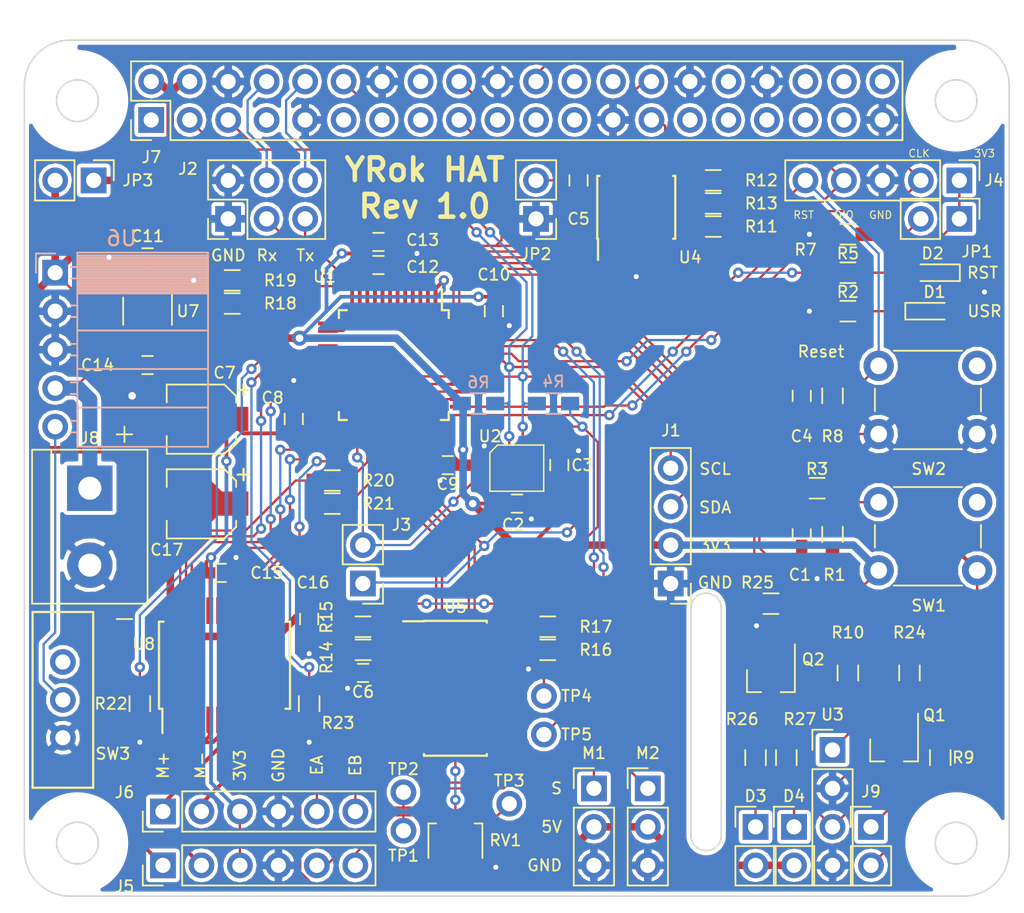
<source format=kicad_pcb>
(kicad_pcb (version 4) (host pcbnew 4.0.7-e2-6376~58~ubuntu16.04.1)
  (layers (0 F.Cu signal) (31 B.Cu signal) (34 B.Paste user) (35 F.Paste user) (36 B.SilkS user) (37 F.SilkS user) (38 B.Mask user) (39 F.Mask user) (44 Edge.Cuts user))
  (net 0 "")
  (net 1 /USER_BTN)
  (net 2 GND)
  (net 3 +3V3)
  (net 4 /Raspberry_Pi/nRST)
  (net 5 "Net-(C5-Pad1)")
  (net 6 +5V)
  (net 7 "Net-(D1-Pad1)")
  (net 8 /USER_LED)
  (net 9 "Net-(D3-Pad1)")
  (net 10 "Net-(D4-Pad1)")
  (net 11 /STM_TX)
  (net 12 /Pi_RX)
  (net 13 /STM_RX)
  (net 14 /Pi_TX)
  (net 15 /INT2)
  (net 16 /INT1)
  (net 17 /SWD_CLK)
  (net 18 /SWDIO)
  (net 19 /M1+)
  (net 20 /M1-)
  (net 21 /E1_A)
  (net 22 /E1_B)
  (net 23 /M2+)
  (net 24 /M2-)
  (net 25 /E2_A)
  (net 26 /E2_B)
  (net 27 /Power/+9.6V)
  (net 28 /S1_PWM)
  (net 29 /S2_PWM)
  (net 30 "Net-(Q2-Pad3)")
  (net 31 "Net-(R1-Pad1)")
  (net 32 /OBJ_SENSE)
  (net 33 "Net-(R10-Pad2)")
  (net 34 /E1_A_Cmp)
  (net 35 /E1_B_Cmp)
  (net 36 /E2_A_Cmp)
  (net 37 /E2_B_Cmp)
  (net 38 /BAT_REF)
  (net 39 "Net-(R20-Pad1)")
  (net 40 /PWM1)
  (net 41 "Net-(R21-Pad1)")
  (net 42 /PWM2)
  (net 43 /M1_I)
  (net 44 /M2_I)
  (net 45 /LASER_EN)
  (net 46 /LIGHT_EN)
  (net 47 "Net-(RV1-Pad2)")
  (net 48 "Net-(SW3-Pad2)")
  (net 49 "Net-(SW3-Pad3)")
  (net 50 /M1_FW)
  (net 51 /M1_BK)
  (net 52 /M2_FW)
  (net 53 /M2_BK)
  (net 54 /STBY)
  (net 55 "Net-(U2-Pad10)")
  (net 56 "Net-(U2-Pad11)")
  (net 57 "Net-(U7-Pad4)")
  (net 58 "Net-(Q1-Pad1)")
  (net 59 "Net-(Q2-Pad1)")
  (net 60 /SDA)
  (net 61 /SCL)
  (net 62 "Net-(J7-Pad1)")
  (net 63 "Net-(J7-Pad2)")
  (net 64 "Net-(J7-Pad7)")
  (net 65 "Net-(J7-Pad11)")
  (net 66 "Net-(J7-Pad13)")
  (net 67 "Net-(J7-Pad15)")
  (net 68 "Net-(J7-Pad16)")
  (net 69 "Net-(J7-Pad19)")
  (net 70 "Net-(J7-Pad21)")
  (net 71 "Net-(J7-Pad23)")
  (net 72 "Net-(J7-Pad24)")
  (net 73 "Net-(J7-Pad26)")
  (net 74 "Net-(J7-Pad29)")
  (net 75 "Net-(J7-Pad31)")
  (net 76 "Net-(J7-Pad32)")
  (net 77 "Net-(J7-Pad33)")
  (net 78 "Net-(J7-Pad35)")
  (net 79 "Net-(J7-Pad36)")
  (net 80 "Net-(J7-Pad37)")
  (net 81 "Net-(J7-Pad38)")
  (net 82 "Net-(J7-Pad40)")
  (net 83 "Net-(J9-Pad1)")
  (net 84 "Net-(JP2-Pad2)")
  (net 85 /Raspberry_Pi/ID_SD)
  (net 86 /Raspberry_Pi/ID_SC)
  (net 87 "Net-(JP1-Pad2)")
  (net 88 "Net-(U1-Pad5)")
  (net 89 "Net-(U1-Pad6)")
  (net 90 "Net-(U1-Pad15)")
  (net 91 "Net-(U1-Pad16)")
  (net 92 "Net-(D2-Pad2)")
  (module Capacitors_SMD:C_0603_HandSoldering (layer F.Cu) (at 178.308 103.124 270)
    (fp_text reference C1 (at 2.667 0.127 360) (layer F.SilkS) (effects (font (size 0.75 0.75) (thickness 0.12))))
    (fp_text value 0.1uF)
    (pad 1 smd rect (at -0.95 0 270) (size 1.2 0.75) (layers F.Cu F.Paste F.Mask) (net 1 /USER_BTN))
    (pad 2 smd rect (at 0.95 0 270) (size 1.2 0.75) (layers F.Cu F.Paste F.Mask) (net 2 GND))
  )
  (module Capacitors_SMD:C_0603_HandSoldering (layer F.Cu) (at 159.512 101.092)
    (fp_text reference C2 (at -0.254 1.397) (layer F.SilkS) (effects (font (size 0.75 0.75) (thickness 0.12))))
    (fp_text value 0.1uF)
    (pad 1 smd rect (at -0.95 0) (size 1.2 0.75) (layers F.Cu F.Paste F.Mask) (net 3 +3V3))
    (pad 2 smd rect (at 0.95 0) (size 1.2 0.75) (layers F.Cu F.Paste F.Mask) (net 2 GND))
  )
  (module Capacitors_SMD:C_0603_HandSoldering (layer F.Cu) (at 178.308 93.98 270)
    (fp_text reference C4 (at 2.667 0 360) (layer F.SilkS) (effects (font (size 0.75 0.75) (thickness 0.12))))
    (fp_text value 0.1uF)
    (pad 1 smd rect (at -0.95 0 270) (size 1.2 0.75) (layers F.Cu F.Paste F.Mask) (net 4 /Raspberry_Pi/nRST))
    (pad 2 smd rect (at 0.95 0 270) (size 1.2 0.75) (layers F.Cu F.Paste F.Mask) (net 2 GND))
  )
  (module Capacitors_SMD:C_0603_HandSoldering (layer F.Cu) (at 162.306 98.552 90)
    (fp_text reference C3 (at 0 1.524 180) (layer F.SilkS) (effects (font (size 0.75 0.75) (thickness 0.12))))
    (fp_text value 0.1uF)
    (pad 1 smd rect (at -0.95 0 90) (size 1.2 0.75) (layers F.Cu F.Paste F.Mask) (net 3 +3V3))
    (pad 2 smd rect (at 0.95 0 90) (size 1.2 0.75) (layers F.Cu F.Paste F.Mask) (net 2 GND))
  )
  (module Capacitors_SMD:C_0603_HandSoldering (layer F.Cu) (at 163.576 79.756 270)
    (fp_text reference C5 (at 2.54 0 360) (layer F.SilkS) (effects (font (size 0.75 0.75) (thickness 0.12))))
    (fp_text value 0.1uF)
    (pad 1 smd rect (at -0.95 0 270) (size 1.2 0.75) (layers F.Cu F.Paste F.Mask) (net 5 "Net-(C5-Pad1)"))
    (pad 2 smd rect (at 0.95 0 270) (size 1.2 0.75) (layers F.Cu F.Paste F.Mask) (net 2 GND))
  )
  (module Capacitors_SMD:C_0603_HandSoldering (layer F.Cu) (at 149.352 112.268 180)
    (fp_text reference C6 (at 0 -1.25 180) (layer F.SilkS) (effects (font (size 0.75 0.75) (thickness 0.12))))
    (fp_text value 0.1uF)
    (pad 1 smd rect (at -0.95 0 180) (size 1.2 0.75) (layers F.Cu F.Paste F.Mask) (net 6 +5V))
    (pad 2 smd rect (at 0.95 0 180) (size 1.2 0.75) (layers F.Cu F.Paste F.Mask) (net 2 GND))
  )
  (module Capacitors_SMD:CP_Elec_4x4.5 (layer F.Cu) (at 138.684 95.504 180)
    (fp_text reference C7 (at -1.524 3.048 360) (layer F.SilkS) (effects (font (size 0.75 0.75) (thickness 0.12))))
    (fp_text value 4.7uF)
    (fp_text user + (at -2.78 1.99 360) (layer F.SilkS))
    (pad 1 smd rect (at -1.8 0) (size 2.6 1.6) (layers F.Cu F.Paste F.Mask) (net 3 +3V3))
    (pad 2 smd rect (at 1.8 0) (size 2.6 1.6) (layers F.Cu F.Paste F.Mask) (net 2 GND))
  )
  (module Capacitors_SMD:C_0603_HandSoldering (layer F.Cu) (at 144.78 95.504 90)
    (fp_text reference C8 (at 1.397 -1.397 180) (layer F.SilkS) (effects (font (size 0.75 0.75) (thickness 0.12))))
    (fp_text value 0.1uF)
    (pad 1 smd rect (at -0.95 0 90) (size 1.2 0.75) (layers F.Cu F.Paste F.Mask) (net 3 +3V3))
    (pad 2 smd rect (at 0.95 0 90) (size 1.2 0.75) (layers F.Cu F.Paste F.Mask) (net 2 GND))
  )
  (module Capacitors_SMD:C_0603_HandSoldering (layer F.Cu) (at 154.94 98.552 180)
    (fp_text reference C9 (at 0 -1.25 180) (layer F.SilkS) (effects (font (size 0.75 0.75) (thickness 0.12))))
    (fp_text value 0.1uF)
    (pad 1 smd rect (at -0.95 0 180) (size 1.2 0.75) (layers F.Cu F.Paste F.Mask) (net 3 +3V3))
    (pad 2 smd rect (at 0.95 0 180) (size 1.2 0.75) (layers F.Cu F.Paste F.Mask) (net 2 GND))
  )
  (module Capacitors_SMD:C_0603_HandSoldering (layer F.Cu) (at 157.988 88.392 270)
    (fp_text reference C10 (at -2.413 0 360) (layer F.SilkS) (effects (font (size 0.75 0.75) (thickness 0.12))))
    (fp_text value 0.1uF)
    (pad 1 smd rect (at -0.95 0 270) (size 1.2 0.75) (layers F.Cu F.Paste F.Mask) (net 3 +3V3))
    (pad 2 smd rect (at 0.95 0 270) (size 1.2 0.75) (layers F.Cu F.Paste F.Mask) (net 2 GND))
  )
  (module Capacitors_SMD:C_0603_HandSoldering (layer F.Cu) (at 135.128 84.836 180)
    (fp_text reference C11 (at 0 1.397 180) (layer F.SilkS) (effects (font (size 0.75 0.75) (thickness 0.12))))
    (fp_text value 1uF)
    (pad 1 smd rect (at -0.95 0 180) (size 1.2 0.75) (layers F.Cu F.Paste F.Mask) (net 6 +5V))
    (pad 2 smd rect (at 0.95 0 180) (size 1.2 0.75) (layers F.Cu F.Paste F.Mask) (net 2 GND))
  )
  (module Capacitors_SMD:C_0603_HandSoldering (layer F.Cu) (at 150.368 85.344)
    (fp_text reference C12 (at 2.921 0.127) (layer F.SilkS) (effects (font (size 0.75 0.75) (thickness 0.12))))
    (fp_text value 0.1uF)
    (pad 1 smd rect (at -0.95 0) (size 1.2 0.75) (layers F.Cu F.Paste F.Mask) (net 3 +3V3))
    (pad 2 smd rect (at 0.95 0) (size 1.2 0.75) (layers F.Cu F.Paste F.Mask) (net 2 GND))
  )
  (module Capacitors_SMD:C_0603_HandSoldering (layer F.Cu) (at 150.368 83.82)
    (fp_text reference C13 (at 2.921 -0.127) (layer F.SilkS) (effects (font (size 0.75 0.75) (thickness 0.12))))
    (fp_text value 1uF)
    (pad 1 smd rect (at -0.95 0) (size 1.2 0.75) (layers F.Cu F.Paste F.Mask) (net 3 +3V3))
    (pad 2 smd rect (at 0.95 0) (size 1.2 0.75) (layers F.Cu F.Paste F.Mask) (net 2 GND))
  )
  (module Capacitors_SMD:C_0603_HandSoldering (layer F.Cu) (at 135.128 91.948 180)
    (fp_text reference C14 (at 3.302 0 180) (layer F.SilkS) (effects (font (size 0.75 0.75) (thickness 0.12))))
    (fp_text value 1uF)
    (pad 1 smd rect (at -0.95 0 180) (size 1.2 0.75) (layers F.Cu F.Paste F.Mask) (net 3 +3V3))
    (pad 2 smd rect (at 0.95 0 180) (size 1.2 0.75) (layers F.Cu F.Paste F.Mask) (net 2 GND))
  )
  (module Capacitors_SMD:C_0603_HandSoldering (layer F.Cu) (at 139.954 105.664)
    (fp_text reference C15 (at 3.048 0) (layer F.SilkS) (effects (font (size 0.75 0.75) (thickness 0.12))))
    (fp_text value 0.1uF)
    (pad 1 smd rect (at -0.95 0) (size 1.2 0.75) (layers F.Cu F.Paste F.Mask) (net 3 +3V3))
    (pad 2 smd rect (at 0.95 0) (size 1.2 0.75) (layers F.Cu F.Paste F.Mask) (net 2 GND))
  )
  (module Capacitors_SMD:C_0603_HandSoldering (layer F.Cu) (at 145.796 108.712 270)
    (fp_text reference C16 (at -2.413 -0.254 360) (layer F.SilkS) (effects (font (size 0.75 0.75) (thickness 0.12))))
    (fp_text value 0.1uF)
    (pad 1 smd rect (at -0.95 0 270) (size 1.2 0.75) (layers F.Cu F.Paste F.Mask) (net 6 +5V))
    (pad 2 smd rect (at 0.95 0 270) (size 1.2 0.75) (layers F.Cu F.Paste F.Mask) (net 2 GND))
  )
  (module Capacitors_SMD:CP_Elec_4x4.5 (layer F.Cu) (at 138.684 101.092 180)
    (fp_text reference C17 (at 2.286 -3.048 360) (layer F.SilkS) (effects (font (size 0.75 0.75) (thickness 0.12))))
    (fp_text value 10uF)
    (fp_text user + (at -2.78 1.99 360) (layer F.SilkS))
    (pad 1 smd rect (at -1.8 0) (size 2.6 1.6) (layers F.Cu F.Paste F.Mask) (net 6 +5V))
    (pad 2 smd rect (at 1.8 0) (size 2.6 1.6) (layers F.Cu F.Paste F.Mask) (net 2 GND))
  )
  (module LEDs:LED_0603_HandSoldering (layer F.Cu) (at 186.944 88.392)
    (fp_text reference D1 (at 0.127 -1.27) (layer F.SilkS) (effects (font (size 0.75 0.75) (thickness 0.12))))
    (fp_text value RED)
    (pad 1 smd rect (at -1.1 0) (size 1.2 0.9) (layers F.Cu F.Paste F.Mask) (net 7 "Net-(D1-Pad1)"))
    (pad 2 smd rect (at 1.1 0) (size 1.2 0.9) (layers F.Cu F.Paste F.Mask) (net 3 +3V3))
  )
  (module LEDs:LED_0603_HandSoldering (layer F.Cu) (at 186.944 85.852 180)
    (fp_text reference D2 (at 0 1.27 180) (layer F.SilkS) (effects (font (size 0.75 0.75) (thickness 0.12))))
    (fp_text value GREEN)
    (pad 1 smd rect (at -1.1 0 180) (size 1.2 0.9) (layers F.Cu F.Paste F.Mask) (net 2 GND))
    (pad 2 smd rect (at 1.1 0 180) (size 1.2 0.9) (layers F.Cu F.Paste F.Mask) (net 92 "Net-(D2-Pad2)"))
  )
  (module Pin_Headers:Pin_Header_Straight_1x02_Pitch2.54mm (layer F.Cu) (at 175.26 122.428)
    (fp_text reference D3 (at 0 -2.032) (layer F.SilkS) (effects (font (size 0.75 0.75) (thickness 0.12))))
    (fp_text value WHITE)
    (pad 1 thru_hole rect (at 0 0) (size 1.7 1.7) (drill 1) (layers *.Cu *.Mask) (net 9 "Net-(D3-Pad1)"))
    (pad 2 thru_hole oval (at 0 2.54) (size 1.7 1.7) (drill 1) (layers *.Cu *.Mask) (net 6 +5V))
  )
  (module Pin_Headers:Pin_Header_Straight_1x02_Pitch2.54mm (layer F.Cu) (at 177.8 122.428)
    (fp_text reference D4 (at 0 -2.032) (layer F.SilkS) (effects (font (size 0.75 0.75) (thickness 0.12))))
    (fp_text value WHITE)
    (pad 1 thru_hole rect (at 0 0) (size 1.7 1.7) (drill 1) (layers *.Cu *.Mask) (net 10 "Net-(D4-Pad1)"))
    (pad 2 thru_hole oval (at 0 2.54) (size 1.7 1.7) (drill 1) (layers *.Cu *.Mask) (net 6 +5V))
  )
  (module Pin_Headers:Pin_Header_Straight_2x03_Pitch2.54mm (layer F.Cu) (at 140.45 82.2968 90)
    (fp_text reference J2 (at 3.302 -2.655 180) (layer F.SilkS) (effects (font (size 0.75 0.75) (thickness 0.12))))
    (fp_text value Conn_02x03)
    (pad 1 thru_hole rect (at 0 0 90) (size 1.7 1.7) (drill 1) (layers *.Cu *.Mask) (net 2 GND))
    (pad 2 thru_hole oval (at 2.54 0 90) (size 1.7 1.7) (drill 1) (layers *.Cu *.Mask) (net 2 GND))
    (pad 3 thru_hole oval (at 0 2.54 90) (size 1.7 1.7) (drill 1) (layers *.Cu *.Mask) (net 13 /STM_RX))
    (pad 4 thru_hole oval (at 2.54 2.54 90) (size 1.7 1.7) (drill 1) (layers *.Cu *.Mask) (net 14 /Pi_TX))
    (pad 5 thru_hole oval (at 0 5.08 90) (size 1.7 1.7) (drill 1) (layers *.Cu *.Mask) (net 11 /STM_TX))
    (pad 6 thru_hole oval (at 2.54 5.08 90) (size 1.7 1.7) (drill 1) (layers *.Cu *.Mask) (net 12 /Pi_RX))
  )
  (module Pin_Headers:Pin_Header_Straight_1x02_Pitch2.54mm (layer F.Cu) (at 149.34 106.37 180)
    (fp_text reference J3 (at -2.552 3.881 180) (layer F.SilkS) (effects (font (size 0.75 0.75) (thickness 0.12))))
    (fp_text value Breakout_B)
    (pad 1 thru_hole rect (at 0 0 180) (size 1.7 1.7) (drill 1) (layers *.Cu *.Mask) (net 15 /INT2))
    (pad 2 thru_hole oval (at 0 2.54 180) (size 1.7 1.7) (drill 1) (layers *.Cu *.Mask) (net 16 /INT1))
  )
  (module Pin_Headers:Pin_Header_Straight_1x05_Pitch2.54mm (layer F.Cu) (at 188.71 79.7568 270)
    (fp_text reference J4 (at 0 -2.298 360) (layer F.SilkS) (effects (font (size 0.75 0.75) (thickness 0.12))))
    (fp_text value SWD)
    (pad 1 thru_hole rect (at 0 0 270) (size 1.7 1.7) (drill 1) (layers *.Cu *.Mask) (net 3 +3V3))
    (pad 2 thru_hole oval (at 0 2.54 270) (size 1.7 1.7) (drill 1) (layers *.Cu *.Mask) (net 17 /SWD_CLK))
    (pad 3 thru_hole oval (at 0 5.08 270) (size 1.7 1.7) (drill 1) (layers *.Cu *.Mask) (net 2 GND))
    (pad 4 thru_hole oval (at 0 7.62 270) (size 1.7 1.7) (drill 1) (layers *.Cu *.Mask) (net 18 /SWDIO))
    (pad 5 thru_hole oval (at 0 10.16 270) (size 1.7 1.7) (drill 1) (layers *.Cu *.Mask) (net 4 /Raspberry_Pi/nRST))
  )
  (module Pin_Headers:Pin_Header_Straight_1x06_Pitch2.54mm (layer F.Cu) (at 136.144 124.968 90)
    (fp_text reference J5 (at -1.397 -2.54 180) (layer F.SilkS) (effects (font (size 0.75 0.75) (thickness 0.12))))
    (fp_text value M1)
    (pad 1 thru_hole rect (at 0 0 90) (size 1.7 1.7) (drill 1) (layers *.Cu *.Mask) (net 19 /M1+))
    (pad 2 thru_hole oval (at 0 2.54 90) (size 1.7 1.7) (drill 1) (layers *.Cu *.Mask) (net 20 /M1-))
    (pad 3 thru_hole oval (at 0 5.08 90) (size 1.7 1.7) (drill 1) (layers *.Cu *.Mask) (net 3 +3V3))
    (pad 4 thru_hole oval (at 0 7.62 90) (size 1.7 1.7) (drill 1) (layers *.Cu *.Mask) (net 2 GND))
    (pad 5 thru_hole oval (at 0 10.16 90) (size 1.7 1.7) (drill 1) (layers *.Cu *.Mask) (net 21 /E1_A))
    (pad 6 thru_hole oval (at 0 12.7 90) (size 1.7 1.7) (drill 1) (layers *.Cu *.Mask) (net 22 /E1_B))
  )
  (module Pin_Headers:Pin_Header_Straight_1x06_Pitch2.54mm (layer F.Cu) (at 136.144 121.412 90)
    (fp_text reference J6 (at 1.27 -2.54 180) (layer F.SilkS) (effects (font (size 0.75 0.75) (thickness 0.12))))
    (fp_text value M2)
    (pad 1 thru_hole rect (at 0 0 90) (size 1.7 1.7) (drill 1) (layers *.Cu *.Mask) (net 23 /M2+))
    (pad 2 thru_hole oval (at 0 2.54 90) (size 1.7 1.7) (drill 1) (layers *.Cu *.Mask) (net 24 /M2-))
    (pad 3 thru_hole oval (at 0 5.08 90) (size 1.7 1.7) (drill 1) (layers *.Cu *.Mask) (net 3 +3V3))
    (pad 4 thru_hole oval (at 0 7.62 90) (size 1.7 1.7) (drill 1) (layers *.Cu *.Mask) (net 2 GND))
    (pad 5 thru_hole oval (at 0 10.16 90) (size 1.7 1.7) (drill 1) (layers *.Cu *.Mask) (net 25 /E2_A))
    (pad 6 thru_hole oval (at 0 12.7 90) (size 1.7 1.7) (drill 1) (layers *.Cu *.Mask) (net 26 /E2_B))
  )
  (module Pin_Headers:Pin_Header_Straight_2x20_Pitch2.54mm (layer F.Cu) (at 135.37 75.77 90)
    (fp_text reference J7 (at -2.454 0.012 180) (layer F.SilkS) (effects (font (size 0.75 0.75) (thickness 0.12))))
    (fp_text value Raspberry_Pi_2_3)
    (pad 1 thru_hole rect (at 0 0 90) (size 1.7 1.7) (drill 1) (layers *.Cu *.Mask) (net 62 "Net-(J7-Pad1)"))
    (pad 2 thru_hole oval (at 2.54 0 90) (size 1.7 1.7) (drill 1) (layers *.Cu *.Mask) (net 63 "Net-(J7-Pad2)"))
    (pad 3 thru_hole oval (at 0 2.54 90) (size 1.7 1.7) (drill 1) (layers *.Cu *.Mask) (net 60 /SDA))
    (pad 4 thru_hole oval (at 2.54 2.54 90) (size 1.7 1.7) (drill 1) (layers *.Cu *.Mask) (net 63 "Net-(J7-Pad2)"))
    (pad 5 thru_hole oval (at 0 5.08 90) (size 1.7 1.7) (drill 1) (layers *.Cu *.Mask) (net 61 /SCL))
    (pad 6 thru_hole oval (at 2.54 5.08 90) (size 1.7 1.7) (drill 1) (layers *.Cu *.Mask) (net 2 GND))
    (pad 7 thru_hole oval (at 0 7.62 90) (size 1.7 1.7) (drill 1) (layers *.Cu *.Mask) (net 64 "Net-(J7-Pad7)"))
    (pad 8 thru_hole oval (at 2.54 7.62 90) (size 1.7 1.7) (drill 1) (layers *.Cu *.Mask) (net 14 /Pi_TX))
    (pad 9 thru_hole oval (at 0 10.16 90) (size 1.7 1.7) (drill 1) (layers *.Cu *.Mask) (net 2 GND))
    (pad 10 thru_hole oval (at 2.54 10.16 90) (size 1.7 1.7) (drill 1) (layers *.Cu *.Mask) (net 12 /Pi_RX))
    (pad 11 thru_hole oval (at 0 12.7 90) (size 1.7 1.7) (drill 1) (layers *.Cu *.Mask) (net 65 "Net-(J7-Pad11)"))
    (pad 12 thru_hole oval (at 2.54 12.7 90) (size 1.7 1.7) (drill 1) (layers *.Cu *.Mask) (net 4 /Raspberry_Pi/nRST))
    (pad 13 thru_hole oval (at 0 15.24 90) (size 1.7 1.7) (drill 1) (layers *.Cu *.Mask) (net 66 "Net-(J7-Pad13)"))
    (pad 14 thru_hole oval (at 2.54 15.24 90) (size 1.7 1.7) (drill 1) (layers *.Cu *.Mask) (net 2 GND))
    (pad 15 thru_hole oval (at 0 17.78 90) (size 1.7 1.7) (drill 1) (layers *.Cu *.Mask) (net 67 "Net-(J7-Pad15)"))
    (pad 16 thru_hole oval (at 2.54 17.78 90) (size 1.7 1.7) (drill 1) (layers *.Cu *.Mask) (net 68 "Net-(J7-Pad16)"))
    (pad 17 thru_hole oval (at 0 20.32 90) (size 1.7 1.7) (drill 1) (layers *.Cu *.Mask) (net 5 "Net-(C5-Pad1)"))
    (pad 18 thru_hole oval (at 2.54 20.32 90) (size 1.7 1.7) (drill 1) (layers *.Cu *.Mask) (net 18 /SWDIO))
    (pad 19 thru_hole oval (at 0 22.86 90) (size 1.7 1.7) (drill 1) (layers *.Cu *.Mask) (net 69 "Net-(J7-Pad19)"))
    (pad 20 thru_hole oval (at 2.54 22.86 90) (size 1.7 1.7) (drill 1) (layers *.Cu *.Mask) (net 2 GND))
    (pad 21 thru_hole oval (at 0 25.4 90) (size 1.7 1.7) (drill 1) (layers *.Cu *.Mask) (net 70 "Net-(J7-Pad21)"))
    (pad 22 thru_hole oval (at 2.54 25.4 90) (size 1.7 1.7) (drill 1) (layers *.Cu *.Mask) (net 17 /SWD_CLK))
    (pad 23 thru_hole oval (at 0 27.94 90) (size 1.7 1.7) (drill 1) (layers *.Cu *.Mask) (net 71 "Net-(J7-Pad23)"))
    (pad 24 thru_hole oval (at 2.54 27.94 90) (size 1.7 1.7) (drill 1) (layers *.Cu *.Mask) (net 72 "Net-(J7-Pad24)"))
    (pad 25 thru_hole oval (at 0 30.48 90) (size 1.7 1.7) (drill 1) (layers *.Cu *.Mask) (net 2 GND))
    (pad 26 thru_hole oval (at 2.54 30.48 90) (size 1.7 1.7) (drill 1) (layers *.Cu *.Mask) (net 73 "Net-(J7-Pad26)"))
    (pad 27 thru_hole oval (at 0 33.02 90) (size 1.7 1.7) (drill 1) (layers *.Cu *.Mask) (net 85 /Raspberry_Pi/ID_SD))
    (pad 28 thru_hole oval (at 2.54 33.02 90) (size 1.7 1.7) (drill 1) (layers *.Cu *.Mask) (net 86 /Raspberry_Pi/ID_SC))
    (pad 29 thru_hole oval (at 0 35.56 90) (size 1.7 1.7) (drill 1) (layers *.Cu *.Mask) (net 74 "Net-(J7-Pad29)"))
    (pad 30 thru_hole oval (at 2.54 35.56 90) (size 1.7 1.7) (drill 1) (layers *.Cu *.Mask) (net 2 GND))
    (pad 31 thru_hole oval (at 0 38.1 90) (size 1.7 1.7) (drill 1) (layers *.Cu *.Mask) (net 75 "Net-(J7-Pad31)"))
    (pad 32 thru_hole oval (at 2.54 38.1 90) (size 1.7 1.7) (drill 1) (layers *.Cu *.Mask) (net 76 "Net-(J7-Pad32)"))
    (pad 33 thru_hole oval (at 0 40.64 90) (size 1.7 1.7) (drill 1) (layers *.Cu *.Mask) (net 77 "Net-(J7-Pad33)"))
    (pad 34 thru_hole oval (at 2.54 40.64 90) (size 1.7 1.7) (drill 1) (layers *.Cu *.Mask) (net 2 GND))
    (pad 35 thru_hole oval (at 0 43.18 90) (size 1.7 1.7) (drill 1) (layers *.Cu *.Mask) (net 78 "Net-(J7-Pad35)"))
    (pad 36 thru_hole oval (at 2.54 43.18 90) (size 1.7 1.7) (drill 1) (layers *.Cu *.Mask) (net 79 "Net-(J7-Pad36)"))
    (pad 37 thru_hole oval (at 0 45.72 90) (size 1.7 1.7) (drill 1) (layers *.Cu *.Mask) (net 80 "Net-(J7-Pad37)"))
    (pad 38 thru_hole oval (at 2.54 45.72 90) (size 1.7 1.7) (drill 1) (layers *.Cu *.Mask) (net 81 "Net-(J7-Pad38)"))
    (pad 39 thru_hole oval (at 0 48.26 90) (size 1.7 1.7) (drill 1) (layers *.Cu *.Mask) (net 2 GND))
    (pad 40 thru_hole oval (at 2.54 48.26 90) (size 1.7 1.7) (drill 1) (layers *.Cu *.Mask) (net 82 "Net-(J7-Pad40)"))
  )
  (module TerminalBlock:TerminalBlock_bornier-2_P5.08mm (layer F.Cu) (at 131.318 100.076 270)
    (fp_text reference J8 (at -3.302 0 360) (layer F.SilkS) (effects (font (size 0.75 0.75) (thickness 0.12))))
    (fp_text value "Battery - 9.6V")
    (pad 1 thru_hole rect (at 0 0 270) (size 3 3) (drill 1.52) (layers *.Cu *.Mask) (net 27 /Power/+9.6V))
    (pad 2 thru_hole circle (at 5.08 0 270) (size 3 3) (drill 1.52) (layers *.Cu *.Mask) (net 2 GND))
  )
  (module Pin_Headers:Pin_Header_Straight_1x02_Pitch2.54mm (layer F.Cu) (at 182.88 122.428)
    (fp_text reference J9 (at 0 -2.33) (layer F.SilkS) (effects (font (size 0.75 0.75) (thickness 0.12))))
    (fp_text value Laser)
    (pad 1 thru_hole rect (at 0 0) (size 1.7 1.7) (drill 1) (layers *.Cu *.Mask) (net 83 "Net-(J9-Pad1)"))
    (pad 2 thru_hole oval (at 0 2.54) (size 1.7 1.7) (drill 1) (layers *.Cu *.Mask) (net 3 +3V3))
  )
  (module Pin_Headers:Pin_Header_Straight_1x02_Pitch2.54mm (layer F.Cu) (at 188.71 82.2968 270)
    (fp_text reference JP1 (at 2.159 -1.155 360) (layer F.SilkS) (effects (font (size 0.75 0.75) (thickness 0.12))))
    (fp_text value J_Boot)
    (pad 1 thru_hole rect (at 0 0 270) (size 1.7 1.7) (drill 1) (layers *.Cu *.Mask) (net 3 +3V3))
    (pad 2 thru_hole oval (at 0 2.54 270) (size 1.7 1.7) (drill 1) (layers *.Cu *.Mask) (net 87 "Net-(JP1-Pad2)"))
  )
  (module Pin_Headers:Pin_Header_Straight_1x02_Pitch2.54mm (layer F.Cu) (at 160.77 82.2968 180)
    (fp_text reference JP2 (at 0 -2.33 180) (layer F.SilkS) (effects (font (size 0.75 0.75) (thickness 0.12))))
    (fp_text value J_WP)
    (pad 1 thru_hole rect (at 0 0 180) (size 1.7 1.7) (drill 1) (layers *.Cu *.Mask) (net 2 GND))
    (pad 2 thru_hole oval (at 0 2.54 180) (size 1.7 1.7) (drill 1) (layers *.Cu *.Mask) (net 84 "Net-(JP2-Pad2)"))
  )
  (module Pin_Headers:Pin_Header_Straight_1x02_Pitch2.54mm (layer F.Cu) (at 131.572 79.7568 270)
    (fp_text reference JP3 (at 0 -2.921 360) (layer F.SilkS) (effects (font (size 0.75 0.75) (thickness 0.12))))
    (fp_text value J_Pi_5V)
    (pad 1 thru_hole rect (at 0 0 270) (size 1.7 1.7) (drill 1) (layers *.Cu *.Mask) (net 63 "Net-(J7-Pad2)"))
    (pad 2 thru_hole oval (at 0 2.54 270) (size 1.7 1.7) (drill 1) (layers *.Cu *.Mask) (net 6 +5V))
  )
  (module Pin_Headers:Pin_Header_Straight_1x03_Pitch2.54mm (layer F.Cu) (at 164.592 119.888)
    (fp_text reference M1 (at 0 -2.33) (layer F.SilkS) (effects (font (size 0.75 0.75) (thickness 0.12))))
    (fp_text value SG90)
    (pad 1 thru_hole rect (at 0 0) (size 1.7 1.7) (drill 1) (layers *.Cu *.Mask) (net 28 /S1_PWM))
    (pad 2 thru_hole oval (at 0 2.54) (size 1.7 1.7) (drill 1) (layers *.Cu *.Mask) (net 6 +5V))
    (pad 3 thru_hole oval (at 0 5.08) (size 1.7 1.7) (drill 1) (layers *.Cu *.Mask) (net 2 GND))
  )
  (module Pin_Headers:Pin_Header_Straight_1x03_Pitch2.54mm (layer F.Cu) (at 168.148 119.888)
    (fp_text reference M2 (at 0 -2.33) (layer F.SilkS) (effects (font (size 0.75 0.75) (thickness 0.12))))
    (fp_text value SG90)
    (pad 1 thru_hole rect (at 0 0) (size 1.7 1.7) (drill 1) (layers *.Cu *.Mask) (net 29 /S2_PWM))
    (pad 2 thru_hole oval (at 0 2.54) (size 1.7 1.7) (drill 1) (layers *.Cu *.Mask) (net 6 +5V))
    (pad 3 thru_hole oval (at 0 5.08) (size 1.7 1.7) (drill 1) (layers *.Cu *.Mask) (net 2 GND))
  )
  (module TO_SOT_Packages_SMD:SOT-23_Handsoldering (layer F.Cu) (at 184.404 117.348 270)
    (fp_text reference Q1 (at -2.286 -2.667 360) (layer F.SilkS) (effects (font (size 0.75 0.75) (thickness 0.12))))
    (fp_text value MMBT3904)
    (pad 1 smd rect (at -1.5 -0.95 270) (size 1.9 0.8) (layers F.Cu F.Paste F.Mask) (net 58 "Net-(Q1-Pad1)"))
    (pad 2 smd rect (at -1.5 0.95 270) (size 1.9 0.8) (layers F.Cu F.Paste F.Mask) (net 2 GND))
    (pad 3 smd rect (at 1.5 0 270) (size 1.9 0.8) (layers F.Cu F.Paste F.Mask) (net 83 "Net-(J9-Pad1)"))
  )
  (module TO_SOT_Packages_SMD:SOT-23_Handsoldering (layer F.Cu) (at 176.276 112.776 270)
    (fp_text reference Q2 (at -1.397 -2.794 360) (layer F.SilkS) (effects (font (size 0.75 0.75) (thickness 0.12))))
    (fp_text value MMBT3904)
    (pad 1 smd rect (at -1.5 -0.95 270) (size 1.9 0.8) (layers F.Cu F.Paste F.Mask) (net 59 "Net-(Q2-Pad1)"))
    (pad 2 smd rect (at -1.5 0.95 270) (size 1.9 0.8) (layers F.Cu F.Paste F.Mask) (net 2 GND))
    (pad 3 smd rect (at 1.5 0 270) (size 1.9 0.8) (layers F.Cu F.Paste F.Mask) (net 30 "Net-(Q2-Pad3)"))
  )
  (module Resistors_SMD:R_0603_HandSoldering (layer F.Cu) (at 180.34 103.124 270)
    (fp_text reference R1 (at 2.667 -0.127 360) (layer F.SilkS) (effects (font (size 0.75 0.75) (thickness 0.12))))
    (fp_text value 10k)
    (pad 1 smd rect (at -1.1 0 270) (size 1.2 0.9) (layers F.Cu F.Paste F.Mask) (net 31 "Net-(R1-Pad1)"))
    (pad 2 smd rect (at 1.1 0 270) (size 1.2 0.9) (layers F.Cu F.Paste F.Mask) (net 2 GND))
  )
  (module Resistors_SMD:R_0603_HandSoldering (layer F.Cu) (at 181.356 88.392 180)
    (fp_text reference R2 (at 0 1.27 180) (layer F.SilkS) (effects (font (size 0.75 0.75) (thickness 0.12))))
    (fp_text value 470)
    (pad 1 smd rect (at -1.1 0 180) (size 1.2 0.9) (layers F.Cu F.Paste F.Mask) (net 7 "Net-(D1-Pad1)"))
    (pad 2 smd rect (at 1.1 0 180) (size 1.2 0.9) (layers F.Cu F.Paste F.Mask) (net 2 GND))
  )
  (module Resistors_SMD:R_0603_HandSoldering (layer F.Cu) (at 179.324 100.076 180)
    (fp_text reference R3 (at 0 1.27 180) (layer F.SilkS) (effects (font (size 0.75 0.75) (thickness 0.12))))
    (fp_text value 10k)
    (pad 1 smd rect (at -1.1 0 180) (size 1.2 0.9) (layers F.Cu F.Paste F.Mask) (net 31 "Net-(R1-Pad1)"))
    (pad 2 smd rect (at 1.1 0 180) (size 1.2 0.9) (layers F.Cu F.Paste F.Mask) (net 1 /USER_BTN))
  )
  (module Resistors_SMD:R_0603_HandSoldering (layer B.Cu) (at 161.925 94.488 180)
    (fp_text reference R4 (at 0 1.45 180) (layer B.SilkS) (effects (font (size 0.75 0.75) (thickness 0.12)) (justify mirror)))
    (fp_text value 3.9k)
    (pad 1 smd rect (at -1.1 0 180) (size 1.2 0.9) (layers B.Cu B.Paste B.Mask) (net 3 +3V3))
    (pad 2 smd rect (at 1.1 0 180) (size 1.2 0.9) (layers B.Cu B.Paste B.Mask) (net 61 /SCL))
  )
  (module Resistors_SMD:R_0603_HandSoldering (layer F.Cu) (at 181.356 85.852)
    (fp_text reference R5 (at 0 -1.27) (layer F.SilkS) (effects (font (size 0.75 0.75) (thickness 0.12))))
    (fp_text value 470)
    (pad 1 smd rect (at -1.1 0) (size 1.2 0.9) (layers F.Cu F.Paste F.Mask) (net 8 /USER_LED))
    (pad 2 smd rect (at 1.1 0) (size 1.2 0.9) (layers F.Cu F.Paste F.Mask) (net 92 "Net-(D2-Pad2)"))
  )
  (module Resistors_SMD:R_0603_HandSoldering (layer B.Cu) (at 156.972 94.488)
    (fp_text reference R6 (at 0 -1.397) (layer B.SilkS) (effects (font (size 0.75 0.75) (thickness 0.12)) (justify mirror)))
    (fp_text value 3.9k)
    (pad 1 smd rect (at -1.1 0) (size 1.2 0.9) (layers B.Cu B.Paste B.Mask) (net 3 +3V3))
    (pad 2 smd rect (at 1.1 0) (size 1.2 0.9) (layers B.Cu B.Paste B.Mask) (net 60 /SDA))
  )
  (module Resistors_SMD:R_0603_HandSoldering (layer F.Cu) (at 181.356 83.312 180)
    (fp_text reference R7 (at 2.794 -1.016 180) (layer F.SilkS) (effects (font (size 0.75 0.75) (thickness 0.12))))
    (fp_text value 10k)
    (pad 1 smd rect (at -1.1 0 180) (size 1.2 0.9) (layers F.Cu F.Paste F.Mask) (net 87 "Net-(JP1-Pad2)"))
    (pad 2 smd rect (at 1.1 0 180) (size 1.2 0.9) (layers F.Cu F.Paste F.Mask) (net 2 GND))
  )
  (module Resistors_SMD:R_0603_HandSoldering (layer F.Cu) (at 180.34 93.98 90)
    (fp_text reference R8 (at -2.667 0 180) (layer F.SilkS) (effects (font (size 0.75 0.75) (thickness 0.12))))
    (fp_text value 10k)
    (pad 1 smd rect (at -1.1 0 90) (size 1.2 0.9) (layers F.Cu F.Paste F.Mask) (net 3 +3V3))
    (pad 2 smd rect (at 1.1 0 90) (size 1.2 0.9) (layers F.Cu F.Paste F.Mask) (net 4 /Raspberry_Pi/nRST))
  )
  (module Resistors_SMD:R_0603_HandSoldering (layer F.Cu) (at 187.452 117.856 90)
    (fp_text reference R9 (at 0 1.524 180) (layer F.SilkS) (effects (font (size 0.75 0.75) (thickness 0.12))))
    (fp_text value 10k)
    (pad 1 smd rect (at -1.1 0 90) (size 1.2 0.9) (layers F.Cu F.Paste F.Mask) (net 3 +3V3))
    (pad 2 smd rect (at 1.1 0 90) (size 1.2 0.9) (layers F.Cu F.Paste F.Mask) (net 32 /OBJ_SENSE))
  )
  (module Resistors_SMD:R_0603_HandSoldering (layer F.Cu) (at 181.356 112.268 270)
    (fp_text reference R10 (at -2.667 0 360) (layer F.SilkS) (effects (font (size 0.75 0.75) (thickness 0.12))))
    (fp_text value 100)
    (pad 1 smd rect (at -1.1 0 270) (size 1.2 0.9) (layers F.Cu F.Paste F.Mask) (net 3 +3V3))
    (pad 2 smd rect (at 1.1 0 270) (size 1.2 0.9) (layers F.Cu F.Paste F.Mask) (net 33 "Net-(R10-Pad2)"))
  )
  (module Resistors_SMD:R_0603_HandSoldering (layer F.Cu) (at 172.466 82.804 180)
    (fp_text reference R11 (at -3.175 0 180) (layer F.SilkS) (effects (font (size 0.75 0.75) (thickness 0.12))))
    (fp_text value 3.9k)
    (pad 1 smd rect (at -1.1 0 180) (size 1.2 0.9) (layers F.Cu F.Paste F.Mask) (net 5 "Net-(C5-Pad1)"))
    (pad 2 smd rect (at 1.1 0 180) (size 1.2 0.9) (layers F.Cu F.Paste F.Mask) (net 84 "Net-(JP2-Pad2)"))
  )
  (module Resistors_SMD:R_0603_HandSoldering (layer F.Cu) (at 172.466 79.756 180)
    (fp_text reference R12 (at -3.175 0 180) (layer F.SilkS) (effects (font (size 0.75 0.75) (thickness 0.12))))
    (fp_text value 3.9k)
    (pad 1 smd rect (at -1.1 0 180) (size 1.2 0.9) (layers F.Cu F.Paste F.Mask) (net 5 "Net-(C5-Pad1)"))
    (pad 2 smd rect (at 1.1 0 180) (size 1.2 0.9) (layers F.Cu F.Paste F.Mask) (net 85 /Raspberry_Pi/ID_SD))
  )
  (module Resistors_SMD:R_0603_HandSoldering (layer F.Cu) (at 172.466 81.28 180)
    (fp_text reference R13 (at -3.175 0 180) (layer F.SilkS) (effects (font (size 0.75 0.75) (thickness 0.12))))
    (fp_text value 3.9k)
    (pad 1 smd rect (at -1.1 0 180) (size 1.2 0.9) (layers F.Cu F.Paste F.Mask) (net 5 "Net-(C5-Pad1)"))
    (pad 2 smd rect (at 1.1 0 180) (size 1.2 0.9) (layers F.Cu F.Paste F.Mask) (net 86 /Raspberry_Pi/ID_SC))
  )
  (module Resistors_SMD:R_0603_HandSoldering (layer F.Cu) (at 149.352 110.744)
    (fp_text reference R14 (at -2.413 0.508 90) (layer F.SilkS) (effects (font (size 0.75 0.75) (thickness 0.12))))
    (fp_text value 100k)
    (pad 1 smd rect (at -1.1 0) (size 1.2 0.9) (layers F.Cu F.Paste F.Mask) (net 3 +3V3))
    (pad 2 smd rect (at 1.1 0) (size 1.2 0.9) (layers F.Cu F.Paste F.Mask) (net 36 /E2_A_Cmp))
  )
  (module Resistors_SMD:R_0603_HandSoldering (layer F.Cu) (at 149.352 109.22 180)
    (fp_text reference R15 (at 2.413 0.635 270) (layer F.SilkS) (effects (font (size 0.75 0.75) (thickness 0.12))))
    (fp_text value 100k)
    (pad 1 smd rect (at -1.1 0 180) (size 1.2 0.9) (layers F.Cu F.Paste F.Mask) (net 37 /E2_B_Cmp))
    (pad 2 smd rect (at 1.1 0 180) (size 1.2 0.9) (layers F.Cu F.Paste F.Mask) (net 3 +3V3))
  )
  (module Resistors_SMD:R_0603_HandSoldering (layer F.Cu) (at 161.544 110.744)
    (fp_text reference R16 (at 3.175 0) (layer F.SilkS) (effects (font (size 0.75 0.75) (thickness 0.12))))
    (fp_text value 100k)
    (pad 1 smd rect (at -1.1 0) (size 1.2 0.9) (layers F.Cu F.Paste F.Mask) (net 35 /E1_B_Cmp))
    (pad 2 smd rect (at 1.1 0) (size 1.2 0.9) (layers F.Cu F.Paste F.Mask) (net 3 +3V3))
  )
  (module Resistors_SMD:R_0603_HandSoldering (layer F.Cu) (at 161.544 109.22)
    (fp_text reference R17 (at 3.175 0) (layer F.SilkS) (effects (font (size 0.75 0.75) (thickness 0.12))))
    (fp_text value 100k)
    (pad 1 smd rect (at -1.1 0) (size 1.2 0.9) (layers F.Cu F.Paste F.Mask) (net 34 /E1_A_Cmp))
    (pad 2 smd rect (at 1.1 0) (size 1.2 0.9) (layers F.Cu F.Paste F.Mask) (net 3 +3V3))
  )
  (module Resistors_SMD:R_0603_HandSoldering (layer F.Cu) (at 140.716 87.884)
    (fp_text reference R18 (at 3.175 0) (layer F.SilkS) (effects (font (size 0.75 0.75) (thickness 0.12))))
    (fp_text value 330k)
    (pad 1 smd rect (at -1.1 0) (size 1.2 0.9) (layers F.Cu F.Paste F.Mask) (net 27 /Power/+9.6V))
    (pad 2 smd rect (at 1.1 0) (size 1.2 0.9) (layers F.Cu F.Paste F.Mask) (net 38 /BAT_REF))
  )
  (module Resistors_SMD:R_0603_HandSoldering (layer F.Cu) (at 140.716 86.36 180)
    (fp_text reference R19 (at -3.175 0 180) (layer F.SilkS) (effects (font (size 0.75 0.75) (thickness 0.12))))
    (fp_text value 100k)
    (pad 1 smd rect (at -1.1 0 180) (size 1.2 0.9) (layers F.Cu F.Paste F.Mask) (net 38 /BAT_REF))
    (pad 2 smd rect (at 1.1 0 180) (size 1.2 0.9) (layers F.Cu F.Paste F.Mask) (net 2 GND))
  )
  (module Resistors_SMD:R_0603_HandSoldering (layer F.Cu) (at 147.32 99.568)
    (fp_text reference R20 (at 3.048 0) (layer F.SilkS) (effects (font (size 0.75 0.75) (thickness 0.12))))
    (fp_text value 100)
    (pad 1 smd rect (at -1.1 0) (size 1.2 0.9) (layers F.Cu F.Paste F.Mask) (net 39 "Net-(R20-Pad1)"))
    (pad 2 smd rect (at 1.1 0) (size 1.2 0.9) (layers F.Cu F.Paste F.Mask) (net 40 /PWM1))
  )
  (module Resistors_SMD:R_0603_HandSoldering (layer F.Cu) (at 147.32 101.092)
    (fp_text reference R21 (at 3.048 0) (layer F.SilkS) (effects (font (size 0.75 0.75) (thickness 0.12))))
    (fp_text value 100)
    (pad 1 smd rect (at -1.1 0) (size 1.2 0.9) (layers F.Cu F.Paste F.Mask) (net 41 "Net-(R21-Pad1)"))
    (pad 2 smd rect (at 1.1 0) (size 1.2 0.9) (layers F.Cu F.Paste F.Mask) (net 42 /PWM2))
  )
  (module Resistors_SMD:R_0603_HandSoldering (layer F.Cu) (at 134.62 114.3 270)
    (fp_text reference R22 (at 0 1.905 360) (layer F.SilkS) (effects (font (size 0.75 0.75) (thickness 0.12))))
    (fp_text value 0.1)
    (pad 1 smd rect (at -1.1 0 270) (size 1.2 0.9) (layers F.Cu F.Paste F.Mask) (net 43 /M1_I))
    (pad 2 smd rect (at 1.1 0 270) (size 1.2 0.9) (layers F.Cu F.Paste F.Mask) (net 2 GND))
  )
  (module Resistors_SMD:R_0603_HandSoldering (layer F.Cu) (at 145.796 114.3 270)
    (fp_text reference R23 (at 1.27 -1.905 360) (layer F.SilkS) (effects (font (size 0.75 0.75) (thickness 0.12))))
    (fp_text value 0.1)
    (pad 1 smd rect (at -1.1 0 270) (size 1.2 0.9) (layers F.Cu F.Paste F.Mask) (net 44 /M2_I))
    (pad 2 smd rect (at 1.1 0 270) (size 1.2 0.9) (layers F.Cu F.Paste F.Mask) (net 2 GND))
  )
  (module Resistors_SMD:R_0603_HandSoldering (layer F.Cu) (at 185.42 112.268 90)
    (fp_text reference R24 (at 2.667 0 180) (layer F.SilkS) (effects (font (size 0.75 0.75) (thickness 0.12))))
    (fp_text value 470)
    (pad 1 smd rect (at -1.1 0 90) (size 1.2 0.9) (layers F.Cu F.Paste F.Mask) (net 58 "Net-(Q1-Pad1)"))
    (pad 2 smd rect (at 1.1 0 90) (size 1.2 0.9) (layers F.Cu F.Paste F.Mask) (net 45 /LASER_EN))
  )
  (module Resistors_SMD:R_0603_HandSoldering (layer F.Cu) (at 176.276 107.696 180)
    (fp_text reference R25 (at 0.889 1.397 180) (layer F.SilkS) (effects (font (size 0.75 0.75) (thickness 0.12))))
    (fp_text value 470)
    (pad 1 smd rect (at -1.1 0 180) (size 1.2 0.9) (layers F.Cu F.Paste F.Mask) (net 59 "Net-(Q2-Pad1)"))
    (pad 2 smd rect (at 1.1 0 180) (size 1.2 0.9) (layers F.Cu F.Paste F.Mask) (net 46 /LIGHT_EN))
  )
  (module Resistors_SMD:R_0603_HandSoldering (layer F.Cu) (at 175.26 117.856 90)
    (fp_text reference R26 (at 2.54 -0.889 180) (layer F.SilkS) (effects (font (size 0.75 0.75) (thickness 0.12))))
    (fp_text value 100)
    (pad 1 smd rect (at -1.1 0 90) (size 1.2 0.9) (layers F.Cu F.Paste F.Mask) (net 9 "Net-(D3-Pad1)"))
    (pad 2 smd rect (at 1.1 0 90) (size 1.2 0.9) (layers F.Cu F.Paste F.Mask) (net 30 "Net-(Q2-Pad3)"))
  )
  (module Resistors_SMD:R_0603_HandSoldering (layer F.Cu) (at 177.292 117.856 90)
    (fp_text reference R27 (at 2.54 0.889 180) (layer F.SilkS) (effects (font (size 0.75 0.75) (thickness 0.12))))
    (fp_text value 100)
    (pad 1 smd rect (at -1.1 0 90) (size 1.2 0.9) (layers F.Cu F.Paste F.Mask) (net 10 "Net-(D4-Pad1)"))
    (pad 2 smd rect (at 1.1 0 90) (size 1.2 0.9) (layers F.Cu F.Paste F.Mask) (net 30 "Net-(Q2-Pad3)"))
  )
  (module Control_Board:Pot_TC33X_2 (layer F.Cu) (at 155.448 123.952)
    (fp_text reference RV1 (at 3.302 -0.635) (layer F.SilkS) (effects (font (size 0.75 0.75) (thickness 0.12))))
    (fp_text value POT)
    (pad 1 smd rect (at -1 1.2) (size 1.2 1.2) (layers F.Cu F.Paste F.Mask) (net 3 +3V3))
    (pad 3 smd rect (at 1 1.2) (size 1.2 1.2) (layers F.Cu F.Paste F.Mask) (net 2 GND))
    (pad 2 smd rect (at 0 -1.35) (size 1.6 1.5) (layers F.Cu F.Paste F.Mask) (net 47 "Net-(RV1-Pad2)"))
  )
  (module Buttons_Switches_THT:SW_PUSH_6mm (layer F.Cu) (at 189.888 105.5 180)
    (fp_text reference SW1 (at 3.198 -2.323 180) (layer F.SilkS) (effects (font (size 0.75 0.75) (thickness 0.12))))
    (fp_text value SW_Push)
    (pad 2 thru_hole circle (at 0 4.5 270) (size 2 2) (drill 1.1) (layers *.Cu *.Mask) (net 31 "Net-(R1-Pad1)"))
    (pad 1 thru_hole circle (at 0 0 270) (size 2 2) (drill 1.1) (layers *.Cu *.Mask) (net 3 +3V3))
    (pad 2 thru_hole circle (at 6.5 4.5 270) (size 2 2) (drill 1.1) (layers *.Cu *.Mask) (net 31 "Net-(R1-Pad1)"))
    (pad 1 thru_hole circle (at 6.5 0 270) (size 2 2) (drill 1.1) (layers *.Cu *.Mask) (net 3 +3V3))
  )
  (module Buttons_Switches_THT:SW_PUSH_6mm (layer F.Cu) (at 183.388 92)
    (fp_text reference SW2 (at 3.302 6.806) (layer F.SilkS) (effects (font (size 0.75 0.75) (thickness 0.12))))
    (fp_text value SW_RST)
    (pad 2 thru_hole circle (at 0 4.5 90) (size 2 2) (drill 1.1) (layers *.Cu *.Mask) (net 2 GND))
    (pad 1 thru_hole circle (at 0 0 90) (size 2 2) (drill 1.1) (layers *.Cu *.Mask) (net 4 /Raspberry_Pi/nRST))
    (pad 2 thru_hole circle (at 6.5 4.5 90) (size 2 2) (drill 1.1) (layers *.Cu *.Mask) (net 2 GND))
    (pad 1 thru_hole circle (at 6.5 0 90) (size 2 2) (drill 1.1) (layers *.Cu *.Mask) (net 4 /Raspberry_Pi/nRST))
  )
  (module Control_Board:SPDT_EG1218 (layer F.Cu) (at 129.54 114.046 90)
    (fp_text reference SW3 (at -3.556 3.302 180) (layer F.SilkS) (effects (font (size 0.75 0.75) (thickness 0.12))))
    (fp_text value SW_SPDT)
    (pad 1 thru_hole circle (at -2.5 0 90) (size 1.7 1.7) (drill 1) (layers *.Cu *.Mask) (net 2 GND))
    (pad 2 thru_hole circle (at 0 0 90) (size 1.7 1.7) (drill 1) (layers *.Cu *.Mask) (net 48 "Net-(SW3-Pad2)"))
    (pad 3 thru_hole circle (at 2.5 0 90) (size 1.7 1.7) (drill 1) (layers *.Cu *.Mask) (net 49 "Net-(SW3-Pad3)"))
  )
  (module Housings_QFP:LQFP-48_7x7mm_Pitch0.5mm (layer F.Cu) (at 151.384 91.948 270)
    (fp_text reference U1 (at -5.842 4.572 360) (layer F.SilkS) (effects (font (size 0.75 0.75) (thickness 0.12))))
    (fp_text value STM32F071CBT6)
    (pad 1 smd rect (at -4.35 -2.75 270) (size 1.3 0.25) (layers F.Cu F.Paste F.Mask) (net 3 +3V3))
    (pad 2 smd rect (at -4.35 -2.25 270) (size 1.3 0.25) (layers F.Cu F.Paste F.Mask) (net 45 /LASER_EN))
    (pad 3 smd rect (at -4.35 -1.75 270) (size 1.3 0.25) (layers F.Cu F.Paste F.Mask) (net 1 /USER_BTN))
    (pad 4 smd rect (at -4.35 -1.25 270) (size 1.3 0.25) (layers F.Cu F.Paste F.Mask) (net 8 /USER_LED))
    (pad 5 smd rect (at -4.35 -0.75 270) (size 1.3 0.25) (layers F.Cu F.Paste F.Mask) (net 88 "Net-(U1-Pad5)"))
    (pad 6 smd rect (at -4.35 -0.25 270) (size 1.3 0.25) (layers F.Cu F.Paste F.Mask) (net 89 "Net-(U1-Pad6)"))
    (pad 7 smd rect (at -4.35 0.25 270) (size 1.3 0.25) (layers F.Cu F.Paste F.Mask) (net 4 /Raspberry_Pi/nRST))
    (pad 8 smd rect (at -4.35 0.75 270) (size 1.3 0.25) (layers F.Cu F.Paste F.Mask) (net 2 GND))
    (pad 9 smd rect (at -4.35 1.25 270) (size 1.3 0.25) (layers F.Cu F.Paste F.Mask) (net 3 +3V3))
    (pad 10 smd rect (at -4.35 1.75 270) (size 1.3 0.25) (layers F.Cu F.Paste F.Mask) (net 11 /STM_TX))
    (pad 11 smd rect (at -4.35 2.25 270) (size 1.3 0.25) (layers F.Cu F.Paste F.Mask) (net 13 /STM_RX))
    (pad 12 smd rect (at -4.35 2.75 270) (size 1.3 0.25) (layers F.Cu F.Paste F.Mask) (net 38 /BAT_REF))
    (pad 13 smd rect (at -2.75 4.35) (size 1.3 0.25) (layers F.Cu F.Paste F.Mask) (net 32 /OBJ_SENSE))
    (pad 14 smd rect (at -2.25 4.35) (size 1.3 0.25) (layers F.Cu F.Paste F.Mask) (net 46 /LIGHT_EN))
    (pad 15 smd rect (at -1.75 4.35) (size 1.3 0.25) (layers F.Cu F.Paste F.Mask) (net 90 "Net-(U1-Pad15)"))
    (pad 16 smd rect (at -1.25 4.35) (size 1.3 0.25) (layers F.Cu F.Paste F.Mask) (net 91 "Net-(U1-Pad16)"))
    (pad 17 smd rect (at -0.75 4.35) (size 1.3 0.25) (layers F.Cu F.Paste F.Mask) (net 43 /M1_I))
    (pad 18 smd rect (at -0.25 4.35) (size 1.3 0.25) (layers F.Cu F.Paste F.Mask) (net 44 /M2_I))
    (pad 19 smd rect (at 0.25 4.35) (size 1.3 0.25) (layers F.Cu F.Paste F.Mask) (net 51 /M1_BK))
    (pad 20 smd rect (at 0.75 4.35) (size 1.3 0.25) (layers F.Cu F.Paste F.Mask) (net 50 /M1_FW))
    (pad 21 smd rect (at 1.25 4.35) (size 1.3 0.25) (layers F.Cu F.Paste F.Mask) (net 53 /M2_BK))
    (pad 22 smd rect (at 1.75 4.35) (size 1.3 0.25) (layers F.Cu F.Paste F.Mask) (net 54 /STBY))
    (pad 23 smd rect (at 2.25 4.35) (size 1.3 0.25) (layers F.Cu F.Paste F.Mask) (net 2 GND))
    (pad 24 smd rect (at 2.75 4.35) (size 1.3 0.25) (layers F.Cu F.Paste F.Mask) (net 3 +3V3))
    (pad 25 smd rect (at 4.35 2.75 270) (size 1.3 0.25) (layers F.Cu F.Paste F.Mask) (net 52 /M2_FW))
    (pad 26 smd rect (at 4.35 2.25 270) (size 1.3 0.25) (layers F.Cu F.Paste F.Mask) (net 16 /INT1))
    (pad 27 smd rect (at 4.35 1.75 270) (size 1.3 0.25) (layers F.Cu F.Paste F.Mask) (net 40 /PWM1))
    (pad 28 smd rect (at 4.35 1.25 270) (size 1.3 0.25) (layers F.Cu F.Paste F.Mask) (net 42 /PWM2))
    (pad 29 smd rect (at 4.35 0.75 270) (size 1.3 0.25) (layers F.Cu F.Paste F.Mask) (net 37 /E2_B_Cmp))
    (pad 30 smd rect (at 4.35 0.25 270) (size 1.3 0.25) (layers F.Cu F.Paste F.Mask) (net 36 /E2_A_Cmp))
    (pad 31 smd rect (at 4.35 -0.25 270) (size 1.3 0.25) (layers F.Cu F.Paste F.Mask) (net 35 /E1_B_Cmp))
    (pad 32 smd rect (at 4.35 -0.75 270) (size 1.3 0.25) (layers F.Cu F.Paste F.Mask) (net 34 /E1_A_Cmp))
    (pad 33 smd rect (at 4.35 -1.25 270) (size 1.3 0.25) (layers F.Cu F.Paste F.Mask) (net 15 /INT2))
    (pad 34 smd rect (at 4.35 -1.75 270) (size 1.3 0.25) (layers F.Cu F.Paste F.Mask) (net 18 /SWDIO))
    (pad 35 smd rect (at 4.35 -2.25 270) (size 1.3 0.25) (layers F.Cu F.Paste F.Mask) (net 2 GND))
    (pad 36 smd rect (at 4.35 -2.75 270) (size 1.3 0.25) (layers F.Cu F.Paste F.Mask) (net 3 +3V3))
    (pad 37 smd rect (at 2.75 -4.35) (size 1.3 0.25) (layers F.Cu F.Paste F.Mask) (net 17 /SWD_CLK))
    (pad 38 smd rect (at 2.25 -4.35) (size 1.3 0.25) (layers F.Cu F.Paste F.Mask) (net 34 /E1_A_Cmp))
    (pad 39 smd rect (at 1.75 -4.35) (size 1.3 0.25) (layers F.Cu F.Paste F.Mask) (net 35 /E1_B_Cmp))
    (pad 40 smd rect (at 1.25 -4.35) (size 1.3 0.25) (layers F.Cu F.Paste F.Mask) (net 36 /E2_A_Cmp))
    (pad 41 smd rect (at 0.75 -4.35) (size 1.3 0.25) (layers F.Cu F.Paste F.Mask) (net 37 /E2_B_Cmp))
    (pad 42 smd rect (at 0.25 -4.35) (size 1.3 0.25) (layers F.Cu F.Paste F.Mask) (net 61 /SCL))
    (pad 43 smd rect (at -0.25 -4.35) (size 1.3 0.25) (layers F.Cu F.Paste F.Mask) (net 60 /SDA))
    (pad 44 smd rect (at -0.75 -4.35) (size 1.3 0.25) (layers F.Cu F.Paste F.Mask) (net 87 "Net-(JP1-Pad2)"))
    (pad 45 smd rect (at -1.25 -4.35) (size 1.3 0.25) (layers F.Cu F.Paste F.Mask) (net 28 /S1_PWM))
    (pad 46 smd rect (at -1.75 -4.35) (size 1.3 0.25) (layers F.Cu F.Paste F.Mask) (net 29 /S2_PWM))
    (pad 47 smd rect (at -2.25 -4.35) (size 1.3 0.25) (layers F.Cu F.Paste F.Mask) (net 2 GND))
    (pad 48 smd rect (at -2.75 -4.35) (size 1.3 0.25) (layers F.Cu F.Paste F.Mask) (net 3 +3V3))
  )
  (module Pin_Headers:Pin_Header_Straight_1x04_Pitch2.54mm (layer F.Cu) (at 180.34 117.348)
    (fp_text reference U3 (at 0 -2.33) (layer F.SilkS) (effects (font (size 0.75 0.75) (thickness 0.12))))
    (fp_text value QRD1114)
    (pad 1 thru_hole rect (at 0 0) (size 1.7 1.7) (drill 1) (layers *.Cu *.Mask) (net 33 "Net-(R10-Pad2)"))
    (pad 2 thru_hole oval (at 0 2.54) (size 1.7 1.7) (drill 1) (layers *.Cu *.Mask) (net 2 GND))
    (pad 3 thru_hole oval (at 0 5.08) (size 1.7 1.7) (drill 1) (layers *.Cu *.Mask) (net 32 /OBJ_SENSE))
    (pad 4 thru_hole oval (at 0 7.62) (size 1.7 1.7) (drill 1) (layers *.Cu *.Mask) (net 2 GND))
  )
  (module Housings_SOIC:SOIC-8_3.9x4.9mm_Pitch1.27mm (layer F.Cu) (at 167.386 81.534 90)
    (fp_text reference U4 (at -3.302 3.556 180) (layer F.SilkS) (effects (font (size 0.75 0.75) (thickness 0.12))))
    (fp_text value CAT24C32)
    (pad 1 smd rect (at -2.7 -1.905 90) (size 1.55 0.6) (layers F.Cu F.Paste F.Mask) (net 2 GND))
    (pad 2 smd rect (at -2.7 -0.635 90) (size 1.55 0.6) (layers F.Cu F.Paste F.Mask) (net 2 GND))
    (pad 3 smd rect (at -2.7 0.635 90) (size 1.55 0.6) (layers F.Cu F.Paste F.Mask) (net 2 GND))
    (pad 4 smd rect (at -2.7 1.905 90) (size 1.55 0.6) (layers F.Cu F.Paste F.Mask) (net 2 GND))
    (pad 5 smd rect (at 2.7 1.905 90) (size 1.55 0.6) (layers F.Cu F.Paste F.Mask) (net 85 /Raspberry_Pi/ID_SD))
    (pad 6 smd rect (at 2.7 0.635 90) (size 1.55 0.6) (layers F.Cu F.Paste F.Mask) (net 86 /Raspberry_Pi/ID_SC))
    (pad 7 smd rect (at 2.7 -0.635 90) (size 1.55 0.6) (layers F.Cu F.Paste F.Mask) (net 84 "Net-(JP2-Pad2)"))
    (pad 8 smd rect (at 2.7 -1.905 90) (size 1.55 0.6) (layers F.Cu F.Paste F.Mask) (net 5 "Net-(C5-Pad1)"))
  )
  (module Housings_SOIC:SOIC-14_3.9x8.7mm_Pitch1.27mm (layer F.Cu) (at 155.448 113.284)
    (fp_text reference U5 (at 0 -5.375) (layer F.SilkS) (effects (font (size 0.75 0.75) (thickness 0.12))))
    (fp_text value LM339)
    (pad 1 smd rect (at -2.7 -3.81) (size 1.5 0.6) (layers F.Cu F.Paste F.Mask) (net 37 /E2_B_Cmp))
    (pad 2 smd rect (at -2.7 -2.54) (size 1.5 0.6) (layers F.Cu F.Paste F.Mask) (net 36 /E2_A_Cmp))
    (pad 3 smd rect (at -2.7 -1.27) (size 1.5 0.6) (layers F.Cu F.Paste F.Mask) (net 6 +5V))
    (pad 4 smd rect (at -2.7 0) (size 1.5 0.6) (layers F.Cu F.Paste F.Mask) (net 47 "Net-(RV1-Pad2)"))
    (pad 5 smd rect (at -2.7 1.27) (size 1.5 0.6) (layers F.Cu F.Paste F.Mask) (net 25 /E2_A))
    (pad 6 smd rect (at -2.7 2.54) (size 1.5 0.6) (layers F.Cu F.Paste F.Mask) (net 47 "Net-(RV1-Pad2)"))
    (pad 7 smd rect (at -2.7 3.81) (size 1.5 0.6) (layers F.Cu F.Paste F.Mask) (net 26 /E2_B))
    (pad 8 smd rect (at 2.7 3.81) (size 1.5 0.6) (layers F.Cu F.Paste F.Mask) (net 47 "Net-(RV1-Pad2)"))
    (pad 9 smd rect (at 2.7 2.54) (size 1.5 0.6) (layers F.Cu F.Paste F.Mask) (net 21 /E1_A))
    (pad 10 smd rect (at 2.7 1.27) (size 1.5 0.6) (layers F.Cu F.Paste F.Mask) (net 47 "Net-(RV1-Pad2)"))
    (pad 11 smd rect (at 2.7 0) (size 1.5 0.6) (layers F.Cu F.Paste F.Mask) (net 22 /E1_B))
    (pad 12 smd rect (at 2.7 -1.27) (size 1.5 0.6) (layers F.Cu F.Paste F.Mask) (net 2 GND))
    (pad 13 smd rect (at 2.7 -2.54) (size 1.5 0.6) (layers F.Cu F.Paste F.Mask) (net 35 /E1_B_Cmp))
    (pad 14 smd rect (at 2.7 -3.81) (size 1.5 0.6) (layers F.Cu F.Paste F.Mask) (net 34 /E1_A_Cmp))
  )
  (module TO_SOT_Packages_SMD:SOT-23-5_HandSoldering (layer F.Cu) (at 135.128 88.392 270)
    (fp_text reference U7 (at 0 -2.667 360) (layer F.SilkS) (effects (font (size 0.75 0.75) (thickness 0.12))))
    (fp_text value AP2127K-3.3)
    (pad 1 smd rect (at -1.35 -0.95 270) (size 1.56 0.65) (layers F.Cu F.Paste F.Mask) (net 6 +5V))
    (pad 2 smd rect (at -1.35 0 270) (size 1.56 0.65) (layers F.Cu F.Paste F.Mask) (net 2 GND))
    (pad 3 smd rect (at -1.35 0.95 270) (size 1.56 0.65) (layers F.Cu F.Paste F.Mask) (net 6 +5V))
    (pad 4 smd rect (at 1.35 0.95 270) (size 1.56 0.65) (layers F.Cu F.Paste F.Mask) (net 57 "Net-(U7-Pad4)"))
    (pad 5 smd rect (at 1.35 -0.95 270) (size 1.56 0.65) (layers F.Cu F.Paste F.Mask) (net 3 +3V3))
  )
  (module Housings_SSOP:SSOP-24_5.3x8.2mm_Pitch0.65mm (layer F.Cu) (at 140.208 111.76 90)
    (fp_text reference U8 (at 1.397 -5.334 180) (layer F.SilkS) (effects (font (size 0.75 0.75) (thickness 0.12))))
    (fp_text value TB6612FNG)
    (pad 1 smd rect (at -3.6 -3.575 90) (size 1.75 0.45) (layers F.Cu F.Paste F.Mask) (net 19 /M1+))
    (pad 2 smd rect (at -3.6 -2.925 90) (size 1.75 0.45) (layers F.Cu F.Paste F.Mask) (net 19 /M1+))
    (pad 3 smd rect (at -3.6 -2.275 90) (size 1.75 0.45) (layers F.Cu F.Paste F.Mask) (net 43 /M1_I))
    (pad 4 smd rect (at -3.6 -1.625 90) (size 1.75 0.45) (layers F.Cu F.Paste F.Mask) (net 43 /M1_I))
    (pad 5 smd rect (at -3.6 -0.975 90) (size 1.75 0.45) (layers F.Cu F.Paste F.Mask) (net 20 /M1-))
    (pad 6 smd rect (at -3.6 -0.325 90) (size 1.75 0.45) (layers F.Cu F.Paste F.Mask) (net 20 /M1-))
    (pad 7 smd rect (at -3.6 0.325 90) (size 1.75 0.45) (layers F.Cu F.Paste F.Mask) (net 23 /M2+))
    (pad 8 smd rect (at -3.6 0.975 90) (size 1.75 0.45) (layers F.Cu F.Paste F.Mask) (net 23 /M2+))
    (pad 9 smd rect (at -3.6 1.625 90) (size 1.75 0.45) (layers F.Cu F.Paste F.Mask) (net 44 /M2_I))
    (pad 10 smd rect (at -3.6 2.275 90) (size 1.75 0.45) (layers F.Cu F.Paste F.Mask) (net 44 /M2_I))
    (pad 11 smd rect (at -3.6 2.925 90) (size 1.75 0.45) (layers F.Cu F.Paste F.Mask) (net 24 /M2-))
    (pad 12 smd rect (at -3.6 3.575 90) (size 1.75 0.45) (layers F.Cu F.Paste F.Mask) (net 24 /M2-))
    (pad 13 smd rect (at 3.6 3.575 90) (size 1.75 0.45) (layers F.Cu F.Paste F.Mask) (net 6 +5V))
    (pad 14 smd rect (at 3.6 2.925 90) (size 1.75 0.45) (layers F.Cu F.Paste F.Mask) (net 6 +5V))
    (pad 15 smd rect (at 3.6 2.275 90) (size 1.75 0.45) (layers F.Cu F.Paste F.Mask) (net 41 "Net-(R21-Pad1)"))
    (pad 16 smd rect (at 3.6 1.625 90) (size 1.75 0.45) (layers F.Cu F.Paste F.Mask) (net 52 /M2_FW))
    (pad 17 smd rect (at 3.6 0.975 90) (size 1.75 0.45) (layers F.Cu F.Paste F.Mask) (net 53 /M2_BK))
    (pad 18 smd rect (at 3.6 0.325 90) (size 1.75 0.45) (layers F.Cu F.Paste F.Mask) (net 2 GND))
    (pad 19 smd rect (at 3.6 -0.325 90) (size 1.75 0.45) (layers F.Cu F.Paste F.Mask) (net 54 /STBY))
    (pad 20 smd rect (at 3.6 -0.975 90) (size 1.75 0.45) (layers F.Cu F.Paste F.Mask) (net 3 +3V3))
    (pad 21 smd rect (at 3.6 -1.625 90) (size 1.75 0.45) (layers F.Cu F.Paste F.Mask) (net 50 /M1_FW))
    (pad 22 smd rect (at 3.6 -2.275 90) (size 1.75 0.45) (layers F.Cu F.Paste F.Mask) (net 51 /M1_BK))
    (pad 23 smd rect (at 3.6 -2.925 90) (size 1.75 0.45) (layers F.Cu F.Paste F.Mask) (net 39 "Net-(R20-Pad1)"))
    (pad 24 smd rect (at 3.6 -3.575 90) (size 1.75 0.45) (layers F.Cu F.Paste F.Mask) (net 6 +5V))
  )
  (module Pin_Headers:Pin_Header_Straight_1x04_Pitch2.54mm (layer F.Cu) (at 169.66 106.37 180)
    (fp_text reference J1 (at -0.012 10.104 180) (layer F.SilkS) (effects (font (size 0.75 0.75) (thickness 0.12))))
    (fp_text value Breakout_A)
    (pad 1 thru_hole rect (at 0 0 180) (size 1.7 1.7) (drill 1) (layers *.Cu *.Mask) (net 2 GND))
    (pad 2 thru_hole oval (at 0 2.54 180) (size 1.7 1.7) (drill 1) (layers *.Cu *.Mask) (net 3 +3V3))
    (pad 3 thru_hole oval (at 0 5.08 180) (size 1.7 1.7) (drill 1) (layers *.Cu *.Mask) (net 60 /SDA))
    (pad 4 thru_hole oval (at 0 7.62 180) (size 1.7 1.7) (drill 1) (layers *.Cu *.Mask) (net 61 /SCL))
  )
  (module Control_Board:Test_Point (layer F.Cu) (at 152.019 122.682)
    (fp_text reference TP1 (at 0 1.651) (layer F.SilkS) (effects (font (size 0.75 0.75) (thickness 0.12))))
    (fp_text value Test_Point hide)
    (pad 1 thru_hole circle (at 0 0) (size 1.7 1.7) (drill 1) (layers *.Cu *.Mask) (net 22 /E1_B))
  )
  (module Control_Board:Test_Point (layer F.Cu) (at 152.019 120.142)
    (fp_text reference TP2 (at 0 -1.524) (layer F.SilkS) (effects (font (size 0.75 0.75) (thickness 0.12))))
    (fp_text value Test_Point hide)
    (pad 1 thru_hole circle (at 0 0) (size 1.7 1.7) (drill 1) (layers *.Cu *.Mask) (net 21 /E1_A))
  )
  (module Control_Board:Test_Point (layer F.Cu) (at 159.004 120.904)
    (fp_text reference TP3 (at 0 -1.524) (layer F.SilkS) (effects (font (size 0.75 0.75) (thickness 0.12))))
    (fp_text value Test_Point hide)
    (pad 1 thru_hole circle (at 0 0) (size 1.7 1.7) (drill 1) (layers *.Cu *.Mask) (net 47 "Net-(RV1-Pad2)"))
  )
  (module Control_Board:Test_Point (layer F.Cu) (at 161.29 113.792)
    (fp_text reference TP4 (at 2.159 0) (layer F.SilkS) (effects (font (size 0.75 0.75) (thickness 0.12))))
    (fp_text value Test_Point hide)
    (pad 1 thru_hole circle (at 0 0) (size 1.7 1.7) (drill 1) (layers *.Cu *.Mask) (net 35 /E1_B_Cmp))
  )
  (module Control_Board:Test_Point (layer F.Cu) (at 161.29 116.332)
    (fp_text reference TP5 (at 2.159 0) (layer F.SilkS) (effects (font (size 0.75 0.75) (thickness 0.12))))
    (fp_text value Test_Point hide)
    (pad 1 thru_hole circle (at 0 0) (size 1.7 1.7) (drill 1) (layers *.Cu *.Mask) (net 34 /E1_A_Cmp))
  )
  (module Socket_Strips:Socket_Strip_Angled_1x05_Pitch2.54mm (layer B.Cu) (at 129.032 85.852 180)
    (fp_text reference U6 (at -4.38 2.27 180) (layer B.SilkS) (effects (justify mirror)))
    (fp_text value D24V50F5)
    (pad 1 thru_hole rect (at 0 0 180) (size 1.7 1.7) (drill 1) (layers *.Cu *.Mask) (net 6 +5V))
    (pad 2 thru_hole oval (at 0 -2.54 180) (size 1.7 1.7) (drill 1) (layers *.Cu *.Mask) (net 2 GND))
    (pad 3 thru_hole oval (at 0 -5.08 180) (size 1.7 1.7) (drill 1) (layers *.Cu *.Mask) (net 2 GND))
    (pad 4 thru_hole oval (at 0 -7.62 180) (size 1.7 1.7) (drill 1) (layers *.Cu *.Mask) (net 27 /Power/+9.6V))
    (pad 5 thru_hole oval (at 0 -10.16 180) (size 1.7 1.7) (drill 1) (layers *.Cu *.Mask) (net 48 "Net-(SW3-Pad2)"))
  )
  (module Control_Board:LSM6DS3 (layer F.Cu) (at 159.5 98.75)
    (fp_text reference U2 (at -1.766 -2.103) (layer F.SilkS) (effects (font (size 0.75 0.75) (thickness 0.12))))
    (fp_text value LSM6DS3)
    (pad 1 smd rect (at -1.175 -0.75) (size 0.55 0.3475) (layers F.Cu F.Paste F.Mask) (net 2 GND))
    (pad 2 smd rect (at -1.175 -0.25) (size 0.55 0.3475) (layers F.Cu F.Paste F.Mask) (net 2 GND))
    (pad 3 smd rect (at -1.175 0.25) (size 0.55 0.3475) (layers F.Cu F.Paste F.Mask) (net 2 GND))
    (pad 4 smd rect (at -1.175 0.75) (size 0.55 0.3475) (layers F.Cu F.Paste F.Mask) (net 16 /INT1))
    (pad 5 smd rect (at -0.5 0.925) (size 0.3475 0.55) (layers F.Cu F.Paste F.Mask) (net 3 +3V3))
    (pad 6 smd rect (at 0 0.925) (size 0.3475 0.55) (layers F.Cu F.Paste F.Mask) (net 2 GND))
    (pad 7 smd rect (at 0.5 0.925) (size 0.3475 0.55) (layers F.Cu F.Paste F.Mask) (net 2 GND))
    (pad 8 smd rect (at 1.175 0.75) (size 0.55 0.3475) (layers F.Cu F.Paste F.Mask) (net 3 +3V3))
    (pad 9 smd rect (at 1.175 0.25) (size 0.55 0.3475) (layers F.Cu F.Paste F.Mask) (net 15 /INT2))
    (pad 10 smd rect (at 1.175 -0.25) (size 0.55 0.3475) (layers F.Cu F.Paste F.Mask) (net 55 "Net-(U2-Pad10)"))
    (pad 11 smd rect (at 1.175 -0.75) (size 0.55 0.3475) (layers F.Cu F.Paste F.Mask) (net 56 "Net-(U2-Pad11)"))
    (pad 12 smd rect (at 0.5 -0.925) (size 0.3475 0.55) (layers F.Cu F.Paste F.Mask) (net 3 +3V3))
    (pad 13 smd rect (at 0 -0.925) (size 0.3475 0.55) (layers F.Cu F.Paste F.Mask) (net 61 /SCL))
    (pad 14 smd rect (at -0.5 -0.925) (size 0.3475 0.55) (layers F.Cu F.Paste F.Mask) (net 60 /SDA))
  )
  (gr_line (start 133.096 96.52) (end 134.112 96.52) (angle 90) (layer F.SilkS) (width 0.12))
  (gr_line (start 133.604 96.012) (end 133.604 97.028) (angle 90) (layer F.SilkS) (width 0.12))
  (gr_line (start 133.096 108.712) (end 134.112 108.712) (angle 90) (layer F.SilkS) (width 0.12))
  (gr_text "YRok HAT\nRev 1.0" (at 153.416 80.264) (layer F.SilkS) (effects (font (size 1.5 1.5) (thickness 0.3))))
  (gr_text 3V3 (at 190.373 77.978) (layer F.SilkS) (effects (font (size 0.5 0.5) (thickness 0.07))))
  (gr_text CLK (at 186.055 77.978) (layer F.SilkS) (effects (font (size 0.5 0.5) (thickness 0.07))))
  (gr_text GND (at 183.515 82.042) (layer F.SilkS) (effects (font (size 0.5 0.5) (thickness 0.07))))
  (gr_text DIO (at 181.102 82.042) (layer F.SilkS) (effects (font (size 0.5 0.5) (thickness 0.07))))
  (gr_text RST (at 178.435 82.042) (layer F.SilkS) (effects (font (size 0.5 0.5) (thickness 0.07))))
  (gr_text GND (at 172.593 106.299) (layer F.SilkS) (effects (font (size 0.75 0.75) (thickness 0.12))))
  (gr_text 3V3 (at 172.593 103.886) (layer F.SilkS) (effects (font (size 0.75 0.75) (thickness 0.12))))
  (gr_text SDA (at 172.593 101.346) (layer F.SilkS) (effects (font (size 0.75 0.75) (thickness 0.12))))
  (gr_text SCL (at 172.593 98.806) (layer F.SilkS) (effects (font (size 0.75 0.75) (thickness 0.12))))
  (gr_text GND (at 140.462 84.709) (layer F.SilkS) (effects (font (size 0.75 0.75) (thickness 0.12))))
  (gr_text Tx (at 145.542 84.709) (layer F.SilkS) (effects (font (size 0.75 0.75) (thickness 0.12))))
  (gr_text Rx (at 143.002 84.709) (layer F.SilkS) (effects (font (size 0.75 0.75) (thickness 0.12))))
  (gr_text GND (at 162.56 124.968) (layer F.SilkS) (effects (font (size 0.75 0.75) (thickness 0.12)) (justify right)))
  (gr_text 5V (at 162.56 122.428) (layer F.SilkS) (effects (font (size 0.75 0.75) (thickness 0.12)) (justify right)))
  (gr_text S (at 162.56 119.888) (layer F.SilkS) (effects (font (size 0.75 0.75) (thickness 0.12)) (justify right)))
  (gr_text EB (at 148.844 118.364 90) (layer F.SilkS) (effects (font (size 0.75 0.75) (thickness 0.12))))
  (gr_text EA (at 146.304 118.364 90) (layer F.SilkS) (effects (font (size 0.75 0.75) (thickness 0.12))))
  (gr_text GND (at 143.764 118.364 90) (layer F.SilkS) (effects (font (size 0.75 0.75) (thickness 0.12))))
  (gr_text 3V3 (at 141.224 118.364 90) (layer F.SilkS) (effects (font (size 0.75 0.75) (thickness 0.12))))
  (gr_text M- (at 138.684 118.364 90) (layer F.SilkS) (effects (font (size 0.75 0.75) (thickness 0.12))))
  (gr_text M+ (at 136.144 118.364 90) (layer F.SilkS) (effects (font (size 0.75 0.75) (thickness 0.12))))
  (gr_line (start 188.5 124.875) (end 188.4137 124.8723) (layer Edge.Cuts) (width 0.1))
  (gr_line (start 188.5863 124.8723) (end 188.5 124.875) (layer Edge.Cuts) (width 0.1))
  (gr_line (start 188.6723 124.86417) (end 188.5863 124.8723) (layer Edge.Cuts) (width 0.1))
  (gr_line (start 188.7576 124.85065) (end 188.6723 124.86417) (layer Edge.Cuts) (width 0.1))
  (gr_line (start 188.8419 124.8318) (end 188.7576 124.85065) (layer Edge.Cuts) (width 0.1))
  (gr_line (start 188.9249 124.80771) (end 188.8419 124.8318) (layer Edge.Cuts) (width 0.1))
  (gr_line (start 189.0062 124.77846) (end 188.9249 124.80771) (layer Edge.Cuts) (width 0.1))
  (gr_line (start 189.0854 124.74414) (end 189.0062 124.77846) (layer Edge.Cuts) (width 0.1))
  (gr_line (start 189.1624 124.70493) (end 189.0854 124.74414) (layer Edge.Cuts) (width 0.1))
  (gr_line (start 189.2368 124.66096) (end 189.1624 124.70493) (layer Edge.Cuts) (width 0.1))
  (gr_line (start 189.3082 124.61241) (end 189.2368 124.66096) (layer Edge.Cuts) (width 0.1))
  (gr_line (start 189.3764 124.55946) (end 189.3082 124.61241) (layer Edge.Cuts) (width 0.1))
  (gr_line (start 189.4412 124.50233) (end 189.3764 124.55946) (layer Edge.Cuts) (width 0.1))
  (gr_line (start 189.5023 124.44125) (end 189.4412 124.50233) (layer Edge.Cuts) (width 0.1))
  (gr_line (start 189.5594 124.37646) (end 189.5023 124.44125) (layer Edge.Cuts) (width 0.1))
  (gr_line (start 189.6124 124.30821) (end 189.5594 124.37646) (layer Edge.Cuts) (width 0.1))
  (gr_line (start 189.6609 124.23677) (end 189.6124 124.30821) (layer Edge.Cuts) (width 0.1))
  (gr_line (start 189.7049 124.16241) (end 189.6609 124.23677) (layer Edge.Cuts) (width 0.1))
  (gr_line (start 189.7441 124.08545) (end 189.7049 124.16241) (layer Edge.Cuts) (width 0.1))
  (gr_line (start 189.7784 124.00618) (end 189.7441 124.08545) (layer Edge.Cuts) (width 0.1))
  (gr_line (start 189.8077 123.92491) (end 189.7784 124.00618) (layer Edge.Cuts) (width 0.1))
  (gr_line (start 189.8318 123.84195) (end 189.8077 123.92491) (layer Edge.Cuts) (width 0.1))
  (gr_line (start 189.8506 123.75766) (end 189.8318 123.84195) (layer Edge.Cuts) (width 0.1))
  (gr_line (start 189.8642 123.67235) (end 189.8506 123.75766) (layer Edge.Cuts) (width 0.1))
  (gr_line (start 189.8723 123.58635) (end 189.8642 123.67235) (layer Edge.Cuts) (width 0.1))
  (gr_line (start 189.875 123.5) (end 189.8723 123.58635) (layer Edge.Cuts) (width 0.1))
  (gr_line (start 189.8723 123.41367) (end 189.875 123.5) (layer Edge.Cuts) (width 0.1))
  (gr_line (start 189.8642 123.32767) (end 189.8723 123.41367) (layer Edge.Cuts) (width 0.1))
  (gr_line (start 189.8506 123.24236) (end 189.8642 123.32767) (layer Edge.Cuts) (width 0.1))
  (gr_line (start 189.8318 123.15807) (end 189.8506 123.24236) (layer Edge.Cuts) (width 0.1))
  (gr_line (start 189.8077 123.0751) (end 189.8318 123.15807) (layer Edge.Cuts) (width 0.1))
  (gr_line (start 189.7784 122.99384) (end 189.8077 123.0751) (layer Edge.Cuts) (width 0.1))
  (gr_line (start 189.7441 122.91457) (end 189.7784 122.99384) (layer Edge.Cuts) (width 0.1))
  (gr_line (start 189.7049 122.8376) (end 189.7441 122.91457) (layer Edge.Cuts) (width 0.1))
  (gr_line (start 189.6609 122.76324) (end 189.7049 122.8376) (layer Edge.Cuts) (width 0.1))
  (gr_line (start 189.6124 122.6918) (end 189.6609 122.76324) (layer Edge.Cuts) (width 0.1))
  (gr_line (start 189.5594 122.62355) (end 189.6124 122.6918) (layer Edge.Cuts) (width 0.1))
  (gr_line (start 189.5023 122.55876) (end 189.5594 122.62355) (layer Edge.Cuts) (width 0.1))
  (gr_line (start 189.4412 122.49768) (end 189.5023 122.55876) (layer Edge.Cuts) (width 0.1))
  (gr_line (start 189.3764 122.44055) (end 189.4412 122.49768) (layer Edge.Cuts) (width 0.1))
  (gr_line (start 189.3082 122.3876) (end 189.3764 122.44055) (layer Edge.Cuts) (width 0.1))
  (gr_line (start 189.2368 122.33905) (end 189.3082 122.3876) (layer Edge.Cuts) (width 0.1))
  (gr_line (start 189.1624 122.29509) (end 189.2368 122.33905) (layer Edge.Cuts) (width 0.1))
  (gr_line (start 189.0854 122.25587) (end 189.1624 122.29509) (layer Edge.Cuts) (width 0.1))
  (gr_line (start 189.0062 122.22156) (end 189.0854 122.25587) (layer Edge.Cuts) (width 0.1))
  (gr_line (start 188.9249 122.19231) (end 189.0062 122.22156) (layer Edge.Cuts) (width 0.1))
  (gr_line (start 188.8419 122.16821) (end 188.9249 122.19231) (layer Edge.Cuts) (width 0.1))
  (gr_line (start 188.7576 122.14937) (end 188.8419 122.16821) (layer Edge.Cuts) (width 0.1))
  (gr_line (start 188.6723 122.13585) (end 188.7576 122.14937) (layer Edge.Cuts) (width 0.1))
  (gr_line (start 188.5863 122.12772) (end 188.6723 122.13585) (layer Edge.Cuts) (width 0.1))
  (gr_line (start 188.5 122.125) (end 188.5863 122.12772) (layer Edge.Cuts) (width 0.1))
  (gr_line (start 188.4137 122.12772) (end 188.5 122.125) (layer Edge.Cuts) (width 0.1))
  (gr_line (start 188.3277 122.13585) (end 188.4137 122.12772) (layer Edge.Cuts) (width 0.1))
  (gr_line (start 188.2423 122.14937) (end 188.3277 122.13585) (layer Edge.Cuts) (width 0.1))
  (gr_line (start 188.1581 122.16821) (end 188.2423 122.14937) (layer Edge.Cuts) (width 0.1))
  (gr_line (start 188.0751 122.19231) (end 188.1581 122.16821) (layer Edge.Cuts) (width 0.1))
  (gr_line (start 187.9938 122.22156) (end 188.0751 122.19231) (layer Edge.Cuts) (width 0.1))
  (gr_line (start 187.9146 122.25587) (end 187.9938 122.22156) (layer Edge.Cuts) (width 0.1))
  (gr_line (start 187.8376 122.29509) (end 187.9146 122.25587) (layer Edge.Cuts) (width 0.1))
  (gr_line (start 187.7632 122.33905) (end 187.8376 122.29509) (layer Edge.Cuts) (width 0.1))
  (gr_line (start 187.6918 122.3876) (end 187.7632 122.33905) (layer Edge.Cuts) (width 0.1))
  (gr_line (start 187.6235 122.44055) (end 187.6918 122.3876) (layer Edge.Cuts) (width 0.1))
  (gr_line (start 187.5587 122.49768) (end 187.6235 122.44055) (layer Edge.Cuts) (width 0.1))
  (gr_line (start 187.4977 122.55876) (end 187.5587 122.49768) (layer Edge.Cuts) (width 0.1))
  (gr_line (start 187.4405 122.62355) (end 187.4977 122.55876) (layer Edge.Cuts) (width 0.1))
  (gr_line (start 187.3876 122.6918) (end 187.4405 122.62355) (layer Edge.Cuts) (width 0.1))
  (gr_line (start 187.339 122.76324) (end 187.3876 122.6918) (layer Edge.Cuts) (width 0.1))
  (gr_line (start 187.2951 122.8376) (end 187.339 122.76324) (layer Edge.Cuts) (width 0.1))
  (gr_line (start 187.2559 122.91457) (end 187.2951 122.8376) (layer Edge.Cuts) (width 0.1))
  (gr_line (start 187.2215 122.99384) (end 187.2559 122.91457) (layer Edge.Cuts) (width 0.1))
  (gr_line (start 187.1923 123.0751) (end 187.2215 122.99384) (layer Edge.Cuts) (width 0.1))
  (gr_line (start 187.1682 123.15807) (end 187.1923 123.0751) (layer Edge.Cuts) (width 0.1))
  (gr_line (start 187.1494 123.24236) (end 187.1682 123.15807) (layer Edge.Cuts) (width 0.1))
  (gr_line (start 187.1358 123.32767) (end 187.1494 123.24236) (layer Edge.Cuts) (width 0.1))
  (gr_line (start 187.1277 123.41367) (end 187.1358 123.32767) (layer Edge.Cuts) (width 0.1))
  (gr_line (start 187.125 123.5) (end 187.1277 123.41367) (layer Edge.Cuts) (width 0.1))
  (gr_line (start 187.1277 123.58635) (end 187.125 123.5) (layer Edge.Cuts) (width 0.1))
  (gr_line (start 187.1358 123.67235) (end 187.1277 123.58635) (layer Edge.Cuts) (width 0.1))
  (gr_line (start 187.1494 123.75766) (end 187.1358 123.67235) (layer Edge.Cuts) (width 0.1))
  (gr_line (start 187.1682 123.84195) (end 187.1494 123.75766) (layer Edge.Cuts) (width 0.1))
  (gr_line (start 187.1923 123.92491) (end 187.1682 123.84195) (layer Edge.Cuts) (width 0.1))
  (gr_line (start 187.2215 124.00618) (end 187.1923 123.92491) (layer Edge.Cuts) (width 0.1))
  (gr_line (start 187.2559 124.08545) (end 187.2215 124.00618) (layer Edge.Cuts) (width 0.1))
  (gr_line (start 187.2951 124.16241) (end 187.2559 124.08545) (layer Edge.Cuts) (width 0.1))
  (gr_line (start 187.339 124.23677) (end 187.2951 124.16241) (layer Edge.Cuts) (width 0.1))
  (gr_line (start 187.3876 124.30821) (end 187.339 124.23677) (layer Edge.Cuts) (width 0.1))
  (gr_line (start 187.4405 124.37646) (end 187.3876 124.30821) (layer Edge.Cuts) (width 0.1))
  (gr_line (start 187.4977 124.44125) (end 187.4405 124.37646) (layer Edge.Cuts) (width 0.1))
  (gr_line (start 187.5587 124.50233) (end 187.4977 124.44125) (layer Edge.Cuts) (width 0.1))
  (gr_line (start 187.6235 124.55946) (end 187.5587 124.50233) (layer Edge.Cuts) (width 0.1))
  (gr_line (start 187.6918 124.61241) (end 187.6235 124.55946) (layer Edge.Cuts) (width 0.1))
  (gr_line (start 187.7632 124.66096) (end 187.6918 124.61241) (layer Edge.Cuts) (width 0.1))
  (gr_line (start 187.8376 124.70493) (end 187.7632 124.66096) (layer Edge.Cuts) (width 0.1))
  (gr_line (start 187.9146 124.74414) (end 187.8376 124.70493) (layer Edge.Cuts) (width 0.1))
  (gr_line (start 187.9938 124.77846) (end 187.9146 124.74414) (layer Edge.Cuts) (width 0.1))
  (gr_line (start 188.0751 124.80771) (end 187.9938 124.77846) (layer Edge.Cuts) (width 0.1))
  (gr_line (start 188.1581 124.8318) (end 188.0751 124.80771) (layer Edge.Cuts) (width 0.1))
  (gr_line (start 188.2423 124.85065) (end 188.1581 124.8318) (layer Edge.Cuts) (width 0.1))
  (gr_line (start 188.3277 124.86417) (end 188.2423 124.85065) (layer Edge.Cuts) (width 0.1))
  (gr_line (start 188.4137 124.8723) (end 188.3277 124.86417) (layer Edge.Cuts) (width 0.1))
  (gr_line (start 130.49998 124.875) (end 130.41365 124.8723) (layer Edge.Cuts) (width 0.1))
  (gr_line (start 130.58633 124.8723) (end 130.49998 124.875) (layer Edge.Cuts) (width 0.1))
  (gr_line (start 130.67233 124.86417) (end 130.58633 124.8723) (layer Edge.Cuts) (width 0.1))
  (gr_line (start 130.75764 124.85065) (end 130.67233 124.86417) (layer Edge.Cuts) (width 0.1))
  (gr_line (start 130.84193 124.8318) (end 130.75764 124.85065) (layer Edge.Cuts) (width 0.1))
  (gr_line (start 130.9249 124.80771) (end 130.84193 124.8318) (layer Edge.Cuts) (width 0.1))
  (gr_line (start 131.00616 124.77846) (end 130.9249 124.80771) (layer Edge.Cuts) (width 0.1))
  (gr_line (start 131.08543 124.74414) (end 131.00616 124.77846) (layer Edge.Cuts) (width 0.1))
  (gr_line (start 131.1624 124.70493) (end 131.08543 124.74414) (layer Edge.Cuts) (width 0.1))
  (gr_line (start 131.23676 124.66096) (end 131.1624 124.70493) (layer Edge.Cuts) (width 0.1))
  (gr_line (start 131.3082 124.61241) (end 131.23676 124.66096) (layer Edge.Cuts) (width 0.1))
  (gr_line (start 131.37645 124.55946) (end 131.3082 124.61241) (layer Edge.Cuts) (width 0.1))
  (gr_line (start 131.44124 124.50233) (end 131.37645 124.55946) (layer Edge.Cuts) (width 0.1))
  (gr_line (start 131.50232 124.44125) (end 131.44124 124.50233) (layer Edge.Cuts) (width 0.1))
  (gr_line (start 131.55945 124.37646) (end 131.50232 124.44125) (layer Edge.Cuts) (width 0.1))
  (gr_line (start 131.6124 124.30821) (end 131.55945 124.37646) (layer Edge.Cuts) (width 0.1))
  (gr_line (start 131.66095 124.23677) (end 131.6124 124.30821) (layer Edge.Cuts) (width 0.1))
  (gr_line (start 131.70491 124.16241) (end 131.66095 124.23677) (layer Edge.Cuts) (width 0.1))
  (gr_line (start 131.74413 124.08545) (end 131.70491 124.16241) (layer Edge.Cuts) (width 0.1))
  (gr_line (start 131.77844 124.00618) (end 131.74413 124.08545) (layer Edge.Cuts) (width 0.1))
  (gr_line (start 131.80769 123.92491) (end 131.77844 124.00618) (layer Edge.Cuts) (width 0.1))
  (gr_line (start 131.83179 123.84195) (end 131.80769 123.92491) (layer Edge.Cuts) (width 0.1))
  (gr_line (start 131.85063 123.75766) (end 131.83179 123.84195) (layer Edge.Cuts) (width 0.1))
  (gr_line (start 131.86415 123.67235) (end 131.85063 123.75766) (layer Edge.Cuts) (width 0.1))
  (gr_line (start 131.87228 123.58635) (end 131.86415 123.67235) (layer Edge.Cuts) (width 0.1))
  (gr_line (start 131.875 123.5) (end 131.87228 123.58635) (layer Edge.Cuts) (width 0.1))
  (gr_line (start 131.87228 123.41367) (end 131.875 123.5) (layer Edge.Cuts) (width 0.1))
  (gr_line (start 131.86415 123.32767) (end 131.87228 123.41367) (layer Edge.Cuts) (width 0.1))
  (gr_line (start 131.85063 123.24236) (end 131.86415 123.32767) (layer Edge.Cuts) (width 0.1))
  (gr_line (start 131.83179 123.15807) (end 131.85063 123.24236) (layer Edge.Cuts) (width 0.1))
  (gr_line (start 131.80769 123.0751) (end 131.83179 123.15807) (layer Edge.Cuts) (width 0.1))
  (gr_line (start 131.77844 122.99384) (end 131.80769 123.0751) (layer Edge.Cuts) (width 0.1))
  (gr_line (start 131.74413 122.91457) (end 131.77844 122.99384) (layer Edge.Cuts) (width 0.1))
  (gr_line (start 131.70491 122.8376) (end 131.74413 122.91457) (layer Edge.Cuts) (width 0.1))
  (gr_line (start 131.66095 122.76324) (end 131.70491 122.8376) (layer Edge.Cuts) (width 0.1))
  (gr_line (start 131.6124 122.6918) (end 131.66095 122.76324) (layer Edge.Cuts) (width 0.1))
  (gr_line (start 131.55945 122.62355) (end 131.6124 122.6918) (layer Edge.Cuts) (width 0.1))
  (gr_line (start 131.50232 122.55876) (end 131.55945 122.62355) (layer Edge.Cuts) (width 0.1))
  (gr_line (start 131.44124 122.49768) (end 131.50232 122.55876) (layer Edge.Cuts) (width 0.1))
  (gr_line (start 131.37645 122.44055) (end 131.44124 122.49768) (layer Edge.Cuts) (width 0.1))
  (gr_line (start 131.3082 122.3876) (end 131.37645 122.44055) (layer Edge.Cuts) (width 0.1))
  (gr_line (start 131.23676 122.33905) (end 131.3082 122.3876) (layer Edge.Cuts) (width 0.1))
  (gr_line (start 131.1624 122.29509) (end 131.23676 122.33905) (layer Edge.Cuts) (width 0.1))
  (gr_line (start 131.08543 122.25587) (end 131.1624 122.29509) (layer Edge.Cuts) (width 0.1))
  (gr_line (start 131.00616 122.22156) (end 131.08543 122.25587) (layer Edge.Cuts) (width 0.1))
  (gr_line (start 130.9249 122.19231) (end 131.00616 122.22156) (layer Edge.Cuts) (width 0.1))
  (gr_line (start 130.84193 122.16821) (end 130.9249 122.19231) (layer Edge.Cuts) (width 0.1))
  (gr_line (start 130.75764 122.14937) (end 130.84193 122.16821) (layer Edge.Cuts) (width 0.1))
  (gr_line (start 130.67233 122.13585) (end 130.75764 122.14937) (layer Edge.Cuts) (width 0.1))
  (gr_line (start 130.58633 122.12772) (end 130.67233 122.13585) (layer Edge.Cuts) (width 0.1))
  (gr_line (start 130.5 122.125) (end 130.58633 122.12772) (layer Edge.Cuts) (width 0.1))
  (gr_line (start 130.41365 122.12772) (end 130.5 122.125) (layer Edge.Cuts) (width 0.1))
  (gr_line (start 130.32765 122.13585) (end 130.41365 122.12772) (layer Edge.Cuts) (width 0.1))
  (gr_line (start 130.24234 122.14937) (end 130.32765 122.13585) (layer Edge.Cuts) (width 0.1))
  (gr_line (start 130.15805 122.16821) (end 130.24234 122.14937) (layer Edge.Cuts) (width 0.1))
  (gr_line (start 130.07509 122.19231) (end 130.15805 122.16821) (layer Edge.Cuts) (width 0.1))
  (gr_line (start 129.99382 122.22156) (end 130.07509 122.19231) (layer Edge.Cuts) (width 0.1))
  (gr_line (start 129.91455 122.25587) (end 129.99382 122.22156) (layer Edge.Cuts) (width 0.1))
  (gr_line (start 129.83759 122.29509) (end 129.91455 122.25587) (layer Edge.Cuts) (width 0.1))
  (gr_line (start 129.76323 122.33905) (end 129.83759 122.29509) (layer Edge.Cuts) (width 0.1))
  (gr_line (start 129.69179 122.3876) (end 129.76323 122.33905) (layer Edge.Cuts) (width 0.1))
  (gr_line (start 129.62354 122.44055) (end 129.69179 122.3876) (layer Edge.Cuts) (width 0.1))
  (gr_line (start 129.55875 122.49768) (end 129.62354 122.44055) (layer Edge.Cuts) (width 0.1))
  (gr_line (start 129.49767 122.55876) (end 129.55875 122.49768) (layer Edge.Cuts) (width 0.1))
  (gr_line (start 129.44054 122.62355) (end 129.49767 122.55876) (layer Edge.Cuts) (width 0.1))
  (gr_line (start 129.38759 122.6918) (end 129.44054 122.62355) (layer Edge.Cuts) (width 0.1))
  (gr_line (start 129.33904 122.76324) (end 129.38759 122.6918) (layer Edge.Cuts) (width 0.1))
  (gr_line (start 129.29507 122.8376) (end 129.33904 122.76324) (layer Edge.Cuts) (width 0.1))
  (gr_line (start 129.25586 122.91457) (end 129.29507 122.8376) (layer Edge.Cuts) (width 0.1))
  (gr_line (start 129.22154 122.99384) (end 129.25586 122.91457) (layer Edge.Cuts) (width 0.1))
  (gr_line (start 129.19229 123.0751) (end 129.22154 122.99384) (layer Edge.Cuts) (width 0.1))
  (gr_line (start 129.1682 123.15807) (end 129.19229 123.0751) (layer Edge.Cuts) (width 0.1))
  (gr_line (start 129.14935 123.24236) (end 129.1682 123.15807) (layer Edge.Cuts) (width 0.1))
  (gr_line (start 129.13583 123.32767) (end 129.14935 123.24236) (layer Edge.Cuts) (width 0.1))
  (gr_line (start 129.1277 123.41367) (end 129.13583 123.32767) (layer Edge.Cuts) (width 0.1))
  (gr_line (start 129.125 123.5) (end 129.1277 123.41367) (layer Edge.Cuts) (width 0.1))
  (gr_line (start 129.1277 123.58635) (end 129.125 123.5) (layer Edge.Cuts) (width 0.1))
  (gr_line (start 129.13583 123.67235) (end 129.1277 123.58635) (layer Edge.Cuts) (width 0.1))
  (gr_line (start 129.14935 123.75766) (end 129.13583 123.67235) (layer Edge.Cuts) (width 0.1))
  (gr_line (start 129.1682 123.84195) (end 129.14935 123.75766) (layer Edge.Cuts) (width 0.1))
  (gr_line (start 129.19229 123.92491) (end 129.1682 123.84195) (layer Edge.Cuts) (width 0.1))
  (gr_line (start 129.22154 124.00618) (end 129.19229 123.92491) (layer Edge.Cuts) (width 0.1))
  (gr_line (start 129.25586 124.08545) (end 129.22154 124.00618) (layer Edge.Cuts) (width 0.1))
  (gr_line (start 129.29507 124.16241) (end 129.25586 124.08545) (layer Edge.Cuts) (width 0.1))
  (gr_line (start 129.33904 124.23677) (end 129.29507 124.16241) (layer Edge.Cuts) (width 0.1))
  (gr_line (start 129.38759 124.30821) (end 129.33904 124.23677) (layer Edge.Cuts) (width 0.1))
  (gr_line (start 129.44054 124.37646) (end 129.38759 124.30821) (layer Edge.Cuts) (width 0.1))
  (gr_line (start 129.49767 124.44125) (end 129.44054 124.37646) (layer Edge.Cuts) (width 0.1))
  (gr_line (start 129.55875 124.50233) (end 129.49767 124.44125) (layer Edge.Cuts) (width 0.1))
  (gr_line (start 129.62354 124.55946) (end 129.55875 124.50233) (layer Edge.Cuts) (width 0.1))
  (gr_line (start 129.69179 124.61241) (end 129.62354 124.55946) (layer Edge.Cuts) (width 0.1))
  (gr_line (start 129.76323 124.66096) (end 129.69179 124.61241) (layer Edge.Cuts) (width 0.1))
  (gr_line (start 129.83759 124.70493) (end 129.76323 124.66096) (layer Edge.Cuts) (width 0.1))
  (gr_line (start 129.91455 124.74414) (end 129.83759 124.70493) (layer Edge.Cuts) (width 0.1))
  (gr_line (start 129.99382 124.77846) (end 129.91455 124.74414) (layer Edge.Cuts) (width 0.1))
  (gr_line (start 130.07509 124.80771) (end 129.99382 124.77846) (layer Edge.Cuts) (width 0.1))
  (gr_line (start 130.15805 124.8318) (end 130.07509 124.80771) (layer Edge.Cuts) (width 0.1))
  (gr_line (start 130.24234 124.85065) (end 130.15805 124.8318) (layer Edge.Cuts) (width 0.1))
  (gr_line (start 130.32765 124.86417) (end 130.24234 124.85065) (layer Edge.Cuts) (width 0.1))
  (gr_line (start 130.41365 124.8723) (end 130.32765 124.86417) (layer Edge.Cuts) (width 0.1))
  (gr_line (start 172 124) (end 171.9372 123.99803) (layer Edge.Cuts) (width 0.1))
  (gr_line (start 172.0628 123.99803) (end 172 124) (layer Edge.Cuts) (width 0.1))
  (gr_line (start 172.1253 123.99213) (end 172.0628 123.99803) (layer Edge.Cuts) (width 0.1))
  (gr_line (start 172.1874 123.9823) (end 172.1253 123.99213) (layer Edge.Cuts) (width 0.1))
  (gr_line (start 172.2487 123.9686) (end 172.1874 123.9823) (layer Edge.Cuts) (width 0.1))
  (gr_line (start 172.309 123.95107) (end 172.2487 123.9686) (layer Edge.Cuts) (width 0.1))
  (gr_line (start 172.3681 123.92978) (end 172.309 123.95107) (layer Edge.Cuts) (width 0.1))
  (gr_line (start 172.4258 123.90483) (end 172.3681 123.92978) (layer Edge.Cuts) (width 0.1))
  (gr_line (start 172.4818 123.87631) (end 172.4258 123.90483) (layer Edge.Cuts) (width 0.1))
  (gr_line (start 172.5358 123.84433) (end 172.4818 123.87631) (layer Edge.Cuts) (width 0.1))
  (gr_line (start 172.5878 123.80902) (end 172.5358 123.84433) (layer Edge.Cuts) (width 0.1))
  (gr_line (start 172.6374 123.77052) (end 172.5878 123.80902) (layer Edge.Cuts) (width 0.1))
  (gr_line (start 172.6845 123.72897) (end 172.6374 123.77052) (layer Edge.Cuts) (width 0.1))
  (gr_line (start 172.729 123.68456) (end 172.6845 123.72897) (layer Edge.Cuts) (width 0.1))
  (gr_line (start 172.7705 123.63744) (end 172.729 123.68456) (layer Edge.Cuts) (width 0.1))
  (gr_line (start 172.809 123.5878) (end 172.7705 123.63744) (layer Edge.Cuts) (width 0.1))
  (gr_line (start 172.8443 123.53583) (end 172.809 123.5878) (layer Edge.Cuts) (width 0.1))
  (gr_line (start 172.8763 123.48177) (end 172.8443 123.53583) (layer Edge.Cuts) (width 0.1))
  (gr_line (start 172.9048 123.42578) (end 172.8763 123.48177) (layer Edge.Cuts) (width 0.1))
  (gr_line (start 172.9298 123.36813) (end 172.9048 123.42578) (layer Edge.Cuts) (width 0.1))
  (gr_line (start 172.951 123.30902) (end 172.9298 123.36813) (layer Edge.Cuts) (width 0.1))
  (gr_line (start 172.9686 123.2487) (end 172.951 123.30902) (layer Edge.Cuts) (width 0.1))
  (gr_line (start 172.9823 123.18739) (end 172.9686 123.2487) (layer Edge.Cuts) (width 0.1))
  (gr_line (start 172.9921 123.12534) (end 172.9823 123.18739) (layer Edge.Cuts) (width 0.1))
  (gr_line (start 172.998 123.06281) (end 172.9921 123.12534) (layer Edge.Cuts) (width 0.1))
  (gr_line (start 173 123) (end 172.998 123.06281) (layer Edge.Cuts) (width 0.1))
  (gr_line (start 173 108) (end 173 123) (layer Edge.Cuts) (width 0.1))
  (gr_line (start 172.998 107.9372) (end 173 108) (layer Edge.Cuts) (width 0.1))
  (gr_line (start 172.9921 107.8747) (end 172.998 107.9372) (layer Edge.Cuts) (width 0.1))
  (gr_line (start 172.9823 107.8126) (end 172.9921 107.8747) (layer Edge.Cuts) (width 0.1))
  (gr_line (start 172.9686 107.7513) (end 172.9823 107.8126) (layer Edge.Cuts) (width 0.1))
  (gr_line (start 172.951 107.691) (end 172.9686 107.7513) (layer Edge.Cuts) (width 0.1))
  (gr_line (start 172.9298 107.6319) (end 172.951 107.691) (layer Edge.Cuts) (width 0.1))
  (gr_line (start 172.9048 107.5742) (end 172.9298 107.6319) (layer Edge.Cuts) (width 0.1))
  (gr_line (start 172.8763 107.5182) (end 172.9048 107.5742) (layer Edge.Cuts) (width 0.1))
  (gr_line (start 172.8443 107.4642) (end 172.8763 107.5182) (layer Edge.Cuts) (width 0.1))
  (gr_line (start 172.809 107.4122) (end 172.8443 107.4642) (layer Edge.Cuts) (width 0.1))
  (gr_line (start 172.7705 107.3626) (end 172.809 107.4122) (layer Edge.Cuts) (width 0.1))
  (gr_line (start 172.729 107.3155) (end 172.7705 107.3626) (layer Edge.Cuts) (width 0.1))
  (gr_line (start 172.6845 107.271) (end 172.729 107.3155) (layer Edge.Cuts) (width 0.1))
  (gr_line (start 172.6374 107.2295) (end 172.6845 107.271) (layer Edge.Cuts) (width 0.1))
  (gr_line (start 172.5878 107.191) (end 172.6374 107.2295) (layer Edge.Cuts) (width 0.1))
  (gr_line (start 172.5358 107.1557) (end 172.5878 107.191) (layer Edge.Cuts) (width 0.1))
  (gr_line (start 172.4818 107.1237) (end 172.5358 107.1557) (layer Edge.Cuts) (width 0.1))
  (gr_line (start 172.4258 107.0952) (end 172.4818 107.1237) (layer Edge.Cuts) (width 0.1))
  (gr_line (start 172.3681 107.0702) (end 172.4258 107.0952) (layer Edge.Cuts) (width 0.1))
  (gr_line (start 172.309 107.049) (end 172.3681 107.0702) (layer Edge.Cuts) (width 0.1))
  (gr_line (start 172.2487 107.0314) (end 172.309 107.049) (layer Edge.Cuts) (width 0.1))
  (gr_line (start 172.1874 107.0177) (end 172.2487 107.0314) (layer Edge.Cuts) (width 0.1))
  (gr_line (start 172.1253 107.0079) (end 172.1874 107.0177) (layer Edge.Cuts) (width 0.1))
  (gr_line (start 172.0628 107.002) (end 172.1253 107.0079) (layer Edge.Cuts) (width 0.1))
  (gr_line (start 172 107) (end 172.0628 107.002) (layer Edge.Cuts) (width 0.1))
  (gr_line (start 171.9372 107.002) (end 172 107) (layer Edge.Cuts) (width 0.1))
  (gr_line (start 171.8747 107.0079) (end 171.9372 107.002) (layer Edge.Cuts) (width 0.1))
  (gr_line (start 171.8126 107.0177) (end 171.8747 107.0079) (layer Edge.Cuts) (width 0.1))
  (gr_line (start 171.7513 107.0314) (end 171.8126 107.0177) (layer Edge.Cuts) (width 0.1))
  (gr_line (start 171.691 107.049) (end 171.7513 107.0314) (layer Edge.Cuts) (width 0.1))
  (gr_line (start 171.6319 107.0702) (end 171.691 107.049) (layer Edge.Cuts) (width 0.1))
  (gr_line (start 171.5742 107.0952) (end 171.6319 107.0702) (layer Edge.Cuts) (width 0.1))
  (gr_line (start 171.5182 107.1237) (end 171.5742 107.0952) (layer Edge.Cuts) (width 0.1))
  (gr_line (start 171.4642 107.1557) (end 171.5182 107.1237) (layer Edge.Cuts) (width 0.1))
  (gr_line (start 171.4122 107.191) (end 171.4642 107.1557) (layer Edge.Cuts) (width 0.1))
  (gr_line (start 171.3626 107.2295) (end 171.4122 107.191) (layer Edge.Cuts) (width 0.1))
  (gr_line (start 171.3154 107.271) (end 171.3626 107.2295) (layer Edge.Cuts) (width 0.1))
  (gr_line (start 171.271 107.3155) (end 171.3154 107.271) (layer Edge.Cuts) (width 0.1))
  (gr_line (start 171.2295 107.3626) (end 171.271 107.3155) (layer Edge.Cuts) (width 0.1))
  (gr_line (start 171.191 107.4122) (end 171.2295 107.3626) (layer Edge.Cuts) (width 0.1))
  (gr_line (start 171.1557 107.4642) (end 171.191 107.4122) (layer Edge.Cuts) (width 0.1))
  (gr_line (start 171.1237 107.5182) (end 171.1557 107.4642) (layer Edge.Cuts) (width 0.1))
  (gr_line (start 171.0952 107.5742) (end 171.1237 107.5182) (layer Edge.Cuts) (width 0.1))
  (gr_line (start 171.0702 107.6319) (end 171.0952 107.5742) (layer Edge.Cuts) (width 0.1))
  (gr_line (start 171.0489 107.691) (end 171.0702 107.6319) (layer Edge.Cuts) (width 0.1))
  (gr_line (start 171.0314 107.7513) (end 171.0489 107.691) (layer Edge.Cuts) (width 0.1))
  (gr_line (start 171.0177 107.8126) (end 171.0314 107.7513) (layer Edge.Cuts) (width 0.1))
  (gr_line (start 171.0079 107.8747) (end 171.0177 107.8126) (layer Edge.Cuts) (width 0.1))
  (gr_line (start 171.002 107.9372) (end 171.0079 107.8747) (layer Edge.Cuts) (width 0.1))
  (gr_line (start 171 108) (end 171.002 107.9372) (layer Edge.Cuts) (width 0.1))
  (gr_line (start 171 123) (end 171 108) (layer Edge.Cuts) (width 0.1))
  (gr_line (start 171.002 123.06281) (end 171 123) (layer Edge.Cuts) (width 0.1))
  (gr_line (start 171.0079 123.12534) (end 171.002 123.06281) (layer Edge.Cuts) (width 0.1))
  (gr_line (start 171.0177 123.18739) (end 171.0079 123.12534) (layer Edge.Cuts) (width 0.1))
  (gr_line (start 171.0314 123.2487) (end 171.0177 123.18739) (layer Edge.Cuts) (width 0.1))
  (gr_line (start 171.0489 123.30902) (end 171.0314 123.2487) (layer Edge.Cuts) (width 0.1))
  (gr_line (start 171.0702 123.36813) (end 171.0489 123.30902) (layer Edge.Cuts) (width 0.1))
  (gr_line (start 171.0952 123.42578) (end 171.0702 123.36813) (layer Edge.Cuts) (width 0.1))
  (gr_line (start 171.1237 123.48177) (end 171.0952 123.42578) (layer Edge.Cuts) (width 0.1))
  (gr_line (start 171.1557 123.53583) (end 171.1237 123.48177) (layer Edge.Cuts) (width 0.1))
  (gr_line (start 171.191 123.5878) (end 171.1557 123.53583) (layer Edge.Cuts) (width 0.1))
  (gr_line (start 171.2295 123.63744) (end 171.191 123.5878) (layer Edge.Cuts) (width 0.1))
  (gr_line (start 171.271 123.68456) (end 171.2295 123.63744) (layer Edge.Cuts) (width 0.1))
  (gr_line (start 171.3154 123.72897) (end 171.271 123.68456) (layer Edge.Cuts) (width 0.1))
  (gr_line (start 171.3626 123.77052) (end 171.3154 123.72897) (layer Edge.Cuts) (width 0.1))
  (gr_line (start 171.4122 123.80902) (end 171.3626 123.77052) (layer Edge.Cuts) (width 0.1))
  (gr_line (start 171.4642 123.84433) (end 171.4122 123.80902) (layer Edge.Cuts) (width 0.1))
  (gr_line (start 171.5182 123.87631) (end 171.4642 123.84433) (layer Edge.Cuts) (width 0.1))
  (gr_line (start 171.5742 123.90483) (end 171.5182 123.87631) (layer Edge.Cuts) (width 0.1))
  (gr_line (start 171.6319 123.92978) (end 171.5742 123.90483) (layer Edge.Cuts) (width 0.1))
  (gr_line (start 171.691 123.95107) (end 171.6319 123.92978) (layer Edge.Cuts) (width 0.1))
  (gr_line (start 171.7513 123.9686) (end 171.691 123.95107) (layer Edge.Cuts) (width 0.1))
  (gr_line (start 171.8126 123.9823) (end 171.7513 123.9686) (layer Edge.Cuts) (width 0.1))
  (gr_line (start 171.8747 123.99213) (end 171.8126 123.9823) (layer Edge.Cuts) (width 0.1))
  (gr_line (start 171.9372 123.99803) (end 171.8747 123.99213) (layer Edge.Cuts) (width 0.1))
  (gr_line (start 188.5 75.875) (end 188.4137 75.8723) (layer Edge.Cuts) (width 0.1))
  (gr_line (start 188.5863 75.8723) (end 188.5 75.875) (layer Edge.Cuts) (width 0.1))
  (gr_line (start 188.6723 75.8642) (end 188.5863 75.8723) (layer Edge.Cuts) (width 0.1))
  (gr_line (start 188.7576 75.8506) (end 188.6723 75.8642) (layer Edge.Cuts) (width 0.1))
  (gr_line (start 188.8419 75.8318) (end 188.7576 75.8506) (layer Edge.Cuts) (width 0.1))
  (gr_line (start 188.9249 75.8077) (end 188.8419 75.8318) (layer Edge.Cuts) (width 0.1))
  (gr_line (start 189.0062 75.7785) (end 188.9249 75.8077) (layer Edge.Cuts) (width 0.1))
  (gr_line (start 189.0854 75.7441) (end 189.0062 75.7785) (layer Edge.Cuts) (width 0.1))
  (gr_line (start 189.1624 75.7049) (end 189.0854 75.7441) (layer Edge.Cuts) (width 0.1))
  (gr_line (start 189.2368 75.661) (end 189.1624 75.7049) (layer Edge.Cuts) (width 0.1))
  (gr_line (start 189.3082 75.6124) (end 189.2368 75.661) (layer Edge.Cuts) (width 0.1))
  (gr_line (start 189.3764 75.5595) (end 189.3082 75.6124) (layer Edge.Cuts) (width 0.1))
  (gr_line (start 189.4412 75.5023) (end 189.3764 75.5595) (layer Edge.Cuts) (width 0.1))
  (gr_line (start 189.5023 75.4413) (end 189.4412 75.5023) (layer Edge.Cuts) (width 0.1))
  (gr_line (start 189.5594 75.3765) (end 189.5023 75.4413) (layer Edge.Cuts) (width 0.1))
  (gr_line (start 189.6124 75.3082) (end 189.5594 75.3765) (layer Edge.Cuts) (width 0.1))
  (gr_line (start 189.6609 75.2368) (end 189.6124 75.3082) (layer Edge.Cuts) (width 0.1))
  (gr_line (start 189.7049 75.1624) (end 189.6609 75.2368) (layer Edge.Cuts) (width 0.1))
  (gr_line (start 189.7441 75.0854) (end 189.7049 75.1624) (layer Edge.Cuts) (width 0.1))
  (gr_line (start 189.7784 75.0062) (end 189.7441 75.0854) (layer Edge.Cuts) (width 0.1))
  (gr_line (start 189.8077 74.9249) (end 189.7784 75.0062) (layer Edge.Cuts) (width 0.1))
  (gr_line (start 189.8318 74.8419) (end 189.8077 74.9249) (layer Edge.Cuts) (width 0.1))
  (gr_line (start 189.8506 74.7577) (end 189.8318 74.8419) (layer Edge.Cuts) (width 0.1))
  (gr_line (start 189.8642 74.6723) (end 189.8506 74.7577) (layer Edge.Cuts) (width 0.1))
  (gr_line (start 189.8723 74.5863) (end 189.8642 74.6723) (layer Edge.Cuts) (width 0.1))
  (gr_line (start 189.875 74.5) (end 189.8723 74.5863) (layer Edge.Cuts) (width 0.1))
  (gr_line (start 189.8723 74.4137) (end 189.875 74.5) (layer Edge.Cuts) (width 0.1))
  (gr_line (start 189.8642 74.3277) (end 189.8723 74.4137) (layer Edge.Cuts) (width 0.1))
  (gr_line (start 189.8506 74.2424) (end 189.8642 74.3277) (layer Edge.Cuts) (width 0.1))
  (gr_line (start 189.8318 74.1581) (end 189.8506 74.2424) (layer Edge.Cuts) (width 0.1))
  (gr_line (start 189.8077 74.0751) (end 189.8318 74.1581) (layer Edge.Cuts) (width 0.1))
  (gr_line (start 189.7784 73.9938) (end 189.8077 74.0751) (layer Edge.Cuts) (width 0.1))
  (gr_line (start 189.7441 73.9146) (end 189.7784 73.9938) (layer Edge.Cuts) (width 0.1))
  (gr_line (start 189.7049 73.8376) (end 189.7441 73.9146) (layer Edge.Cuts) (width 0.1))
  (gr_line (start 189.6609 73.7632) (end 189.7049 73.8376) (layer Edge.Cuts) (width 0.1))
  (gr_line (start 189.6124 73.6918) (end 189.6609 73.7632) (layer Edge.Cuts) (width 0.1))
  (gr_line (start 189.5594 73.6236) (end 189.6124 73.6918) (layer Edge.Cuts) (width 0.1))
  (gr_line (start 189.5023 73.5588) (end 189.5594 73.6236) (layer Edge.Cuts) (width 0.1))
  (gr_line (start 189.4412 73.4977) (end 189.5023 73.5588) (layer Edge.Cuts) (width 0.1))
  (gr_line (start 189.3764 73.4406) (end 189.4412 73.4977) (layer Edge.Cuts) (width 0.1))
  (gr_line (start 189.3082 73.3876) (end 189.3764 73.4406) (layer Edge.Cuts) (width 0.1))
  (gr_line (start 189.2368 73.3391) (end 189.3082 73.3876) (layer Edge.Cuts) (width 0.1))
  (gr_line (start 189.1624 73.2951) (end 189.2368 73.3391) (layer Edge.Cuts) (width 0.1))
  (gr_line (start 189.0854 73.2559) (end 189.1624 73.2951) (layer Edge.Cuts) (width 0.1))
  (gr_line (start 189.0062 73.2216) (end 189.0854 73.2559) (layer Edge.Cuts) (width 0.1))
  (gr_line (start 188.9249 73.1923) (end 189.0062 73.2216) (layer Edge.Cuts) (width 0.1))
  (gr_line (start 188.8419 73.1682) (end 188.9249 73.1923) (layer Edge.Cuts) (width 0.1))
  (gr_line (start 188.7576 73.1494) (end 188.8419 73.1682) (layer Edge.Cuts) (width 0.1))
  (gr_line (start 188.6723 73.1358) (end 188.7576 73.1494) (layer Edge.Cuts) (width 0.1))
  (gr_line (start 188.5863 73.1277) (end 188.6723 73.1358) (layer Edge.Cuts) (width 0.1))
  (gr_line (start 188.5 73.125) (end 188.5863 73.1277) (layer Edge.Cuts) (width 0.1))
  (gr_line (start 188.4137 73.1277) (end 188.5 73.125) (layer Edge.Cuts) (width 0.1))
  (gr_line (start 188.3277 73.1358) (end 188.4137 73.1277) (layer Edge.Cuts) (width 0.1))
  (gr_line (start 188.2423 73.1494) (end 188.3277 73.1358) (layer Edge.Cuts) (width 0.1))
  (gr_line (start 188.1581 73.1682) (end 188.2423 73.1494) (layer Edge.Cuts) (width 0.1))
  (gr_line (start 188.0751 73.1923) (end 188.1581 73.1682) (layer Edge.Cuts) (width 0.1))
  (gr_line (start 187.9938 73.2216) (end 188.0751 73.1923) (layer Edge.Cuts) (width 0.1))
  (gr_line (start 187.9146 73.2559) (end 187.9938 73.2216) (layer Edge.Cuts) (width 0.1))
  (gr_line (start 187.8376 73.2951) (end 187.9146 73.2559) (layer Edge.Cuts) (width 0.1))
  (gr_line (start 187.7632 73.3391) (end 187.8376 73.2951) (layer Edge.Cuts) (width 0.1))
  (gr_line (start 187.6918 73.3876) (end 187.7632 73.3391) (layer Edge.Cuts) (width 0.1))
  (gr_line (start 187.6235 73.4406) (end 187.6918 73.3876) (layer Edge.Cuts) (width 0.1))
  (gr_line (start 187.5587 73.4977) (end 187.6235 73.4406) (layer Edge.Cuts) (width 0.1))
  (gr_line (start 187.4977 73.5588) (end 187.5587 73.4977) (layer Edge.Cuts) (width 0.1))
  (gr_line (start 187.4405 73.6236) (end 187.4977 73.5588) (layer Edge.Cuts) (width 0.1))
  (gr_line (start 187.3876 73.6918) (end 187.4405 73.6236) (layer Edge.Cuts) (width 0.1))
  (gr_line (start 187.339 73.7632) (end 187.3876 73.6918) (layer Edge.Cuts) (width 0.1))
  (gr_line (start 187.2951 73.8376) (end 187.339 73.7632) (layer Edge.Cuts) (width 0.1))
  (gr_line (start 187.2559 73.9146) (end 187.2951 73.8376) (layer Edge.Cuts) (width 0.1))
  (gr_line (start 187.2215 73.9938) (end 187.2559 73.9146) (layer Edge.Cuts) (width 0.1))
  (gr_line (start 187.1923 74.0751) (end 187.2215 73.9938) (layer Edge.Cuts) (width 0.1))
  (gr_line (start 187.1682 74.1581) (end 187.1923 74.0751) (layer Edge.Cuts) (width 0.1))
  (gr_line (start 187.1494 74.2424) (end 187.1682 74.1581) (layer Edge.Cuts) (width 0.1))
  (gr_line (start 187.1358 74.3277) (end 187.1494 74.2424) (layer Edge.Cuts) (width 0.1))
  (gr_line (start 187.1277 74.4137) (end 187.1358 74.3277) (layer Edge.Cuts) (width 0.1))
  (gr_line (start 187.125 74.5) (end 187.1277 74.4137) (layer Edge.Cuts) (width 0.1))
  (gr_line (start 187.1277 74.5863) (end 187.125 74.5) (layer Edge.Cuts) (width 0.1))
  (gr_line (start 187.1358 74.6723) (end 187.1277 74.5863) (layer Edge.Cuts) (width 0.1))
  (gr_line (start 187.1494 74.7577) (end 187.1358 74.6723) (layer Edge.Cuts) (width 0.1))
  (gr_line (start 187.1682 74.8419) (end 187.1494 74.7577) (layer Edge.Cuts) (width 0.1))
  (gr_line (start 187.1923 74.9249) (end 187.1682 74.8419) (layer Edge.Cuts) (width 0.1))
  (gr_line (start 187.2215 75.0062) (end 187.1923 74.9249) (layer Edge.Cuts) (width 0.1))
  (gr_line (start 187.2559 75.0854) (end 187.2215 75.0062) (layer Edge.Cuts) (width 0.1))
  (gr_line (start 187.2951 75.1624) (end 187.2559 75.0854) (layer Edge.Cuts) (width 0.1))
  (gr_line (start 187.339 75.2368) (end 187.2951 75.1624) (layer Edge.Cuts) (width 0.1))
  (gr_line (start 187.3876 75.3082) (end 187.339 75.2368) (layer Edge.Cuts) (width 0.1))
  (gr_line (start 187.4405 75.3765) (end 187.3876 75.3082) (layer Edge.Cuts) (width 0.1))
  (gr_line (start 187.4977 75.4413) (end 187.4405 75.3765) (layer Edge.Cuts) (width 0.1))
  (gr_line (start 187.5587 75.5023) (end 187.4977 75.4413) (layer Edge.Cuts) (width 0.1))
  (gr_line (start 187.6235 75.5595) (end 187.5587 75.5023) (layer Edge.Cuts) (width 0.1))
  (gr_line (start 187.6918 75.6124) (end 187.6235 75.5595) (layer Edge.Cuts) (width 0.1))
  (gr_line (start 187.7632 75.661) (end 187.6918 75.6124) (layer Edge.Cuts) (width 0.1))
  (gr_line (start 187.8376 75.7049) (end 187.7632 75.661) (layer Edge.Cuts) (width 0.1))
  (gr_line (start 187.9146 75.7441) (end 187.8376 75.7049) (layer Edge.Cuts) (width 0.1))
  (gr_line (start 187.9938 75.7785) (end 187.9146 75.7441) (layer Edge.Cuts) (width 0.1))
  (gr_line (start 188.0751 75.8077) (end 187.9938 75.7785) (layer Edge.Cuts) (width 0.1))
  (gr_line (start 188.1581 75.8318) (end 188.0751 75.8077) (layer Edge.Cuts) (width 0.1))
  (gr_line (start 188.2423 75.8506) (end 188.1581 75.8318) (layer Edge.Cuts) (width 0.1))
  (gr_line (start 188.3277 75.8642) (end 188.2423 75.8506) (layer Edge.Cuts) (width 0.1))
  (gr_line (start 188.4137 75.8723) (end 188.3277 75.8642) (layer Edge.Cuts) (width 0.1))
  (gr_line (start 130.49998 75.875) (end 130.41365 75.8723) (layer Edge.Cuts) (width 0.1))
  (gr_line (start 130.58633 75.8723) (end 130.49998 75.875) (layer Edge.Cuts) (width 0.1))
  (gr_line (start 130.67233 75.8642) (end 130.58633 75.8723) (layer Edge.Cuts) (width 0.1))
  (gr_line (start 130.75764 75.8506) (end 130.67233 75.8642) (layer Edge.Cuts) (width 0.1))
  (gr_line (start 130.84193 75.8318) (end 130.75764 75.8506) (layer Edge.Cuts) (width 0.1))
  (gr_line (start 130.9249 75.8077) (end 130.84193 75.8318) (layer Edge.Cuts) (width 0.1))
  (gr_line (start 131.00616 75.7785) (end 130.9249 75.8077) (layer Edge.Cuts) (width 0.1))
  (gr_line (start 131.08543 75.7441) (end 131.00616 75.7785) (layer Edge.Cuts) (width 0.1))
  (gr_line (start 131.1624 75.7049) (end 131.08543 75.7441) (layer Edge.Cuts) (width 0.1))
  (gr_line (start 131.23676 75.661) (end 131.1624 75.7049) (layer Edge.Cuts) (width 0.1))
  (gr_line (start 131.3082 75.6124) (end 131.23676 75.661) (layer Edge.Cuts) (width 0.1))
  (gr_line (start 131.37645 75.5595) (end 131.3082 75.6124) (layer Edge.Cuts) (width 0.1))
  (gr_line (start 131.44124 75.5023) (end 131.37645 75.5595) (layer Edge.Cuts) (width 0.1))
  (gr_line (start 131.50232 75.4413) (end 131.44124 75.5023) (layer Edge.Cuts) (width 0.1))
  (gr_line (start 131.55945 75.3765) (end 131.50232 75.4413) (layer Edge.Cuts) (width 0.1))
  (gr_line (start 131.6124 75.3082) (end 131.55945 75.3765) (layer Edge.Cuts) (width 0.1))
  (gr_line (start 131.66095 75.2368) (end 131.6124 75.3082) (layer Edge.Cuts) (width 0.1))
  (gr_line (start 131.70491 75.1624) (end 131.66095 75.2368) (layer Edge.Cuts) (width 0.1))
  (gr_line (start 131.74413 75.0854) (end 131.70491 75.1624) (layer Edge.Cuts) (width 0.1))
  (gr_line (start 131.77844 75.0062) (end 131.74413 75.0854) (layer Edge.Cuts) (width 0.1))
  (gr_line (start 131.80769 74.9249) (end 131.77844 75.0062) (layer Edge.Cuts) (width 0.1))
  (gr_line (start 131.83179 74.8419) (end 131.80769 74.9249) (layer Edge.Cuts) (width 0.1))
  (gr_line (start 131.85063 74.7577) (end 131.83179 74.8419) (layer Edge.Cuts) (width 0.1))
  (gr_line (start 131.86415 74.6723) (end 131.85063 74.7577) (layer Edge.Cuts) (width 0.1))
  (gr_line (start 131.87228 74.5863) (end 131.86415 74.6723) (layer Edge.Cuts) (width 0.1))
  (gr_line (start 131.875 74.5) (end 131.87228 74.5863) (layer Edge.Cuts) (width 0.1))
  (gr_line (start 131.87228 74.4137) (end 131.875 74.5) (layer Edge.Cuts) (width 0.1))
  (gr_line (start 131.86415 74.3277) (end 131.87228 74.4137) (layer Edge.Cuts) (width 0.1))
  (gr_line (start 131.85063 74.2424) (end 131.86415 74.3277) (layer Edge.Cuts) (width 0.1))
  (gr_line (start 131.83179 74.1581) (end 131.85063 74.2424) (layer Edge.Cuts) (width 0.1))
  (gr_line (start 131.80769 74.0751) (end 131.83179 74.1581) (layer Edge.Cuts) (width 0.1))
  (gr_line (start 131.77844 73.9938) (end 131.80769 74.0751) (layer Edge.Cuts) (width 0.1))
  (gr_line (start 131.74413 73.9146) (end 131.77844 73.9938) (layer Edge.Cuts) (width 0.1))
  (gr_line (start 131.70491 73.8376) (end 131.74413 73.9146) (layer Edge.Cuts) (width 0.1))
  (gr_line (start 131.66095 73.7632) (end 131.70491 73.8376) (layer Edge.Cuts) (width 0.1))
  (gr_line (start 131.6124 73.6918) (end 131.66095 73.7632) (layer Edge.Cuts) (width 0.1))
  (gr_line (start 131.55945 73.6236) (end 131.6124 73.6918) (layer Edge.Cuts) (width 0.1))
  (gr_line (start 131.50232 73.5588) (end 131.55945 73.6236) (layer Edge.Cuts) (width 0.1))
  (gr_line (start 131.44124 73.4977) (end 131.50232 73.5588) (layer Edge.Cuts) (width 0.1))
  (gr_line (start 131.37645 73.4406) (end 131.44124 73.4977) (layer Edge.Cuts) (width 0.1))
  (gr_line (start 131.3082 73.3876) (end 131.37645 73.4406) (layer Edge.Cuts) (width 0.1))
  (gr_line (start 131.23676 73.3391) (end 131.3082 73.3876) (layer Edge.Cuts) (width 0.1))
  (gr_line (start 131.1624 73.2951) (end 131.23676 73.3391) (layer Edge.Cuts) (width 0.1))
  (gr_line (start 131.08543 73.2559) (end 131.1624 73.2951) (layer Edge.Cuts) (width 0.1))
  (gr_line (start 131.00616 73.2216) (end 131.08543 73.2559) (layer Edge.Cuts) (width 0.1))
  (gr_line (start 130.9249 73.1923) (end 131.00616 73.2216) (layer Edge.Cuts) (width 0.1))
  (gr_line (start 130.84193 73.1682) (end 130.9249 73.1923) (layer Edge.Cuts) (width 0.1))
  (gr_line (start 130.75764 73.1494) (end 130.84193 73.1682) (layer Edge.Cuts) (width 0.1))
  (gr_line (start 130.67233 73.1358) (end 130.75764 73.1494) (layer Edge.Cuts) (width 0.1))
  (gr_line (start 130.58633 73.1277) (end 130.67233 73.1358) (layer Edge.Cuts) (width 0.1))
  (gr_line (start 130.5 73.125) (end 130.58633 73.1277) (layer Edge.Cuts) (width 0.1))
  (gr_line (start 130.41365 73.1277) (end 130.5 73.125) (layer Edge.Cuts) (width 0.1))
  (gr_line (start 130.32765 73.1358) (end 130.41365 73.1277) (layer Edge.Cuts) (width 0.1))
  (gr_line (start 130.24234 73.1494) (end 130.32765 73.1358) (layer Edge.Cuts) (width 0.1))
  (gr_line (start 130.15805 73.1682) (end 130.24234 73.1494) (layer Edge.Cuts) (width 0.1))
  (gr_line (start 130.07509 73.1923) (end 130.15805 73.1682) (layer Edge.Cuts) (width 0.1))
  (gr_line (start 129.99382 73.2216) (end 130.07509 73.1923) (layer Edge.Cuts) (width 0.1))
  (gr_line (start 129.91455 73.2559) (end 129.99382 73.2216) (layer Edge.Cuts) (width 0.1))
  (gr_line (start 129.83759 73.2951) (end 129.91455 73.2559) (layer Edge.Cuts) (width 0.1))
  (gr_line (start 129.76323 73.3391) (end 129.83759 73.2951) (layer Edge.Cuts) (width 0.1))
  (gr_line (start 129.69179 73.3876) (end 129.76323 73.3391) (layer Edge.Cuts) (width 0.1))
  (gr_line (start 129.62354 73.4406) (end 129.69179 73.3876) (layer Edge.Cuts) (width 0.1))
  (gr_line (start 129.55875 73.4977) (end 129.62354 73.4406) (layer Edge.Cuts) (width 0.1))
  (gr_line (start 129.49767 73.5588) (end 129.55875 73.4977) (layer Edge.Cuts) (width 0.1))
  (gr_line (start 129.44054 73.6236) (end 129.49767 73.5588) (layer Edge.Cuts) (width 0.1))
  (gr_line (start 129.38759 73.6918) (end 129.44054 73.6236) (layer Edge.Cuts) (width 0.1))
  (gr_line (start 129.33904 73.7632) (end 129.38759 73.6918) (layer Edge.Cuts) (width 0.1))
  (gr_line (start 129.29507 73.8376) (end 129.33904 73.7632) (layer Edge.Cuts) (width 0.1))
  (gr_line (start 129.25586 73.9146) (end 129.29507 73.8376) (layer Edge.Cuts) (width 0.1))
  (gr_line (start 129.22154 73.9938) (end 129.25586 73.9146) (layer Edge.Cuts) (width 0.1))
  (gr_line (start 129.19229 74.0751) (end 129.22154 73.9938) (layer Edge.Cuts) (width 0.1))
  (gr_line (start 129.1682 74.1581) (end 129.19229 74.0751) (layer Edge.Cuts) (width 0.1))
  (gr_line (start 129.14935 74.2424) (end 129.1682 74.1581) (layer Edge.Cuts) (width 0.1))
  (gr_line (start 129.13583 74.3277) (end 129.14935 74.2424) (layer Edge.Cuts) (width 0.1))
  (gr_line (start 129.1277 74.4137) (end 129.13583 74.3277) (layer Edge.Cuts) (width 0.1))
  (gr_line (start 129.125 74.5) (end 129.1277 74.4137) (layer Edge.Cuts) (width 0.1))
  (gr_line (start 129.1277 74.5863) (end 129.125 74.5) (layer Edge.Cuts) (width 0.1))
  (gr_line (start 129.13583 74.6723) (end 129.1277 74.5863) (layer Edge.Cuts) (width 0.1))
  (gr_line (start 129.14935 74.7577) (end 129.13583 74.6723) (layer Edge.Cuts) (width 0.1))
  (gr_line (start 129.1682 74.8419) (end 129.14935 74.7577) (layer Edge.Cuts) (width 0.1))
  (gr_line (start 129.19229 74.9249) (end 129.1682 74.8419) (layer Edge.Cuts) (width 0.1))
  (gr_line (start 129.22154 75.0062) (end 129.19229 74.9249) (layer Edge.Cuts) (width 0.1))
  (gr_line (start 129.25586 75.0854) (end 129.22154 75.0062) (layer Edge.Cuts) (width 0.1))
  (gr_line (start 129.29507 75.1624) (end 129.25586 75.0854) (layer Edge.Cuts) (width 0.1))
  (gr_line (start 129.33904 75.2368) (end 129.29507 75.1624) (layer Edge.Cuts) (width 0.1))
  (gr_line (start 129.38759 75.3082) (end 129.33904 75.2368) (layer Edge.Cuts) (width 0.1))
  (gr_line (start 129.44054 75.3765) (end 129.38759 75.3082) (layer Edge.Cuts) (width 0.1))
  (gr_line (start 129.49767 75.4413) (end 129.44054 75.3765) (layer Edge.Cuts) (width 0.1))
  (gr_line (start 129.55875 75.5023) (end 129.49767 75.4413) (layer Edge.Cuts) (width 0.1))
  (gr_line (start 129.62354 75.5595) (end 129.55875 75.5023) (layer Edge.Cuts) (width 0.1))
  (gr_line (start 129.69179 75.6124) (end 129.62354 75.5595) (layer Edge.Cuts) (width 0.1))
  (gr_line (start 129.76323 75.661) (end 129.69179 75.6124) (layer Edge.Cuts) (width 0.1))
  (gr_line (start 129.83759 75.7049) (end 129.76323 75.661) (layer Edge.Cuts) (width 0.1))
  (gr_line (start 129.91455 75.7441) (end 129.83759 75.7049) (layer Edge.Cuts) (width 0.1))
  (gr_line (start 129.99382 75.7785) (end 129.91455 75.7441) (layer Edge.Cuts) (width 0.1))
  (gr_line (start 130.07509 75.8077) (end 129.99382 75.7785) (layer Edge.Cuts) (width 0.1))
  (gr_line (start 130.15805 75.8318) (end 130.07509 75.8077) (layer Edge.Cuts) (width 0.1))
  (gr_line (start 130.24234 75.8506) (end 130.15805 75.8318) (layer Edge.Cuts) (width 0.1))
  (gr_line (start 130.32765 75.8642) (end 130.24234 75.8506) (layer Edge.Cuts) (width 0.1))
  (gr_line (start 130.41365 75.8723) (end 130.32765 75.8642) (layer Edge.Cuts) (width 0.1))
  (gr_line (start 189 127) (end 189.1884 126.994095) (layer Edge.Cuts) (width 0.1))
  (gr_line (start 129.99998 127) (end 189 127) (layer Edge.Cuts) (width 0.1))
  (gr_line (start 129.81161 126.994095) (end 129.99998 127) (layer Edge.Cuts) (width 0.1))
  (gr_line (start 129.62399 126.976349) (end 129.81161 126.994095) (layer Edge.Cuts) (width 0.1))
  (gr_line (start 129.43785 126.946869) (end 129.62399 126.976349) (layer Edge.Cuts) (width 0.1))
  (gr_line (start 129.25392 126.905762) (end 129.43785 126.946869) (layer Edge.Cuts) (width 0.1))
  (gr_line (start 129.07294 126.85318) (end 129.25392 126.905762) (layer Edge.Cuts) (width 0.1))
  (gr_line (start 128.89561 126.789337) (end 129.07294 126.85318) (layer Edge.Cuts) (width 0.1))
  (gr_line (start 128.72266 126.714493) (end 128.89561 126.789337) (layer Edge.Cuts) (width 0.1))
  (gr_line (start 128.55473 126.628922) (end 128.72266 126.714493) (layer Edge.Cuts) (width 0.1))
  (gr_line (start 128.39252 126.53299) (end 128.55473 126.628922) (layer Edge.Cuts) (width 0.1))
  (gr_line (start 128.23663 126.427063) (end 128.39252 126.53299) (layer Edge.Cuts) (width 0.1))
  (gr_line (start 128.08772 126.311554) (end 128.23663 126.427063) (layer Edge.Cuts) (width 0.1))
  (gr_line (start 127.94635 126.18692) (end 128.08772 126.311554) (layer Edge.Cuts) (width 0.1))
  (gr_line (start 127.81308 126.05365) (end 127.94635 126.18692) (layer Edge.Cuts) (width 0.1))
  (gr_line (start 127.688446 125.91228) (end 127.81308 126.05365) (layer Edge.Cuts) (width 0.1))
  (gr_line (start 127.572937 125.76337) (end 127.688446 125.91228) (layer Edge.Cuts) (width 0.1))
  (gr_line (start 127.46701 125.60748) (end 127.572937 125.76337) (layer Edge.Cuts) (width 0.1))
  (gr_line (start 127.371078 125.44527) (end 127.46701 125.60748) (layer Edge.Cuts) (width 0.1))
  (gr_line (start 127.285507 125.27734) (end 127.371078 125.44527) (layer Edge.Cuts) (width 0.1))
  (gr_line (start 127.210663 125.10439) (end 127.285507 125.27734) (layer Edge.Cuts) (width 0.1))
  (gr_line (start 127.14682 124.92706) (end 127.210663 125.10439) (layer Edge.Cuts) (width 0.1))
  (gr_line (start 127.094238 124.74608) (end 127.14682 124.92706) (layer Edge.Cuts) (width 0.1))
  (gr_line (start 127.053131 124.56215) (end 127.094238 124.74608) (layer Edge.Cuts) (width 0.1))
  (gr_line (start 127.023651 124.37601) (end 127.053131 124.56215) (layer Edge.Cuts) (width 0.1))
  (gr_line (start 127.005905 124.18839) (end 127.023651 124.37601) (layer Edge.Cuts) (width 0.1))
  (gr_line (start 127 124) (end 127.005905 124.18839) (layer Edge.Cuts) (width 0.1))
  (gr_line (start 127 73.5) (end 127 124) (layer Edge.Cuts) (width 0.1))
  (gr_line (start 127.005905 73.3116) (end 127 73.5) (layer Edge.Cuts) (width 0.1))
  (gr_line (start 127.023651 73.124) (end 127.005905 73.3116) (layer Edge.Cuts) (width 0.1))
  (gr_line (start 127.053131 72.9379) (end 127.023651 73.124) (layer Edge.Cuts) (width 0.1))
  (gr_line (start 127.094238 72.7539) (end 127.053131 72.9379) (layer Edge.Cuts) (width 0.1))
  (gr_line (start 127.14682 72.573) (end 127.094238 72.7539) (layer Edge.Cuts) (width 0.1))
  (gr_line (start 127.210663 72.3956) (end 127.14682 72.573) (layer Edge.Cuts) (width 0.1))
  (gr_line (start 127.285507 72.2227) (end 127.210663 72.3956) (layer Edge.Cuts) (width 0.1))
  (gr_line (start 127.371078 72.0547) (end 127.285507 72.2227) (layer Edge.Cuts) (width 0.1))
  (gr_line (start 127.46701 71.8925) (end 127.371078 72.0547) (layer Edge.Cuts) (width 0.1))
  (gr_line (start 127.572937 71.7366) (end 127.46701 71.8925) (layer Edge.Cuts) (width 0.1))
  (gr_line (start 127.688446 71.5877) (end 127.572937 71.7366) (layer Edge.Cuts) (width 0.1))
  (gr_line (start 127.81308 71.4464) (end 127.688446 71.5877) (layer Edge.Cuts) (width 0.1))
  (gr_line (start 127.94635 71.3131) (end 127.81308 71.4464) (layer Edge.Cuts) (width 0.1))
  (gr_line (start 128.08772 71.1885) (end 127.94635 71.3131) (layer Edge.Cuts) (width 0.1))
  (gr_line (start 128.23663 71.073) (end 128.08772 71.1885) (layer Edge.Cuts) (width 0.1))
  (gr_line (start 128.39252 70.967) (end 128.23663 71.073) (layer Edge.Cuts) (width 0.1))
  (gr_line (start 128.55473 70.8711) (end 128.39252 70.967) (layer Edge.Cuts) (width 0.1))
  (gr_line (start 128.72266 70.7855) (end 128.55473 70.8711) (layer Edge.Cuts) (width 0.1))
  (gr_line (start 128.89561 70.7107) (end 128.72266 70.7855) (layer Edge.Cuts) (width 0.1))
  (gr_line (start 129.07294 70.6468) (end 128.89561 70.7107) (layer Edge.Cuts) (width 0.1))
  (gr_line (start 129.25392 70.5943) (end 129.07294 70.6468) (layer Edge.Cuts) (width 0.1))
  (gr_line (start 129.43785 70.5531) (end 129.25392 70.5943) (layer Edge.Cuts) (width 0.1))
  (gr_line (start 129.62399 70.5237) (end 129.43785 70.5531) (layer Edge.Cuts) (width 0.1))
  (gr_line (start 129.81161 70.5059) (end 129.62399 70.5237) (layer Edge.Cuts) (width 0.1))
  (gr_line (start 130 70.5) (end 129.81161 70.5059) (layer Edge.Cuts) (width 0.1))
  (gr_line (start 189 70.5) (end 130 70.5) (layer Edge.Cuts) (width 0.1))
  (gr_line (start 189.1884 70.5059) (end 189 70.5) (layer Edge.Cuts) (width 0.1))
  (gr_line (start 189.376 70.5237) (end 189.1884 70.5059) (layer Edge.Cuts) (width 0.1))
  (gr_line (start 189.5621 70.5531) (end 189.376 70.5237) (layer Edge.Cuts) (width 0.1))
  (gr_line (start 189.7461 70.5943) (end 189.5621 70.5531) (layer Edge.Cuts) (width 0.1))
  (gr_line (start 189.927 70.6468) (end 189.7461 70.5943) (layer Edge.Cuts) (width 0.1))
  (gr_line (start 190.1044 70.7107) (end 189.927 70.6468) (layer Edge.Cuts) (width 0.1))
  (gr_line (start 190.2773 70.7855) (end 190.1044 70.7107) (layer Edge.Cuts) (width 0.1))
  (gr_line (start 190.4453 70.8711) (end 190.2773 70.7855) (layer Edge.Cuts) (width 0.1))
  (gr_line (start 190.6075 70.967) (end 190.4453 70.8711) (layer Edge.Cuts) (width 0.1))
  (gr_line (start 190.7634 71.073) (end 190.6075 70.967) (layer Edge.Cuts) (width 0.1))
  (gr_line (start 190.9123 71.1885) (end 190.7634 71.073) (layer Edge.Cuts) (width 0.1))
  (gr_line (start 191.0536 71.3131) (end 190.9123 71.1885) (layer Edge.Cuts) (width 0.1))
  (gr_line (start 191.1869 71.4464) (end 191.0536 71.3131) (layer Edge.Cuts) (width 0.1))
  (gr_line (start 191.3115 71.5877) (end 191.1869 71.4464) (layer Edge.Cuts) (width 0.1))
  (gr_line (start 191.427 71.7366) (end 191.3115 71.5877) (layer Edge.Cuts) (width 0.1))
  (gr_line (start 191.533 71.8925) (end 191.427 71.7366) (layer Edge.Cuts) (width 0.1))
  (gr_line (start 191.6289 72.0547) (end 191.533 71.8925) (layer Edge.Cuts) (width 0.1))
  (gr_line (start 191.7145 72.2227) (end 191.6289 72.0547) (layer Edge.Cuts) (width 0.1))
  (gr_line (start 191.7893 72.3956) (end 191.7145 72.2227) (layer Edge.Cuts) (width 0.1))
  (gr_line (start 191.8532 72.573) (end 191.7893 72.3956) (layer Edge.Cuts) (width 0.1))
  (gr_line (start 191.9057 72.7539) (end 191.8532 72.573) (layer Edge.Cuts) (width 0.1))
  (gr_line (start 191.9469 72.9379) (end 191.9057 72.7539) (layer Edge.Cuts) (width 0.1))
  (gr_line (start 191.9763 73.124) (end 191.9469 72.9379) (layer Edge.Cuts) (width 0.1))
  (gr_line (start 191.9941 73.3116) (end 191.9763 73.124) (layer Edge.Cuts) (width 0.1))
  (gr_line (start 192 73.5) (end 191.9941 73.3116) (layer Edge.Cuts) (width 0.1))
  (gr_line (start 192 124) (end 192 73.5) (layer Edge.Cuts) (width 0.1))
  (gr_line (start 191.9941 124.18839) (end 192 124) (layer Edge.Cuts) (width 0.1))
  (gr_line (start 191.9763 124.37601) (end 191.9941 124.18839) (layer Edge.Cuts) (width 0.1))
  (gr_line (start 191.9469 124.56215) (end 191.9763 124.37601) (layer Edge.Cuts) (width 0.1))
  (gr_line (start 191.9057 124.74608) (end 191.9469 124.56215) (layer Edge.Cuts) (width 0.1))
  (gr_line (start 191.8532 124.92706) (end 191.9057 124.74608) (layer Edge.Cuts) (width 0.1))
  (gr_line (start 191.7893 125.10439) (end 191.8532 124.92706) (layer Edge.Cuts) (width 0.1))
  (gr_line (start 191.7145 125.27734) (end 191.7893 125.10439) (layer Edge.Cuts) (width 0.1))
  (gr_line (start 191.6289 125.44527) (end 191.7145 125.27734) (layer Edge.Cuts) (width 0.1))
  (gr_line (start 191.533 125.60748) (end 191.6289 125.44527) (layer Edge.Cuts) (width 0.1))
  (gr_line (start 191.427 125.76337) (end 191.533 125.60748) (layer Edge.Cuts) (width 0.1))
  (gr_line (start 191.3115 125.91228) (end 191.427 125.76337) (layer Edge.Cuts) (width 0.1))
  (gr_line (start 191.1869 126.05365) (end 191.3115 125.91228) (layer Edge.Cuts) (width 0.1))
  (gr_line (start 191.0536 126.18692) (end 191.1869 126.05365) (layer Edge.Cuts) (width 0.1))
  (gr_line (start 190.9123 126.311554) (end 191.0536 126.18692) (layer Edge.Cuts) (width 0.1))
  (gr_line (start 190.7634 126.427063) (end 190.9123 126.311554) (layer Edge.Cuts) (width 0.1))
  (gr_line (start 190.6075 126.53299) (end 190.7634 126.427063) (layer Edge.Cuts) (width 0.1))
  (gr_line (start 190.4453 126.628922) (end 190.6075 126.53299) (layer Edge.Cuts) (width 0.1))
  (gr_line (start 190.2773 126.714493) (end 190.4453 126.628922) (layer Edge.Cuts) (width 0.1))
  (gr_line (start 190.1044 126.789337) (end 190.2773 126.714493) (layer Edge.Cuts) (width 0.1))
  (gr_line (start 189.927 126.85318) (end 190.1044 126.789337) (layer Edge.Cuts) (width 0.1))
  (gr_line (start 189.7461 126.905762) (end 189.927 126.85318) (layer Edge.Cuts) (width 0.1))
  (gr_line (start 189.5621 126.946869) (end 189.7461 126.905762) (layer Edge.Cuts) (width 0.1))
  (gr_line (start 189.376 126.976349) (end 189.5621 126.946869) (layer Edge.Cuts) (width 0.1))
  (gr_line (start 189.1884 126.994095) (end 189.376 126.976349) (layer Edge.Cuts) (width 0.1))
  (gr_text RST (at 190.246 85.852) (layer F.SilkS) (effects (font (size 0.75 0.75) (thickness 0.12))))
  (gr_text USR (at 190.373 88.392) (layer F.SilkS) (effects (font (size 0.75 0.75) (thickness 0.12))))
  (gr_text Reset (at 179.578 91.059) (layer F.SilkS) (effects (font (size 0.75 0.75) (thickness 0.12))))
  (segment (start 177.927 100.076) (end 162.687 84.836) (width 0.1524) (layer F.Cu) (net 1))
  (segment (start 178.308 102.174) (end 178.308 100.16) (width 0.1524) (layer F.Cu) (net 1))
  (segment (start 178.224 100.076) (end 177.927 100.076) (width 0.1524) (layer F.Cu) (net 1))
  (segment (start 178.308 100.16) (end 178.224 100.076) (width 0.1524) (layer F.Cu) (net 1))
  (segment (start 162.687 84.836) (end 161.925 84.836) (width 0.1524) (layer F.Cu) (net 1))
  (segment (start 161.925 84.836) (end 155.448 84.836) (width 0.1524) (layer F.Cu) (net 1))
  (segment (start 153.134 86.515) (end 154.813 84.836) (width 0.1524) (layer F.Cu) (net 1))
  (segment (start 154.813 84.836) (end 155.448 84.836) (width 0.1524) (layer F.Cu) (net 1))
  (segment (start 153.134 86.515) (end 153.134 87.598) (width 0.1524) (layer F.Cu) (net 1))
  (via (at 157.353 97.282) (size 0.6858) (drill 0.3302) (layers F.Cu B.Cu) (net 2))
  (segment (start 158.325 98) (end 157.817 98) (width 0.1524) (layer F.Cu) (net 2))
  (segment (start 157.817 98) (end 157.353 97.536) (width 0.1524) (layer F.Cu) (net 2))
  (segment (start 157.353 97.536) (end 157.353 97.282) (width 0.1524) (layer F.Cu) (net 2))
  (segment (start 157.353 98.044) (end 157.353 97.282) (width 0.1524) (layer F.Cu) (net 2))
  (segment (start 136.884 101.092) (end 135.382 101.092) (width 0.5) (layer F.Cu) (net 2))
  (segment (start 135.382 101.092) (end 131.318 105.156) (width 0.5) (layer F.Cu) (net 2))
  (segment (start 139.616 86.36) (end 138.176 86.36) (width 0.1524) (layer F.Cu) (net 2))
  (via (at 138.176 86.36) (size 0.6858) (drill 0.3302) (layers F.Cu B.Cu) (net 2))
  (segment (start 169.291 84.234) (end 169.291 85.217) (width 0.1524) (layer F.Cu) (net 2))
  (segment (start 169.291 85.217) (end 169.037 85.471) (width 0.1524) (layer F.Cu) (net 2))
  (segment (start 169.037 85.471) (end 167.767 85.471) (width 0.1524) (layer F.Cu) (net 2))
  (segment (start 168.021 84.234) (end 168.021 85.217) (width 0.1524) (layer F.Cu) (net 2))
  (segment (start 168.021 85.217) (end 167.767 85.471) (width 0.1524) (layer F.Cu) (net 2))
  (segment (start 165.481 84.234) (end 165.481 85.217) (width 0.1524) (layer F.Cu) (net 2))
  (segment (start 165.735 85.471) (end 165.989 85.471) (width 0.1524) (layer F.Cu) (net 2))
  (segment (start 165.481 85.217) (end 165.735 85.471) (width 0.1524) (layer F.Cu) (net 2))
  (segment (start 166.751 84.234) (end 166.751 85.217) (width 0.1524) (layer F.Cu) (net 2))
  (segment (start 166.751 85.217) (end 167.005 85.471) (width 0.1524) (layer F.Cu) (net 2))
  (segment (start 169.291 84.234) (end 169.291 84.963) (width 0.1524) (layer F.Cu) (net 2))
  (segment (start 167.767 85.471) (end 167.386 85.471) (width 0.1524) (layer F.Cu) (net 2))
  (segment (start 168.021 84.234) (end 168.021 84.836) (width 0.1524) (layer F.Cu) (net 2))
  (segment (start 166.751 84.234) (end 166.751 84.836) (width 0.1524) (layer F.Cu) (net 2))
  (segment (start 165.481 84.234) (end 165.481 84.963) (width 0.1524) (layer F.Cu) (net 2))
  (segment (start 165.989 85.471) (end 167.005 85.471) (width 0.1524) (layer F.Cu) (net 2))
  (segment (start 167.005 85.471) (end 167.386 85.471) (width 0.1524) (layer F.Cu) (net 2))
  (segment (start 167.386 85.471) (end 167.386 86.106) (width 0.1524) (layer F.Cu) (net 2))
  (via (at 167.386 86.106) (size 0.6858) (drill 0.3302) (layers F.Cu B.Cu) (net 2))
  (segment (start 160.77 82.2968) (end 161.9852 82.2968) (width 0.1524) (layer F.Cu) (net 2))
  (segment (start 161.9852 82.2968) (end 163.576 80.706) (width 0.1524) (layer F.Cu) (net 2))
  (segment (start 158.325 99) (end 157.801 99) (width 0.1524) (layer F.Cu) (net 2))
  (segment (start 157.353 98.552) (end 157.353 98.044) (width 0.1524) (layer F.Cu) (net 2))
  (segment (start 157.801 99) (end 157.353 98.552) (width 0.1524) (layer F.Cu) (net 2))
  (segment (start 158.325 98.5) (end 157.809 98.5) (width 0.1524) (layer F.Cu) (net 2))
  (segment (start 157.809 98.5) (end 157.353 98.044) (width 0.1524) (layer F.Cu) (net 2))
  (segment (start 188.044 85.852) (end 189.103 85.852) (width 0.1524) (layer F.Cu) (net 2))
  (via (at 190.373 87.122) (size 0.6858) (drill 0.3302) (layers F.Cu B.Cu) (net 2))
  (segment (start 189.103 85.852) (end 190.373 87.122) (width 0.1524) (layer F.Cu) (net 2))
  (via (at 178.816 88.392) (size 0.6858) (drill 0.3302) (layers F.Cu B.Cu) (net 2))
  (segment (start 180.256 88.392) (end 178.816 88.392) (width 0.1524) (layer F.Cu) (net 2))
  (segment (start 180.256 83.312) (end 178.816 83.312) (width 0.1524) (layer F.Cu) (net 2))
  (via (at 178.816 83.312) (size 0.6858) (drill 0.3302) (layers F.Cu B.Cu) (net 2))
  (via (at 179.324 106.045) (size 0.6858) (drill 0.3302) (layers F.Cu B.Cu) (net 2))
  (segment (start 178.308 104.074) (end 178.308 105.029) (width 0.1524) (layer F.Cu) (net 2))
  (segment (start 178.308 105.029) (end 179.324 106.045) (width 0.1524) (layer F.Cu) (net 2))
  (segment (start 180.34 105.029) (end 180.34 104.224) (width 0.1524) (layer F.Cu) (net 2))
  (segment (start 180.34 105.029) (end 179.324 106.045) (width 0.1524) (layer F.Cu) (net 2))
  (segment (start 178.308 94.93) (end 178.308 95.885) (width 0.1524) (layer F.Cu) (net 2))
  (segment (start 178.308 95.885) (end 178.923 96.5) (width 0.1524) (layer F.Cu) (net 2))
  (segment (start 178.923 96.5) (end 183.388 96.5) (width 0.1524) (layer F.Cu) (net 2))
  (segment (start 158.148 112.014) (end 160.274 112.014) (width 0.25) (layer F.Cu) (net 2))
  (segment (start 158.148 112.014) (end 160.274 112.014) (width 0.1524) (layer F.Cu) (net 2))
  (via (at 160.274 112.014) (size 0.6858) (drill 0.3302) (layers F.Cu B.Cu) (net 2))
  (segment (start 183.454 115.848) (end 183.454 116.774) (width 0.1524) (layer F.Cu) (net 2))
  (segment (start 183.454 116.774) (end 180.34 119.888) (width 0.1524) (layer F.Cu) (net 2))
  (segment (start 175.326 111.276) (end 175.326 109.159) (width 0.25) (layer F.Cu) (net 2))
  (via (at 175.3235 109.1565) (size 0.6858) (drill 0.3302) (layers F.Cu B.Cu) (net 2))
  (segment (start 175.326 109.159) (end 175.3235 109.1565) (width 0.25) (layer F.Cu) (net 2))
  (segment (start 156.448 125.152) (end 158.058 125.152) (width 0.1524) (layer F.Cu) (net 2))
  (via (at 158.115 125.095) (size 0.6858) (drill 0.3302) (layers F.Cu B.Cu) (net 2))
  (segment (start 158.058 125.152) (end 158.115 125.095) (width 0.1524) (layer F.Cu) (net 2))
  (segment (start 153.99 98.552) (end 153.99 99.126) (width 0.25) (layer F.Cu) (net 2))
  (via (at 154.432 99.568) (size 0.6858) (drill 0.3302) (layers F.Cu B.Cu) (net 2))
  (segment (start 153.99 99.126) (end 154.432 99.568) (width 0.25) (layer F.Cu) (net 2))
  (segment (start 162.306 97.602) (end 163.5735 97.602) (width 0.25) (layer F.Cu) (net 2))
  (via (at 163.576 97.5995) (size 0.6858) (drill 0.3302) (layers F.Cu B.Cu) (net 2))
  (segment (start 163.5735 97.602) (end 163.576 97.5995) (width 0.25) (layer F.Cu) (net 2))
  (segment (start 160.462 101.092) (end 160.462 102.1055) (width 0.25) (layer F.Cu) (net 2))
  (via (at 160.4645 102.108) (size 0.6858) (drill 0.3302) (layers F.Cu B.Cu) (net 2))
  (segment (start 160.462 102.1055) (end 160.4645 102.108) (width 0.25) (layer F.Cu) (net 2))
  (segment (start 160 99.675) (end 160 100.63) (width 0.25) (layer F.Cu) (net 2))
  (segment (start 160 100.63) (end 160.462 101.092) (width 0.25) (layer F.Cu) (net 2))
  (segment (start 159.5 99.675) (end 159.5 100.13) (width 0.25) (layer F.Cu) (net 2))
  (segment (start 159.5 100.13) (end 160.462 101.092) (width 0.25) (layer F.Cu) (net 2))
  (via (at 134.112 93.98) (size 1) (drill 0.5) (layers F.Cu B.Cu) (net 2))
  (segment (start 157.988 89.342) (end 159.0015 89.342) (width 0.25) (layer F.Cu) (net 2))
  (via (at 159.004 89.3445) (size 0.6858) (drill 0.3302) (layers F.Cu B.Cu) (net 2))
  (segment (start 159.0015 89.342) (end 159.004 89.3445) (width 0.25) (layer F.Cu) (net 2))
  (segment (start 158.054 89.408) (end 157.988 89.342) (width 0.25) (layer F.Cu) (net 2))
  (segment (start 158.054 89.408) (end 157.988 89.342) (width 0.25) (layer F.Cu) (net 2))
  (segment (start 158.054 89.408) (end 157.988 89.342) (width 0.25) (layer F.Cu) (net 2))
  (segment (start 158.054 89.408) (end 157.988 89.342) (width 0.25) (layer F.Cu) (net 2))
  (segment (start 158.054 89.408) (end 157.988 89.342) (width 0.25) (layer F.Cu) (net 2))
  (segment (start 157.988 89.342) (end 157.988 88.9) (width 0.25) (layer F.Cu) (net 2))
  (segment (start 140.904 105.664) (end 140.904 104.714) (width 0.1524) (layer F.Cu) (net 2))
  (via (at 140.97 104.648) (size 0.6858) (drill 0.3302) (layers F.Cu B.Cu) (net 2))
  (segment (start 140.904 104.714) (end 140.97 104.648) (width 0.1524) (layer F.Cu) (net 2))
  (segment (start 140.533 108.16) (end 140.533 105.908) (width 0.1524) (layer F.Cu) (net 2))
  (segment (start 140.533 105.908) (end 140.777 105.664) (width 0.1524) (layer F.Cu) (net 2))
  (segment (start 148.402 112.268) (end 148.402 113.218) (width 0.25) (layer F.Cu) (net 2))
  (via (at 148.336 113.284) (size 0.6858) (drill 0.3302) (layers F.Cu B.Cu) (net 2))
  (segment (start 148.402 113.218) (end 148.336 113.284) (width 0.25) (layer F.Cu) (net 2))
  (segment (start 145.796 109.662) (end 145.796 110.998) (width 0.25) (layer F.Cu) (net 2))
  (via (at 145.796 110.998) (size 0.6858) (drill 0.3302) (layers F.Cu B.Cu) (net 2))
  (segment (start 145.796 115.4) (end 145.796 116.84) (width 0.25) (layer F.Cu) (net 2))
  (via (at 145.796 116.84) (size 0.6858) (drill 0.3302) (layers F.Cu B.Cu) (net 2))
  (segment (start 134.62 115.4) (end 134.62 116.84) (width 0.25) (layer F.Cu) (net 2))
  (via (at 134.62 116.84) (size 0.6858) (drill 0.3302) (layers F.Cu B.Cu) (net 2))
  (segment (start 163.576 80.706) (end 163.576 81.28) (width 0.1524) (layer F.Cu) (net 2))
  (segment (start 134.112 92.014) (end 134.112 93.98) (width 0.5) (layer F.Cu) (net 2))
  (segment (start 134.112 93.98) (end 135.636 95.504) (width 0.5) (layer F.Cu) (net 2))
  (segment (start 134.112 92.014) (end 134.178 91.948) (width 0.5) (layer F.Cu) (net 2))
  (segment (start 136.884 95.504) (end 135.636 95.504) (width 0.5) (layer F.Cu) (net 2))
  (segment (start 134.178 84.836) (end 132.588 84.836) (width 0.5) (layer F.Cu) (net 2))
  (via (at 132.588 84.836) (size 0.6858) (drill 0.3302) (layers F.Cu B.Cu) (net 2))
  (segment (start 135.128 87.042) (end 135.128 85.786) (width 0.5) (layer F.Cu) (net 2))
  (segment (start 135.128 85.786) (end 134.178 84.836) (width 0.5) (layer F.Cu) (net 2))
  (segment (start 144.78 94.554) (end 144.78 92.964) (width 0.25) (layer F.Cu) (net 2))
  (via (at 144.78 92.964) (size 0.6858) (drill 0.3302) (layers F.Cu B.Cu) (net 2))
  (segment (start 153.634 96.298) (end 153.634 98.196) (width 0.25) (layer F.Cu) (net 2))
  (segment (start 153.634 98.196) (end 153.99 98.552) (width 0.25) (layer F.Cu) (net 2))
  (segment (start 147.034 94.198) (end 145.136 94.198) (width 0.25) (layer F.Cu) (net 2))
  (segment (start 145.136 94.198) (end 144.78 94.554) (width 0.25) (layer F.Cu) (net 2))
  (segment (start 155.734 89.698) (end 157.632 89.698) (width 0.25) (layer F.Cu) (net 2))
  (segment (start 157.632 89.698) (end 157.988 89.342) (width 0.25) (layer F.Cu) (net 2))
  (segment (start 151.318 83.82) (end 152.146 83.82) (width 0.25) (layer F.Cu) (net 2))
  (segment (start 152.146 85.344) (end 152.908 84.582) (width 0.25) (layer F.Cu) (net 2))
  (via (at 152.908 84.582) (size 0.6858) (drill 0.3302) (layers F.Cu B.Cu) (net 2))
  (segment (start 152.146 85.344) (end 151.318 85.344) (width 0.25) (layer F.Cu) (net 2))
  (segment (start 152.146 83.82) (end 152.908 84.582) (width 0.25) (layer F.Cu) (net 2))
  (segment (start 150.634 87.598) (end 150.634 86.028) (width 0.25) (layer F.Cu) (net 2))
  (segment (start 150.634 86.028) (end 151.318 85.344) (width 0.25) (layer F.Cu) (net 2))
  (segment (start 186.944 85.09) (end 186.944 84.0628) (width 0.1524) (layer F.Cu) (net 3))
  (segment (start 186.944 84.0628) (end 188.71 82.2968) (width 0.1524) (layer F.Cu) (net 3))
  (segment (start 186.944 87.292) (end 188.044 88.392) (width 0.1524) (layer F.Cu) (net 3))
  (segment (start 186.944 85.09) (end 186.944 87.292) (width 0.1524) (layer F.Cu) (net 3))
  (segment (start 188.044 88.392) (end 188.044 97.493) (width 0.25) (layer F.Cu) (net 3))
  (segment (start 180.34 95.08) (end 185.631 95.08) (width 0.25) (layer F.Cu) (net 3))
  (segment (start 185.631 95.08) (end 188.044 97.493) (width 0.25) (layer F.Cu) (net 3))
  (segment (start 162.644 110.744) (end 162.644 111.844) (width 0.1524) (layer F.Cu) (net 3))
  (segment (start 155.648 123.952) (end 154.448 125.152) (width 0.1524) (layer F.Cu) (net 3))
  (segment (start 157.861 123.952) (end 155.648 123.952) (width 0.1524) (layer F.Cu) (net 3))
  (segment (start 162.941 118.872) (end 157.861 123.952) (width 0.1524) (layer F.Cu) (net 3))
  (segment (start 162.941 112.141) (end 162.941 118.872) (width 0.1524) (layer F.Cu) (net 3))
  (segment (start 162.644 111.844) (end 162.941 112.141) (width 0.1524) (layer F.Cu) (net 3))
  (segment (start 169.66 103.83) (end 181.718 103.83) (width 0.5) (layer B.Cu) (net 3))
  (segment (start 181.718 103.83) (end 183.388 105.5) (width 0.5) (layer B.Cu) (net 3))
  (segment (start 182.88 124.968) (end 185.039 122.809) (width 0.1524) (layer F.Cu) (net 3))
  (segment (start 185.039 121.369) (end 187.452 118.956) (width 0.1524) (layer F.Cu) (net 3))
  (segment (start 185.039 122.809) (end 185.039 121.369) (width 0.1524) (layer F.Cu) (net 3))
  (segment (start 189.888 105.5) (end 189.888 116.52) (width 0.1524) (layer F.Cu) (net 3))
  (segment (start 189.888 116.52) (end 187.452 118.956) (width 0.1524) (layer F.Cu) (net 3))
  (segment (start 181.356 111.168) (end 181.356 107.532) (width 0.1524) (layer F.Cu) (net 3))
  (segment (start 181.356 107.532) (end 183.388 105.5) (width 0.1524) (layer F.Cu) (net 3))
  (segment (start 188.044 97.493) (end 188.044 103.656) (width 0.25) (layer F.Cu) (net 3))
  (segment (start 188.044 103.656) (end 189.888 105.5) (width 0.25) (layer F.Cu) (net 3))
  (segment (start 188.71 79.248) (end 188.71 81.788) (width 0.1524) (layer F.Cu) (net 3))
  (segment (start 148.252 109.22) (end 148.252 108.542) (width 0.1524) (layer F.Cu) (net 3))
  (segment (start 159.258 106.807) (end 159.258 103.759) (width 0.1524) (layer F.Cu) (net 3))
  (segment (start 158.369 107.696) (end 159.258 106.807) (width 0.1524) (layer F.Cu) (net 3))
  (segment (start 157.353 107.696) (end 158.369 107.696) (width 0.1524) (layer F.Cu) (net 3))
  (via (at 157.353 107.696) (size 0.6858) (drill 0.3302) (layers F.Cu B.Cu) (net 3))
  (segment (start 153.543 107.696) (end 157.353 107.696) (width 0.1524) (layer B.Cu) (net 3))
  (via (at 153.543 107.696) (size 0.6858) (drill 0.3302) (layers F.Cu B.Cu) (net 3))
  (segment (start 149.098 107.696) (end 153.543 107.696) (width 0.1524) (layer F.Cu) (net 3))
  (segment (start 148.252 108.542) (end 149.098 107.696) (width 0.1524) (layer F.Cu) (net 3))
  (segment (start 148.252 110.744) (end 148.252 109.22) (width 0.1524) (layer F.Cu) (net 3))
  (segment (start 162.644 109.22) (end 162.644 104.605) (width 0.1524) (layer F.Cu) (net 3))
  (segment (start 162.644 104.605) (end 161.869 103.83) (width 0.1524) (layer F.Cu) (net 3))
  (segment (start 158.562 101.092) (end 156.591 101.092) (width 0.25) (layer F.Cu) (net 3))
  (segment (start 163.025 94.488) (end 163.025 95.207) (width 0.1524) (layer B.Cu) (net 3))
  (via (at 163.83 96.012) (size 0.6858) (drill 0.3302) (layers F.Cu B.Cu) (net 3))
  (segment (start 163.025 95.207) (end 163.83 96.012) (width 0.1524) (layer B.Cu) (net 3))
  (segment (start 160 97.825) (end 160 97.429) (width 0.1524) (layer F.Cu) (net 3))
  (segment (start 164.846 102.616) (end 163.632 103.83) (width 0.1524) (layer F.Cu) (net 3))
  (segment (start 163.83 96.012) (end 164.846 97.028) (width 0.1524) (layer F.Cu) (net 3))
  (segment (start 164.846 97.028) (end 164.846 102.616) (width 0.1524) (layer F.Cu) (net 3))
  (segment (start 161.417 96.012) (end 163.83 96.012) (width 0.1524) (layer F.Cu) (net 3))
  (segment (start 160 97.429) (end 161.417 96.012) (width 0.1524) (layer F.Cu) (net 3))
  (via (at 155.956 97.536) (size 0.6858) (drill 0.3302) (layers F.Cu B.Cu) (net 3))
  (segment (start 155.89 98.237) (end 155.956 98.171) (width 0.25) (layer F.Cu) (net 3))
  (segment (start 155.956 98.171) (end 155.956 97.536) (width 0.25) (layer F.Cu) (net 3))
  (segment (start 155.89 98.237) (end 155.89 98.552) (width 0.25) (layer F.Cu) (net 3))
  (segment (start 162.306 99.502) (end 162.306 101.981) (width 0.25) (layer F.Cu) (net 3))
  (segment (start 162.306 101.981) (end 160.457 103.83) (width 0.25) (layer F.Cu) (net 3))
  (segment (start 155.956 97.536) (end 155.956 100.457) (width 0.5) (layer B.Cu) (net 3))
  (via (at 156.591 101.092) (size 1) (drill 0.5) (layers F.Cu B.Cu) (net 3))
  (segment (start 155.956 100.457) (end 156.591 101.092) (width 0.5) (layer B.Cu) (net 3))
  (segment (start 156.591 101.092) (end 159.258 103.759) (width 0.5) (layer F.Cu) (net 3))
  (segment (start 159.258 103.759) (end 159.329 103.83) (width 0.5) (layer F.Cu) (net 3))
  (segment (start 159.329 103.83) (end 160.457 103.83) (width 0.5) (layer F.Cu) (net 3))
  (segment (start 155.956 97.536) (end 155.956 94.572) (width 0.5) (layer B.Cu) (net 3))
  (segment (start 160.457 103.83) (end 161.869 103.83) (width 0.5) (layer F.Cu) (net 3))
  (segment (start 161.869 103.83) (end 162.743 103.83) (width 0.5) (layer F.Cu) (net 3))
  (segment (start 162.743 103.83) (end 163.632 103.83) (width 0.5) (layer F.Cu) (net 3))
  (segment (start 163.632 103.83) (end 169.66 103.83) (width 0.5) (layer F.Cu) (net 3))
  (segment (start 155.956 94.572) (end 155.872 94.488) (width 0.5) (layer B.Cu) (net 3))
  (segment (start 145.161 90.17) (end 151.554 90.17) (width 0.5) (layer B.Cu) (net 3))
  (segment (start 151.554 90.17) (end 155.872 94.488) (width 0.5) (layer B.Cu) (net 3))
  (segment (start 162.644 110.744) (end 162.644 109.22) (width 0.1524) (layer F.Cu) (net 3))
  (segment (start 162.644 109.22) (end 162.6235 109.1995) (width 0.1524) (layer F.Cu) (net 3))
  (segment (start 160 97.825) (end 160 97.683) (width 0.1524) (layer F.Cu) (net 3))
  (segment (start 146.939 88.392) (end 146.939 85.598) (width 0.25) (layer B.Cu) (net 3))
  (segment (start 147.955 84.582) (end 148.656 84.582) (width 0.25) (layer F.Cu) (net 3))
  (via (at 147.955 84.582) (size 0.6858) (drill 0.3302) (layers F.Cu B.Cu) (net 3))
  (segment (start 146.939 85.598) (end 147.955 84.582) (width 0.25) (layer B.Cu) (net 3))
  (segment (start 159 99.675) (end 159 100.654) (width 0.25) (layer F.Cu) (net 3))
  (segment (start 159 100.654) (end 158.562 101.092) (width 0.25) (layer F.Cu) (net 3))
  (segment (start 153.797 87.4395) (end 156.972 87.4395) (width 0.25) (layer B.Cu) (net 3))
  (segment (start 153.797 87.4395) (end 154.2415 87.4395) (width 0.25) (layer B.Cu) (net 3))
  (segment (start 154.2415 87.4395) (end 154.686 86.995) (width 0.25) (layer B.Cu) (net 3))
  (segment (start 154.686 86.995) (end 154.686 86.36) (width 0.25) (layer B.Cu) (net 3))
  (segment (start 153.797 87.4395) (end 147.8915 87.4395) (width 0.25) (layer B.Cu) (net 3))
  (segment (start 147.8915 87.4395) (end 146.939 88.392) (width 0.25) (layer B.Cu) (net 3))
  (segment (start 146.939 88.392) (end 145.161 90.17) (width 0.25) (layer B.Cu) (net 3))
  (segment (start 148.656 84.582) (end 149.418 83.82) (width 0.25) (layer F.Cu) (net 3))
  (segment (start 148.656 84.582) (end 149.418 85.344) (width 0.25) (layer F.Cu) (net 3))
  (segment (start 154.134 87.598) (end 154.134 86.912) (width 0.25) (layer F.Cu) (net 3))
  (via (at 154.686 86.36) (size 0.6858) (drill 0.3302) (layers F.Cu B.Cu) (net 3))
  (segment (start 154.134 86.912) (end 154.686 86.36) (width 0.25) (layer F.Cu) (net 3))
  (segment (start 144.272 90.17) (end 145.161 90.17) (width 0.5) (layer F.Cu) (net 3))
  (via (at 145.161 90.17) (size 1) (drill 0.5) (layers F.Cu B.Cu) (net 3))
  (segment (start 136.078 91.948) (end 140.335 91.948) (width 0.5) (layer F.Cu) (net 3))
  (segment (start 142.113 90.17) (end 144.272 90.17) (width 0.5) (layer F.Cu) (net 3))
  (segment (start 140.335 91.948) (end 142.113 90.17) (width 0.5) (layer F.Cu) (net 3))
  (segment (start 139.319 104.648) (end 139.319 119.507) (width 0.25) (layer B.Cu) (net 3))
  (segment (start 139.319 119.507) (end 141.224 121.412) (width 0.25) (layer B.Cu) (net 3))
  (segment (start 140.335 98.298) (end 140.335 95.653) (width 0.25) (layer F.Cu) (net 3))
  (via (at 140.335 98.298) (size 0.6858) (drill 0.3302) (layers F.Cu B.Cu) (net 3))
  (segment (start 140.335 103.632) (end 140.335 98.298) (width 0.25) (layer B.Cu) (net 3))
  (segment (start 139.319 104.648) (end 140.335 103.632) (width 0.25) (layer B.Cu) (net 3))
  (segment (start 140.335 95.653) (end 140.484 95.504) (width 0.25) (layer F.Cu) (net 3))
  (segment (start 139.004 105.664) (end 139.004 104.963) (width 0.25) (layer F.Cu) (net 3))
  (via (at 139.319 104.648) (size 0.6858) (drill 0.3302) (layers F.Cu B.Cu) (net 3))
  (segment (start 139.004 104.963) (end 139.319 104.648) (width 0.25) (layer F.Cu) (net 3))
  (segment (start 139.319 119.507) (end 141.224 121.412) (width 0.1524) (layer B.Cu) (net 3))
  (via (at 156.972 87.4395) (size 0.6858) (drill 0.3302) (layers F.Cu B.Cu) (net 3))
  (segment (start 156.972 87.4395) (end 156.906 87.3735) (width 0.25) (layer F.Cu) (net 3))
  (segment (start 156.972 87.4395) (end 156.906 87.3735) (width 0.25) (layer B.Cu) (net 3))
  (segment (start 157.988 87.442) (end 156.972 87.4395) (width 0.25) (layer F.Cu) (net 3))
  (segment (start 141.224 121.412) (end 141.224 124.968) (width 0.1524) (layer F.Cu) (net 3))
  (segment (start 140.335 95.653) (end 140.484 95.504) (width 0.1524) (layer F.Cu) (net 3))
  (segment (start 144.78 96.454) (end 141.434 96.454) (width 0.25) (layer F.Cu) (net 3))
  (segment (start 141.434 96.454) (end 140.484 95.504) (width 0.25) (layer F.Cu) (net 3))
  (segment (start 139.233 108.16) (end 139.233 106.02) (width 0.1524) (layer F.Cu) (net 3))
  (segment (start 139.233 106.02) (end 138.877 105.664) (width 0.1524) (layer F.Cu) (net 3))
  (segment (start 155.956 98.486) (end 155.89 98.552) (width 0.5) (layer F.Cu) (net 3))
  (segment (start 136.078 91.948) (end 136.928 91.948) (width 0.5) (layer F.Cu) (net 3))
  (segment (start 136.928 91.948) (end 140.484 95.504) (width 0.5) (layer F.Cu) (net 3))
  (segment (start 136.078 89.742) (end 136.078 91.948) (width 0.5) (layer F.Cu) (net 3))
  (segment (start 160.675 99.5) (end 162.304 99.5) (width 0.25) (layer F.Cu) (net 3))
  (segment (start 162.304 99.5) (end 162.306 99.502) (width 0.25) (layer F.Cu) (net 3))
  (segment (start 154.134 96.298) (end 154.134 96.796) (width 0.25) (layer F.Cu) (net 3))
  (segment (start 154.134 96.796) (end 155.89 98.552) (width 0.25) (layer F.Cu) (net 3))
  (segment (start 147.034 94.698) (end 146.536 94.698) (width 0.25) (layer F.Cu) (net 3))
  (segment (start 146.536 94.698) (end 144.78 96.454) (width 0.25) (layer F.Cu) (net 3))
  (segment (start 155.734 89.198) (end 156.232 89.198) (width 0.25) (layer F.Cu) (net 3))
  (segment (start 156.232 89.198) (end 157.988 87.442) (width 0.25) (layer F.Cu) (net 3))
  (segment (start 150.134 87.598) (end 150.134 86.06) (width 0.25) (layer F.Cu) (net 3))
  (segment (start 150.134 86.06) (end 149.418 85.344) (width 0.25) (layer F.Cu) (net 3))
  (segment (start 165.227 86.106) (end 165.862 86.741) (width 0.1524) (layer F.Cu) (net 4))
  (segment (start 171.5658 86.741) (end 172.2008 86.106) (width 0.1524) (layer F.Cu) (net 4))
  (segment (start 165.862 86.741) (end 171.5658 86.741) (width 0.1524) (layer F.Cu) (net 4))
  (segment (start 164.592 85.471) (end 165.227 86.106) (width 0.1524) (layer F.Cu) (net 4))
  (segment (start 172.2008 86.106) (end 172.8358 85.471) (width 0.1524) (layer F.Cu) (net 4))
  (segment (start 172.8358 85.471) (end 178.55 79.7568) (width 0.1524) (layer F.Cu) (net 4))
  (segment (start 183.388 92) (end 183.388 84.5948) (width 0.1524) (layer B.Cu) (net 4))
  (segment (start 183.388 84.5948) (end 178.55 79.7568) (width 0.1524) (layer B.Cu) (net 4))
  (segment (start 158.115 84.074) (end 161.925 84.074) (width 0.1524) (layer F.Cu) (net 4))
  (segment (start 163.195 84.074) (end 164.592 85.471) (width 0.1524) (layer F.Cu) (net 4))
  (segment (start 161.925 84.074) (end 163.195 84.074) (width 0.1524) (layer F.Cu) (net 4))
  (segment (start 151.892 76.454) (end 151.892 75.057) (width 0.1524) (layer F.Cu) (net 4))
  (segment (start 149.262 74.422) (end 148.07 73.23) (width 0.1524) (layer F.Cu) (net 4))
  (segment (start 151.257 74.422) (end 149.262 74.422) (width 0.1524) (layer F.Cu) (net 4))
  (segment (start 151.892 75.057) (end 151.257 74.422) (width 0.1524) (layer F.Cu) (net 4))
  (segment (start 178.308 93.03) (end 182.358 93.03) (width 0.1524) (layer F.Cu) (net 4))
  (segment (start 182.358 93.03) (end 183.388 92) (width 0.1524) (layer F.Cu) (net 4))
  (segment (start 178.308 93.03) (end 180.19 93.03) (width 0.1524) (layer F.Cu) (net 4))
  (segment (start 180.19 93.03) (end 180.34 92.88) (width 0.1524) (layer F.Cu) (net 4))
  (segment (start 153.289 77.851) (end 151.892 76.454) (width 0.1524) (layer F.Cu) (net 4))
  (segment (start 156.845 81.407) (end 157.353 81.915) (width 0.1524) (layer F.Cu) (net 4))
  (segment (start 158.496 83.693) (end 158.496 83.058) (width 0.1524) (layer F.Cu) (net 4))
  (segment (start 158.496 83.058) (end 157.353 81.915) (width 0.1524) (layer F.Cu) (net 4))
  (segment (start 158.115 84.074) (end 158.496 83.693) (width 0.1524) (layer F.Cu) (net 4))
  (segment (start 153.289 77.851) (end 156.845 81.407) (width 0.1524) (layer F.Cu) (net 4))
  (segment (start 158.115 84.074) (end 157.353 84.074) (width 0.1524) (layer F.Cu) (net 4))
  (segment (start 157.353 84.074) (end 155.575 84.074) (width 0.1524) (layer F.Cu) (net 4))
  (segment (start 151.134 86.737) (end 151.511 86.36) (width 0.1524) (layer F.Cu) (net 4))
  (segment (start 151.511 86.36) (end 152.273 86.36) (width 0.1524) (layer F.Cu) (net 4))
  (segment (start 152.273 86.36) (end 154.559 84.074) (width 0.1524) (layer F.Cu) (net 4))
  (segment (start 154.559 84.074) (end 155.575 84.074) (width 0.1524) (layer F.Cu) (net 4))
  (segment (start 151.134 86.737) (end 151.134 87.598) (width 0.1524) (layer F.Cu) (net 4))
  (segment (start 162.687 76.962) (end 156.882 76.962) (width 0.1524) (layer F.Cu) (net 5))
  (segment (start 156.882 76.962) (end 155.69 75.77) (width 0.1524) (layer F.Cu) (net 5))
  (segment (start 173.566 82.042) (end 169.672 82.042) (width 0.1524) (layer F.Cu) (net 5))
  (segment (start 166.751 76.962) (end 164.846 76.962) (width 0.1524) (layer F.Cu) (net 5))
  (segment (start 167.386 77.597) (end 166.751 76.962) (width 0.1524) (layer F.Cu) (net 5))
  (segment (start 167.386 79.756) (end 167.386 77.597) (width 0.1524) (layer F.Cu) (net 5))
  (segment (start 169.672 82.042) (end 167.386 79.756) (width 0.1524) (layer F.Cu) (net 5))
  (segment (start 165.481 78.834) (end 165.481 77.597) (width 0.1524) (layer F.Cu) (net 5))
  (segment (start 165.481 77.597) (end 164.846 76.962) (width 0.1524) (layer F.Cu) (net 5))
  (segment (start 164.846 76.962) (end 162.687 76.962) (width 0.1524) (layer F.Cu) (net 5))
  (segment (start 165.481 78.834) (end 165.481 79.121) (width 0.1524) (layer F.Cu) (net 5))
  (segment (start 165.481 78.834) (end 163.604 78.834) (width 0.1524) (layer F.Cu) (net 5))
  (segment (start 163.604 78.834) (end 163.576 78.806) (width 0.1524) (layer F.Cu) (net 5))
  (segment (start 173.566 82.804) (end 173.566 82.042) (width 0.1524) (layer F.Cu) (net 5))
  (segment (start 173.566 82.042) (end 173.566 81.28) (width 0.1524) (layer F.Cu) (net 5))
  (segment (start 173.566 81.28) (end 173.566 79.756) (width 0.1524) (layer F.Cu) (net 5))
  (segment (start 137.933 98.541) (end 137.911 98.541) (width 0.5) (layer F.Cu) (net 6))
  (segment (start 137.911 98.541) (end 136.906 97.536) (width 0.5) (layer F.Cu) (net 6))
  (segment (start 133.35 87.042) (end 130.222 87.042) (width 0.1524) (layer F.Cu) (net 6))
  (segment (start 134.178 87.042) (end 133.35 87.042) (width 0.1524) (layer F.Cu) (net 6))
  (segment (start 135.128 83.82) (end 136.078 84.77) (width 0.5) (layer F.Cu) (net 6))
  (segment (start 134.62 83.82) (end 135.128 83.82) (width 0.5) (layer F.Cu) (net 6))
  (segment (start 136.078 84.77) (end 136.078 84.836) (width 0.5) (layer F.Cu) (net 6))
  (segment (start 129.032 85.852) (end 129.032 79.7568) (width 0.5) (layer F.Cu) (net 6))
  (segment (start 150.302 112.268) (end 150.302 112.842) (width 0.25) (layer F.Cu) (net 6))
  (segment (start 147.828 114.173) (end 146.939 113.284) (width 0.25) (layer F.Cu) (net 6))
  (segment (start 148.971 114.173) (end 147.828 114.173) (width 0.25) (layer F.Cu) (net 6))
  (segment (start 150.302 112.842) (end 148.971 114.173) (width 0.25) (layer F.Cu) (net 6))
  (segment (start 150.302 112.268) (end 151.384 112.268) (width 0.25) (layer F.Cu) (net 6))
  (segment (start 151.384 112.268) (end 151.638 112.014) (width 0.25) (layer F.Cu) (net 6))
  (segment (start 151.638 112.014) (end 152.748 112.014) (width 0.25) (layer F.Cu) (net 6))
  (segment (start 136.633 108.16) (end 136.633 104.667) (width 0.5) (layer F.Cu) (net 6))
  (segment (start 136.633 104.667) (end 140.208 101.092) (width 0.5) (layer F.Cu) (net 6))
  (segment (start 140.208 101.092) (end 140.484 101.092) (width 0.5) (layer F.Cu) (net 6))
  (segment (start 175.26 124.968) (end 177.8 124.968) (width 0.5) (layer F.Cu) (net 6))
  (segment (start 168.148 122.428) (end 170.688 124.968) (width 0.5) (layer F.Cu) (net 6))
  (segment (start 170.688 124.968) (end 175.26 124.968) (width 0.5) (layer F.Cu) (net 6))
  (segment (start 164.592 122.428) (end 168.148 122.428) (width 0.5) (layer F.Cu) (net 6))
  (segment (start 151.13 126.365) (end 160.655 126.365) (width 0.5) (layer F.Cu) (net 6))
  (segment (start 160.655 126.365) (end 164.592 122.428) (width 0.5) (layer F.Cu) (net 6))
  (segment (start 146.939 113.284) (end 146.939 116.967) (width 0.5) (layer F.Cu) (net 6))
  (segment (start 145.923 126.365) (end 151.13 126.365) (width 0.5) (layer F.Cu) (net 6))
  (segment (start 145.034 125.476) (end 145.923 126.365) (width 0.5) (layer F.Cu) (net 6))
  (segment (start 145.034 118.872) (end 145.034 125.476) (width 0.5) (layer F.Cu) (net 6))
  (segment (start 146.939 116.967) (end 145.034 118.872) (width 0.5) (layer F.Cu) (net 6))
  (segment (start 145.796 107.762) (end 146.497 107.762) (width 0.5) (layer F.Cu) (net 6))
  (segment (start 146.497 107.762) (end 146.939 108.204) (width 0.5) (layer F.Cu) (net 6))
  (segment (start 146.939 108.204) (end 146.939 113.284) (width 0.5) (layer F.Cu) (net 6))
  (segment (start 143.256 109.855) (end 143.703 109.855) (width 0.5) (layer F.Cu) (net 6))
  (segment (start 143.703 109.855) (end 145.796 107.762) (width 0.5) (layer F.Cu) (net 6))
  (segment (start 142.748 109.855) (end 143.256 109.855) (width 0.5) (layer F.Cu) (net 6))
  (segment (start 143.256 109.855) (end 143.383 109.855) (width 0.5) (layer F.Cu) (net 6))
  (segment (start 143.783 109.455) (end 143.783 108.16) (width 0.5) (layer F.Cu) (net 6))
  (segment (start 143.383 109.855) (end 143.783 109.455) (width 0.5) (layer F.Cu) (net 6))
  (segment (start 136.633 108.16) (end 136.633 109.328) (width 0.5) (layer F.Cu) (net 6))
  (segment (start 143.133 109.47) (end 143.133 108.16) (width 0.5) (layer F.Cu) (net 6))
  (segment (start 142.748 109.855) (end 143.133 109.47) (width 0.5) (layer F.Cu) (net 6))
  (segment (start 137.16 109.855) (end 142.748 109.855) (width 0.5) (layer F.Cu) (net 6))
  (segment (start 136.633 109.328) (end 137.16 109.855) (width 0.5) (layer F.Cu) (net 6))
  (segment (start 140.484 101.092) (end 140.462 101.092) (width 0.5) (layer F.Cu) (net 6))
  (segment (start 136.078 87.042) (end 136.078 84.836) (width 0.5) (layer F.Cu) (net 6))
  (segment (start 137.933 98.541) (end 140.484 101.092) (width 0.5) (layer F.Cu) (net 6))
  (segment (start 151.384 112.268) (end 151.638 112.014) (width 0.1524) (layer F.Cu) (net 6))
  (segment (start 151.638 112.014) (end 152.748 112.014) (width 0.1524) (layer F.Cu) (net 6))
  (segment (start 150.556 112.014) (end 150.302 112.268) (width 0.1524) (layer F.Cu) (net 6))
  (segment (start 127.635 87.249) (end 129.032 85.852) (width 0.5) (layer F.Cu) (net 6))
  (segment (start 127.635 97.155) (end 127.635 87.249) (width 0.5) (layer F.Cu) (net 6))
  (segment (start 128.016 97.536) (end 127.635 97.155) (width 0.5) (layer F.Cu) (net 6))
  (segment (start 136.906 97.536) (end 128.016 97.536) (width 0.5) (layer F.Cu) (net 6))
  (segment (start 130.222 87.042) (end 129.032 85.852) (width 0.1524) (layer F.Cu) (net 6))
  (segment (start 129.032 85.852) (end 131.064 83.82) (width 0.5) (layer F.Cu) (net 6))
  (segment (start 131.064 83.82) (end 134.62 83.82) (width 0.5) (layer F.Cu) (net 6))
  (segment (start 182.456 88.392) (end 185.844 88.392) (width 0.1524) (layer F.Cu) (net 7))
  (segment (start 164.973 86.487) (end 165.608 87.122) (width 0.1524) (layer F.Cu) (net 8))
  (segment (start 172.847 87.122) (end 174.117 85.852) (width 0.1524) (layer F.Cu) (net 8))
  (segment (start 165.608 87.122) (end 172.847 87.122) (width 0.1524) (layer F.Cu) (net 8))
  (segment (start 164.338 85.852) (end 164.973 86.487) (width 0.1524) (layer F.Cu) (net 8))
  (segment (start 177.673 85.852) (end 180.256 85.852) (width 0.1524) (layer F.Cu) (net 8))
  (via (at 177.673 85.852) (size 0.6858) (drill 0.3302) (layers F.Cu B.Cu) (net 8))
  (segment (start 174.117 85.852) (end 177.673 85.852) (width 0.1524) (layer B.Cu) (net 8))
  (via (at 174.117 85.852) (size 0.6858) (drill 0.3302) (layers F.Cu B.Cu) (net 8))
  (segment (start 152.634 86.507) (end 152.634 87.598) (width 0.1524) (layer F.Cu) (net 8))
  (segment (start 154.686 84.455) (end 155.702 84.455) (width 0.1524) (layer F.Cu) (net 8))
  (segment (start 152.634 86.507) (end 154.686 84.455) (width 0.1524) (layer F.Cu) (net 8))
  (segment (start 161.925 84.455) (end 155.702 84.455) (width 0.1524) (layer F.Cu) (net 8))
  (segment (start 162.941 84.455) (end 161.925 84.455) (width 0.1524) (layer F.Cu) (net 8))
  (segment (start 164.338 85.852) (end 162.941 84.455) (width 0.1524) (layer F.Cu) (net 8))
  (segment (start 175.26 118.956) (end 175.26 122.428) (width 0.1524) (layer F.Cu) (net 9))
  (segment (start 177.292 118.956) (end 177.292 119.888) (width 0.1524) (layer F.Cu) (net 10))
  (segment (start 177.8 120.396) (end 177.8 122.428) (width 0.1524) (layer F.Cu) (net 10))
  (segment (start 177.292 119.888) (end 177.8 120.396) (width 0.1524) (layer F.Cu) (net 10))
  (segment (start 177.292 121.92) (end 177.8 122.428) (width 0.25) (layer F.Cu) (net 10))
  (segment (start 148.717 85.979) (end 147.955 85.979) (width 0.1524) (layer F.Cu) (net 11))
  (segment (start 145.53 83.554) (end 145.53 82.2968) (width 0.1524) (layer F.Cu) (net 11))
  (segment (start 147.955 85.979) (end 145.53 83.554) (width 0.1524) (layer F.Cu) (net 11))
  (segment (start 149.634 87.598) (end 149.634 86.388) (width 0.1524) (layer F.Cu) (net 11))
  (segment (start 149.225 85.979) (end 148.717 85.979) (width 0.1524) (layer F.Cu) (net 11))
  (segment (start 149.634 86.388) (end 149.225 85.979) (width 0.1524) (layer F.Cu) (net 11))
  (segment (start 145.53 79.7568) (end 145.53 77.863) (width 0.1524) (layer B.Cu) (net 12))
  (segment (start 145.53 77.863) (end 144.272 76.605) (width 0.1524) (layer B.Cu) (net 12))
  (segment (start 144.272 76.605) (end 144.272 74.488) (width 0.1524) (layer B.Cu) (net 12))
  (segment (start 144.272 74.488) (end 145.53 73.23) (width 0.1524) (layer B.Cu) (net 12))
  (segment (start 145.53 79.248) (end 145.53 77.863) (width 0.1524) (layer B.Cu) (net 12))
  (segment (start 145.53 77.863) (end 144.272 76.605) (width 0.1524) (layer B.Cu) (net 12))
  (segment (start 145.53 72.759) (end 145.53 72.73) (width 0.1524) (layer F.Cu) (net 12))
  (segment (start 148.209 86.36) (end 147.0532 86.36) (width 0.1524) (layer F.Cu) (net 13))
  (segment (start 147.0532 86.36) (end 142.99 82.2968) (width 0.1524) (layer F.Cu) (net 13))
  (segment (start 149.134 87.598) (end 149.134 86.523) (width 0.1524) (layer F.Cu) (net 13))
  (segment (start 148.971 86.36) (end 148.209 86.36) (width 0.1524) (layer F.Cu) (net 13))
  (segment (start 149.134 86.523) (end 148.971 86.36) (width 0.1524) (layer F.Cu) (net 13))
  (segment (start 143.383 81.788) (end 142.99 81.788) (width 0.1524) (layer F.Cu) (net 13))
  (segment (start 142.99 79.7568) (end 142.99 77.839) (width 0.1524) (layer B.Cu) (net 14))
  (segment (start 142.99 77.839) (end 141.732 76.581) (width 0.1524) (layer B.Cu) (net 14))
  (segment (start 141.732 76.581) (end 141.732 74.488) (width 0.1524) (layer B.Cu) (net 14))
  (segment (start 141.732 74.488) (end 142.99 73.23) (width 0.1524) (layer B.Cu) (net 14))
  (segment (start 142.99 79.248) (end 142.99 77.839) (width 0.1524) (layer B.Cu) (net 14))
  (segment (start 142.99 77.839) (end 141.732 76.581) (width 0.1524) (layer B.Cu) (net 14))
  (segment (start 157.353 103.886) (end 155.575 105.664) (width 0.1524) (layer B.Cu) (net 15))
  (segment (start 154.94 106.299) (end 149.411 106.299) (width 0.1524) (layer B.Cu) (net 15))
  (segment (start 155.575 105.664) (end 154.94 106.299) (width 0.1524) (layer B.Cu) (net 15))
  (segment (start 149.411 106.299) (end 149.34 106.37) (width 0.1524) (layer B.Cu) (net 15))
  (segment (start 162.814 102.997) (end 158.242 102.997) (width 0.1524) (layer B.Cu) (net 15))
  (segment (start 157.353 103.886) (end 157.099 103.632) (width 0.1524) (layer F.Cu) (net 15))
  (via (at 157.353 103.886) (size 0.6858) (drill 0.3302) (layers F.Cu B.Cu) (net 15))
  (segment (start 158.242 102.997) (end 157.353 103.886) (width 0.1524) (layer B.Cu) (net 15))
  (segment (start 154.305 100.838) (end 157.099 103.632) (width 0.1524) (layer F.Cu) (net 15))
  (segment (start 152.634 99.167) (end 154.305 100.838) (width 0.1524) (layer F.Cu) (net 15))
  (segment (start 152.634 96.298) (end 152.634 99.167) (width 0.1524) (layer F.Cu) (net 15))
  (segment (start 157.099 103.632) (end 157.226 103.759) (width 0.1524) (layer F.Cu) (net 15))
  (segment (start 161.223 99) (end 161.671 98.552) (width 0.1524) (layer F.Cu) (net 15))
  (segment (start 161.671 98.552) (end 163.195 98.552) (width 0.1524) (layer F.Cu) (net 15))
  (segment (start 163.195 98.552) (end 163.576 98.933) (width 0.1524) (layer F.Cu) (net 15))
  (segment (start 163.576 98.933) (end 163.576 102.235) (width 0.1524) (layer F.Cu) (net 15))
  (segment (start 163.576 102.235) (end 163.068 102.743) (width 0.1524) (layer F.Cu) (net 15))
  (segment (start 160.675 99) (end 161.223 99) (width 0.1524) (layer F.Cu) (net 15))
  (via (at 162.814 102.997) (size 0.6858) (drill 0.3302) (layers F.Cu B.Cu) (net 15))
  (segment (start 163.068 102.743) (end 162.814 102.997) (width 0.1524) (layer F.Cu) (net 15))
  (segment (start 148.971 98.044) (end 148.971 97.409) (width 0.1524) (layer F.Cu) (net 16))
  (segment (start 149.134 97.246) (end 149.134 96.298) (width 0.1524) (layer F.Cu) (net 16))
  (segment (start 148.971 97.409) (end 149.134 97.246) (width 0.1524) (layer F.Cu) (net 16))
  (segment (start 149.34 98.413) (end 149.34 103.83) (width 0.1524) (layer B.Cu) (net 16))
  (segment (start 148.971 98.044) (end 149.34 98.413) (width 0.1524) (layer B.Cu) (net 16))
  (via (at 148.971 98.044) (size 0.6858) (drill 0.3302) (layers F.Cu B.Cu) (net 16))
  (segment (start 158.325 99.5) (end 156.786 99.5) (width 0.1524) (layer F.Cu) (net 16))
  (segment (start 152.456 103.83) (end 149.34 103.83) (width 0.1524) (layer B.Cu) (net 16))
  (segment (start 155.321 100.965) (end 152.456 103.83) (width 0.1524) (layer B.Cu) (net 16))
  (via (at 155.321 100.965) (size 0.6858) (drill 0.3302) (layers F.Cu B.Cu) (net 16))
  (segment (start 156.786 99.5) (end 155.321 100.965) (width 0.1524) (layer F.Cu) (net 16))
  (segment (start 184.912 77.597) (end 184.912 78.4988) (width 0.1524) (layer F.Cu) (net 17))
  (segment (start 184.912 78.4988) (end 186.17 79.7568) (width 0.1524) (layer F.Cu) (net 17))
  (segment (start 183.007 81.788) (end 184.1388 81.788) (width 0.1524) (layer F.Cu) (net 17))
  (segment (start 175.514 86.233) (end 177.8 83.947) (width 0.1524) (layer F.Cu) (net 17))
  (segment (start 177.8 83.947) (end 178.181 83.566) (width 0.1524) (layer F.Cu) (net 17))
  (segment (start 178.181 83.566) (end 178.181 83.058) (width 0.1524) (layer F.Cu) (net 17))
  (segment (start 178.181 83.058) (end 178.689 82.55) (width 0.1524) (layer F.Cu) (net 17))
  (segment (start 178.689 82.55) (end 179.451 81.788) (width 0.1524) (layer F.Cu) (net 17))
  (segment (start 179.451 81.788) (end 183.007 81.788) (width 0.1524) (layer F.Cu) (net 17))
  (segment (start 170.053 91.694) (end 170.688 91.059) (width 0.1524) (layer B.Cu) (net 17))
  (segment (start 165.271 94.698) (end 165.354 94.615) (width 0.1524) (layer F.Cu) (net 17))
  (segment (start 165.354 94.615) (end 167.132 94.615) (width 0.1524) (layer F.Cu) (net 17))
  (via (at 167.132 94.615) (size 0.6858) (drill 0.3302) (layers F.Cu B.Cu) (net 17))
  (segment (start 167.132 94.615) (end 170.053 91.694) (width 0.1524) (layer B.Cu) (net 17))
  (segment (start 155.734 94.698) (end 165.271 94.698) (width 0.1524) (layer F.Cu) (net 17))
  (segment (start 170.688 91.059) (end 171.45 90.297) (width 0.1524) (layer F.Cu) (net 17))
  (via (at 170.688 91.059) (size 0.6858) (drill 0.3302) (layers F.Cu B.Cu) (net 17))
  (segment (start 171.45 90.297) (end 175.514 86.233) (width 0.1524) (layer F.Cu) (net 17))
  (segment (start 184.1388 81.788) (end 186.17 79.7568) (width 0.1524) (layer F.Cu) (net 17))
  (segment (start 162.306 71.247) (end 184.15 71.247) (width 0.1524) (layer F.Cu) (net 17))
  (segment (start 184.15 71.247) (end 184.404 71.501) (width 0.1524) (layer F.Cu) (net 17))
  (segment (start 160.823 72.73) (end 162.306 71.247) (width 0.1524) (layer F.Cu) (net 17))
  (segment (start 184.912 72.009) (end 184.912 77.597) (width 0.1524) (layer F.Cu) (net 17))
  (segment (start 184.404 71.501) (end 184.912 72.009) (width 0.1524) (layer F.Cu) (net 17))
  (segment (start 160.77 72.73) (end 160.823 72.73) (width 0.1524) (layer F.Cu) (net 17))
  (segment (start 179.832 77.216) (end 179.832 78.4988) (width 0.1524) (layer F.Cu) (net 18))
  (segment (start 179.832 78.4988) (end 181.09 79.7568) (width 0.1524) (layer F.Cu) (net 18))
  (segment (start 178.943 81.407) (end 179.197 81.153) (width 0.1524) (layer F.Cu) (net 18))
  (via (at 169.799 91.059) (size 0.6858) (drill 0.3302) (layers F.Cu B.Cu) (net 18))
  (segment (start 169.799 91.059) (end 170.561 90.297) (width 0.1524) (layer F.Cu) (net 18))
  (segment (start 165.227 95.25) (end 165.608 95.25) (width 0.1524) (layer F.Cu) (net 18))
  (segment (start 153.134 95.405) (end 153.289 95.25) (width 0.1524) (layer F.Cu) (net 18))
  (segment (start 153.289 95.25) (end 165.227 95.25) (width 0.1524) (layer F.Cu) (net 18))
  (segment (start 153.134 96.298) (end 153.134 95.405) (width 0.1524) (layer F.Cu) (net 18))
  (segment (start 165.608 95.25) (end 169.545 91.313) (width 0.1524) (layer B.Cu) (net 18))
  (via (at 165.608 95.25) (size 0.6858) (drill 0.3302) (layers F.Cu B.Cu) (net 18))
  (segment (start 169.545 91.313) (end 169.799 91.059) (width 0.1524) (layer B.Cu) (net 18))
  (segment (start 170.561 90.297) (end 170.688 90.17) (width 0.1524) (layer F.Cu) (net 18))
  (segment (start 174.879 85.979) (end 177.419 83.439) (width 0.1524) (layer F.Cu) (net 18))
  (segment (start 177.419 83.439) (end 177.546 83.312) (width 0.1524) (layer F.Cu) (net 18))
  (segment (start 177.546 83.312) (end 177.546 82.804) (width 0.1524) (layer F.Cu) (net 18))
  (segment (start 177.546 82.804) (end 178.943 81.407) (width 0.1524) (layer F.Cu) (net 18))
  (segment (start 170.688 90.17) (end 174.879 85.979) (width 0.1524) (layer F.Cu) (net 18))
  (segment (start 179.197 81.153) (end 179.6938 81.153) (width 0.1524) (layer F.Cu) (net 18))
  (segment (start 179.6938 81.153) (end 181.09 79.7568) (width 0.1524) (layer F.Cu) (net 18))
  (segment (start 162.687 71.628) (end 179.324 71.628) (width 0.1524) (layer F.Cu) (net 18))
  (segment (start 179.324 71.628) (end 179.578 71.882) (width 0.1524) (layer F.Cu) (net 18))
  (segment (start 155.69 73.23) (end 155.78 73.23) (width 0.1524) (layer F.Cu) (net 18))
  (segment (start 155.78 73.23) (end 156.972 74.422) (width 0.1524) (layer F.Cu) (net 18))
  (segment (start 156.972 74.422) (end 161.29 74.422) (width 0.1524) (layer F.Cu) (net 18))
  (segment (start 161.29 74.422) (end 162.052 73.66) (width 0.1524) (layer F.Cu) (net 18))
  (segment (start 162.052 73.66) (end 162.052 73.152) (width 0.1524) (layer F.Cu) (net 18))
  (segment (start 181.09 79.26) (end 181.09 79.248) (width 0.1524) (layer F.Cu) (net 18))
  (segment (start 162.052 72.263) (end 162.687 71.628) (width 0.1524) (layer F.Cu) (net 18))
  (segment (start 162.052 73.152) (end 162.052 72.263) (width 0.1524) (layer F.Cu) (net 18))
  (segment (start 179.832 72.136) (end 179.832 77.216) (width 0.1524) (layer F.Cu) (net 18))
  (segment (start 179.578 71.882) (end 179.832 72.136) (width 0.1524) (layer F.Cu) (net 18))
  (segment (start 155.69 72.73) (end 155.69 72.759) (width 0.1524) (layer F.Cu) (net 18))
  (segment (start 133.985 122.809) (end 133.985 119.126) (width 0.25) (layer F.Cu) (net 19))
  (segment (start 136.144 124.968) (end 133.985 122.809) (width 0.25) (layer F.Cu) (net 19))
  (segment (start 136.271 116.84) (end 136.906 116.84) (width 0.25) (layer F.Cu) (net 19))
  (segment (start 137.283 116.463) (end 136.906 116.84) (width 0.25) (layer F.Cu) (net 19))
  (segment (start 137.283 116.463) (end 137.283 115.36) (width 0.25) (layer F.Cu) (net 19))
  (segment (start 136.271 116.84) (end 133.985 119.126) (width 0.25) (layer F.Cu) (net 19))
  (segment (start 136.633 115.36) (end 136.633 116.478) (width 0.25) (layer F.Cu) (net 19))
  (segment (start 136.633 116.478) (end 136.271 116.84) (width 0.25) (layer F.Cu) (net 19))
  (segment (start 139.883 115.36) (end 139.883 116.403) (width 0.25) (layer F.Cu) (net 20))
  (segment (start 139.446 116.84) (end 138.684 116.84) (width 0.25) (layer F.Cu) (net 20))
  (segment (start 139.883 116.403) (end 139.446 116.84) (width 0.25) (layer F.Cu) (net 20))
  (segment (start 134.493 121.92) (end 134.493 120.269) (width 0.25) (layer F.Cu) (net 20))
  (segment (start 136.906 123.19) (end 135.255 123.19) (width 0.25) (layer F.Cu) (net 20))
  (segment (start 135.255 123.19) (end 134.493 122.428) (width 0.25) (layer F.Cu) (net 20))
  (segment (start 134.493 122.428) (end 134.493 121.92) (width 0.25) (layer F.Cu) (net 20))
  (segment (start 138.684 124.968) (end 136.906 123.19) (width 0.25) (layer F.Cu) (net 20))
  (segment (start 139.233 116.418) (end 139.233 115.36) (width 0.25) (layer F.Cu) (net 20))
  (segment (start 138.811 116.84) (end 139.233 116.418) (width 0.25) (layer F.Cu) (net 20))
  (segment (start 137.922 116.84) (end 138.684 116.84) (width 0.25) (layer F.Cu) (net 20))
  (segment (start 138.684 116.84) (end 138.811 116.84) (width 0.25) (layer F.Cu) (net 20))
  (segment (start 134.493 120.269) (end 137.922 116.84) (width 0.25) (layer F.Cu) (net 20))
  (segment (start 152.019 120.142) (end 152.019 121.158) (width 0.1524) (layer F.Cu) (net 21))
  (segment (start 146.304 124.968) (end 146.939 124.968) (width 0.1524) (layer F.Cu) (net 21))
  (segment (start 146.939 124.968) (end 150.749 121.158) (width 0.1524) (layer F.Cu) (net 21))
  (segment (start 150.749 121.158) (end 152.019 121.158) (width 0.1524) (layer F.Cu) (net 21))
  (segment (start 152.019 121.158) (end 153.162 121.158) (width 0.1524) (layer F.Cu) (net 21))
  (segment (start 153.162 121.158) (end 154.813 119.507) (width 0.1524) (layer F.Cu) (net 21))
  (segment (start 154.813 119.507) (end 157.607 119.507) (width 0.1524) (layer F.Cu) (net 21))
  (segment (start 159.639 118.237) (end 159.639 116.078) (width 0.1524) (layer F.Cu) (net 21))
  (segment (start 159.639 116.078) (end 159.385 115.824) (width 0.1524) (layer F.Cu) (net 21))
  (segment (start 158.369 119.507) (end 158.877 118.999) (width 0.1524) (layer F.Cu) (net 21))
  (segment (start 157.734 119.507) (end 158.369 119.507) (width 0.1524) (layer F.Cu) (net 21))
  (segment (start 157.607 119.507) (end 157.734 119.507) (width 0.1524) (layer F.Cu) (net 21))
  (segment (start 159.385 115.824) (end 158.148 115.824) (width 0.1524) (layer F.Cu) (net 21))
  (segment (start 158.877 118.999) (end 159.639 118.237) (width 0.1524) (layer F.Cu) (net 21))
  (segment (start 152.019 122.682) (end 152.019 121.666) (width 0.1524) (layer F.Cu) (net 22))
  (segment (start 148.844 124.968) (end 148.844 124.206) (width 0.1524) (layer F.Cu) (net 22))
  (segment (start 148.844 124.206) (end 151.384 121.666) (width 0.1524) (layer F.Cu) (net 22))
  (segment (start 155.067 119.888) (end 157.607 119.888) (width 0.1524) (layer F.Cu) (net 22))
  (segment (start 153.289 121.666) (end 155.067 119.888) (width 0.1524) (layer F.Cu) (net 22))
  (segment (start 151.384 121.666) (end 152.019 121.666) (width 0.1524) (layer F.Cu) (net 22))
  (segment (start 152.019 121.666) (end 153.289 121.666) (width 0.1524) (layer F.Cu) (net 22))
  (segment (start 148.844 124.968) (end 149.479 124.968) (width 0.1524) (layer F.Cu) (net 22))
  (segment (start 159.385 113.284) (end 158.148 113.284) (width 0.1524) (layer F.Cu) (net 22))
  (segment (start 158.623 119.888) (end 159.131 119.38) (width 0.1524) (layer F.Cu) (net 22))
  (segment (start 157.607 119.888) (end 158.623 119.888) (width 0.1524) (layer F.Cu) (net 22))
  (segment (start 159.131 119.38) (end 160.02 118.491) (width 0.1524) (layer F.Cu) (net 22))
  (segment (start 160.02 118.491) (end 160.02 113.919) (width 0.1524) (layer F.Cu) (net 22))
  (segment (start 160.02 113.919) (end 159.385 113.284) (width 0.1524) (layer F.Cu) (net 22))
  (segment (start 140.208 116.84) (end 140.843 116.84) (width 0.25) (layer F.Cu) (net 23))
  (segment (start 141.183 116.5) (end 141.183 115.36) (width 0.25) (layer F.Cu) (net 23))
  (segment (start 140.843 116.84) (end 141.183 116.5) (width 0.25) (layer F.Cu) (net 23))
  (segment (start 136.144 121.412) (end 136.144 120.904) (width 0.25) (layer F.Cu) (net 23))
  (segment (start 136.144 120.904) (end 140.208 116.84) (width 0.25) (layer F.Cu) (net 23))
  (segment (start 140.208 116.84) (end 140.533 116.515) (width 0.25) (layer F.Cu) (net 23))
  (segment (start 140.533 116.515) (end 140.533 115.36) (width 0.25) (layer F.Cu) (net 23))
  (segment (start 142.748 116.84) (end 143.383 116.84) (width 0.25) (layer F.Cu) (net 24))
  (segment (start 143.783 116.44) (end 143.783 115.36) (width 0.25) (layer F.Cu) (net 24))
  (segment (start 143.383 116.84) (end 143.783 116.44) (width 0.25) (layer F.Cu) (net 24))
  (segment (start 138.684 121.412) (end 138.684 120.904) (width 0.25) (layer F.Cu) (net 24))
  (segment (start 138.684 120.904) (end 142.748 116.84) (width 0.25) (layer F.Cu) (net 24))
  (segment (start 142.748 116.84) (end 143.133 116.455) (width 0.25) (layer F.Cu) (net 24))
  (segment (start 143.133 116.455) (end 143.133 115.36) (width 0.25) (layer F.Cu) (net 24))
  (segment (start 146.304 121.412) (end 146.304 118.618) (width 0.1524) (layer F.Cu) (net 25))
  (segment (start 150.368 114.554) (end 152.748 114.554) (width 0.1524) (layer F.Cu) (net 25))
  (segment (start 146.304 118.618) (end 150.368 114.554) (width 0.1524) (layer F.Cu) (net 25))
  (segment (start 148.844 121.412) (end 148.844 119.253) (width 0.1524) (layer F.Cu) (net 26))
  (segment (start 151.003 117.094) (end 152.748 117.094) (width 0.1524) (layer F.Cu) (net 26))
  (segment (start 148.844 119.253) (end 151.003 117.094) (width 0.1524) (layer F.Cu) (net 26))
  (segment (start 148.844 121.412) (end 148.844 120.998) (width 0.1524) (layer F.Cu) (net 26))
  (segment (start 130.556 93.472) (end 129.032 93.472) (width 1) (layer B.Cu) (net 27))
  (segment (start 133.731 88.392) (end 131.826 90.297) (width 0.1524) (layer F.Cu) (net 27))
  (segment (start 130.302 93.472) (end 129.032 93.472) (width 0.1524) (layer F.Cu) (net 27))
  (segment (start 131.826 91.948) (end 130.302 93.472) (width 0.1524) (layer F.Cu) (net 27))
  (segment (start 131.826 90.297) (end 131.826 91.948) (width 0.1524) (layer F.Cu) (net 27))
  (segment (start 133.731 88.392) (end 137.16 88.392) (width 0.1524) (layer F.Cu) (net 27))
  (segment (start 131.318 100.076) (end 131.318 94.234) (width 1) (layer B.Cu) (net 27))
  (segment (start 131.318 94.234) (end 130.556 93.472) (width 1) (layer B.Cu) (net 27))
  (segment (start 137.16 88.392) (end 137.668 88.392) (width 0.1524) (layer F.Cu) (net 27))
  (segment (start 138.176 87.884) (end 139.616 87.884) (width 0.1524) (layer F.Cu) (net 27))
  (segment (start 137.668 88.392) (end 138.176 87.884) (width 0.1524) (layer F.Cu) (net 27))
  (segment (start 164.592 119.888) (end 164.592 104.648) (width 0.1524) (layer F.Cu) (net 28))
  (segment (start 162.199 90.698) (end 155.734 90.698) (width 0.1524) (layer F.Cu) (net 28))
  (segment (start 162.56 91.059) (end 162.199 90.698) (width 0.1524) (layer F.Cu) (net 28))
  (via (at 162.56 91.059) (size 0.6858) (drill 0.3302) (layers F.Cu B.Cu) (net 28))
  (segment (start 164.592 93.091) (end 162.56 91.059) (width 0.1524) (layer B.Cu) (net 28))
  (segment (start 164.592 94.234) (end 164.592 93.091) (width 0.1524) (layer B.Cu) (net 28))
  (segment (start 164.592 98.552) (end 164.592 94.234) (width 0.1524) (layer B.Cu) (net 28))
  (segment (start 164.592 104.648) (end 164.592 98.552) (width 0.1524) (layer B.Cu) (net 28))
  (via (at 164.592 104.648) (size 0.6858) (drill 0.3302) (layers F.Cu B.Cu) (net 28))
  (segment (start 155.734 90.198) (end 157.127 90.198) (width 0.1524) (layer F.Cu) (net 29))
  (segment (start 165.227 116.967) (end 168.148 119.888) (width 0.1524) (layer F.Cu) (net 29))
  (segment (start 165.227 114.173) (end 165.227 116.967) (width 0.1524) (layer F.Cu) (net 29))
  (segment (start 165.227 110.871) (end 165.227 114.173) (width 0.1524) (layer F.Cu) (net 29))
  (segment (start 165.227 108.331) (end 165.227 110.871) (width 0.1524) (layer F.Cu) (net 29))
  (segment (start 165.227 105.283) (end 165.227 108.331) (width 0.1524) (layer F.Cu) (net 29))
  (via (at 165.227 105.283) (size 0.6858) (drill 0.3302) (layers F.Cu B.Cu) (net 29))
  (segment (start 165.227 104.394) (end 165.227 105.283) (width 0.1524) (layer B.Cu) (net 29))
  (segment (start 164.973 104.14) (end 165.227 104.394) (width 0.1524) (layer B.Cu) (net 29))
  (segment (start 164.973 92.583) (end 164.973 104.14) (width 0.1524) (layer B.Cu) (net 29))
  (segment (start 163.449 91.059) (end 164.973 92.583) (width 0.1524) (layer B.Cu) (net 29))
  (via (at 163.449 91.059) (size 0.6858) (drill 0.3302) (layers F.Cu B.Cu) (net 29))
  (segment (start 162.687 90.297) (end 163.449 91.059) (width 0.1524) (layer F.Cu) (net 29))
  (segment (start 157.226 90.297) (end 162.687 90.297) (width 0.1524) (layer F.Cu) (net 29))
  (segment (start 157.127 90.198) (end 157.226 90.297) (width 0.1524) (layer F.Cu) (net 29))
  (segment (start 176.276 114.276) (end 176.276 115.74) (width 0.1524) (layer F.Cu) (net 30))
  (segment (start 176.276 115.74) (end 177.292 116.756) (width 0.1524) (layer F.Cu) (net 30))
  (segment (start 176.276 115.74) (end 175.26 116.756) (width 0.1524) (layer F.Cu) (net 30))
  (segment (start 183.388 101) (end 181.356 101) (width 0.1524) (layer F.Cu) (net 31))
  (segment (start 181.356 101) (end 181.356 101.008) (width 0.1524) (layer F.Cu) (net 31))
  (segment (start 181.348 101) (end 180.424 100.076) (width 0.1524) (layer F.Cu) (net 31))
  (segment (start 181.356 101) (end 181.348 101) (width 0.1524) (layer F.Cu) (net 31))
  (segment (start 181.356 101.008) (end 180.34 102.024) (width 0.1524) (layer F.Cu) (net 31))
  (segment (start 175.514 104.013) (end 175.514 98.933) (width 0.1524) (layer F.Cu) (net 32))
  (segment (start 178.308 106.807) (end 175.514 104.013) (width 0.1524) (layer F.Cu) (net 32))
  (segment (start 180.34 122.428) (end 178.308 120.396) (width 0.1524) (layer F.Cu) (net 32))
  (segment (start 148.717 88.519) (end 154.178 88.519) (width 0.1524) (layer F.Cu) (net 32))
  (segment (start 148.038 89.198) (end 147.034 89.198) (width 0.1524) (layer F.Cu) (net 32))
  (segment (start 148.038 89.198) (end 148.59 88.646) (width 0.1524) (layer F.Cu) (net 32))
  (segment (start 148.59 88.646) (end 148.717 88.519) (width 0.1524) (layer F.Cu) (net 32))
  (segment (start 156.21 85.598) (end 161.925 85.598) (width 0.1524) (layer F.Cu) (net 32))
  (segment (start 154.686 88.519) (end 154.813 88.392) (width 0.1524) (layer F.Cu) (net 32))
  (segment (start 154.178 88.519) (end 154.686 88.519) (width 0.1524) (layer F.Cu) (net 32))
  (segment (start 154.813 88.392) (end 154.94 88.265) (width 0.1524) (layer F.Cu) (net 32))
  (segment (start 154.94 88.265) (end 155.067 88.138) (width 0.1524) (layer F.Cu) (net 32))
  (segment (start 155.067 88.138) (end 155.194 88.011) (width 0.1524) (layer F.Cu) (net 32))
  (segment (start 155.321 87.884) (end 155.321 86.487) (width 0.1524) (layer F.Cu) (net 32))
  (segment (start 155.194 88.011) (end 155.321 87.884) (width 0.1524) (layer F.Cu) (net 32))
  (segment (start 155.321 86.487) (end 156.21 85.598) (width 0.1524) (layer F.Cu) (net 32))
  (segment (start 162.179 85.598) (end 161.925 85.598) (width 0.1524) (layer F.Cu) (net 32))
  (segment (start 175.514 98.933) (end 162.179 85.598) (width 0.1524) (layer F.Cu) (net 32))
  (segment (start 178.308 120.396) (end 178.308 106.807) (width 0.1524) (layer F.Cu) (net 32))
  (segment (start 187.452 116.756) (end 186.647 116.756) (width 0.1524) (layer F.Cu) (net 32))
  (segment (start 182.372 120.396) (end 180.34 122.428) (width 0.1524) (layer F.Cu) (net 32))
  (segment (start 182.372 118.872) (end 182.372 120.396) (width 0.1524) (layer F.Cu) (net 32))
  (segment (start 183.896 117.348) (end 182.372 118.872) (width 0.1524) (layer F.Cu) (net 32))
  (segment (start 186.055 117.348) (end 183.896 117.348) (width 0.1524) (layer F.Cu) (net 32))
  (segment (start 186.647 116.756) (end 186.055 117.348) (width 0.1524) (layer F.Cu) (net 32))
  (segment (start 181.356 113.368) (end 181.356 116.332) (width 0.1524) (layer F.Cu) (net 33))
  (segment (start 181.356 116.332) (end 180.34 117.348) (width 0.1524) (layer F.Cu) (net 33))
  (segment (start 160.444 109.22) (end 161.163 109.22) (width 0.1524) (layer F.Cu) (net 34))
  (segment (start 162.56 115.062) (end 161.29 116.332) (width 0.1524) (layer F.Cu) (net 34))
  (segment (start 162.56 112.268) (end 162.56 115.062) (width 0.1524) (layer F.Cu) (net 34))
  (segment (start 161.544 111.252) (end 162.56 112.268) (width 0.1524) (layer F.Cu) (net 34))
  (segment (start 161.544 109.601) (end 161.544 111.252) (width 0.1524) (layer F.Cu) (net 34))
  (segment (start 161.163 109.22) (end 161.544 109.601) (width 0.1524) (layer F.Cu) (net 34))
  (segment (start 152.134 96.298) (end 152.134 94.881) (width 0.1524) (layer F.Cu) (net 34))
  (segment (start 152.817 94.198) (end 155.734 94.198) (width 0.1524) (layer F.Cu) (net 34))
  (segment (start 152.134 94.881) (end 152.817 94.198) (width 0.1524) (layer F.Cu) (net 34))
  (segment (start 156.083 103.251) (end 156.718 103.886) (width 0.1524) (layer F.Cu) (net 34))
  (segment (start 152.134 99.302) (end 156.083 103.251) (width 0.1524) (layer F.Cu) (net 34))
  (segment (start 152.134 96.298) (end 152.134 99.302) (width 0.1524) (layer F.Cu) (net 34))
  (segment (start 156.972 109.474) (end 156.718 109.22) (width 0.1524) (layer F.Cu) (net 34))
  (segment (start 156.718 109.22) (end 156.718 107.315) (width 0.1524) (layer F.Cu) (net 34))
  (segment (start 156.972 109.474) (end 158.148 109.474) (width 0.1524) (layer F.Cu) (net 34))
  (segment (start 156.718 103.886) (end 156.718 107.315) (width 0.1524) (layer F.Cu) (net 34))
  (segment (start 158.148 109.474) (end 159.258 109.474) (width 0.1524) (layer F.Cu) (net 34))
  (segment (start 159.258 109.474) (end 159.512 109.22) (width 0.1524) (layer F.Cu) (net 34))
  (segment (start 159.512 109.22) (end 160.444 109.22) (width 0.1524) (layer F.Cu) (net 34))
  (segment (start 160.19 109.474) (end 160.444 109.22) (width 0.1524) (layer F.Cu) (net 34))
  (segment (start 161.29 113.792) (end 161.29 111.59) (width 0.1524) (layer F.Cu) (net 35))
  (segment (start 161.29 111.59) (end 160.444 110.744) (width 0.1524) (layer F.Cu) (net 35))
  (segment (start 151.634 96.298) (end 151.634 94.746) (width 0.1524) (layer F.Cu) (net 35))
  (segment (start 152.682 93.698) (end 155.734 93.698) (width 0.1524) (layer F.Cu) (net 35))
  (segment (start 151.634 94.746) (end 152.682 93.698) (width 0.1524) (layer F.Cu) (net 35))
  (segment (start 155.702 103.505) (end 156.337 104.14) (width 0.1524) (layer F.Cu) (net 35))
  (segment (start 151.634 99.437) (end 155.702 103.505) (width 0.1524) (layer F.Cu) (net 35))
  (segment (start 151.634 96.298) (end 151.634 99.437) (width 0.1524) (layer F.Cu) (net 35))
  (segment (start 156.972 110.744) (end 158.148 110.744) (width 0.1524) (layer F.Cu) (net 35))
  (segment (start 156.337 110.109) (end 156.972 110.744) (width 0.1524) (layer F.Cu) (net 35))
  (segment (start 156.337 104.14) (end 156.337 110.109) (width 0.1524) (layer F.Cu) (net 35))
  (segment (start 158.148 110.744) (end 160.444 110.744) (width 0.1524) (layer F.Cu) (net 35))
  (segment (start 151.134 96.298) (end 151.134 94.611) (width 0.1524) (layer F.Cu) (net 36))
  (segment (start 152.547 93.198) (end 155.734 93.198) (width 0.1524) (layer F.Cu) (net 36))
  (segment (start 151.134 94.611) (end 152.547 93.198) (width 0.1524) (layer F.Cu) (net 36))
  (segment (start 154.559 108.585) (end 154.559 110.109) (width 0.1524) (layer F.Cu) (net 36))
  (segment (start 154.559 102.997) (end 154.559 108.585) (width 0.1524) (layer F.Cu) (net 36))
  (segment (start 153.924 110.744) (end 152.748 110.744) (width 0.1524) (layer F.Cu) (net 36))
  (segment (start 154.559 110.109) (end 153.924 110.744) (width 0.1524) (layer F.Cu) (net 36))
  (segment (start 151.134 96.298) (end 151.134 99.572) (width 0.1524) (layer F.Cu) (net 36))
  (segment (start 151.134 99.572) (end 154.559 102.997) (width 0.1524) (layer F.Cu) (net 36))
  (segment (start 152.748 110.744) (end 150.452 110.744) (width 0.1524) (layer F.Cu) (net 36))
  (segment (start 150.634 96.298) (end 150.634 94.476) (width 0.1524) (layer F.Cu) (net 37))
  (segment (start 152.412 92.698) (end 155.734 92.698) (width 0.1524) (layer F.Cu) (net 37))
  (segment (start 150.634 94.476) (end 152.412 92.698) (width 0.1524) (layer F.Cu) (net 37))
  (segment (start 152.748 109.474) (end 153.924 109.474) (width 0.1524) (layer F.Cu) (net 37))
  (segment (start 154.178 103.251) (end 154.051 103.124) (width 0.1524) (layer F.Cu) (net 37))
  (segment (start 154.178 109.22) (end 154.178 103.251) (width 0.1524) (layer F.Cu) (net 37))
  (segment (start 153.924 109.474) (end 154.178 109.22) (width 0.1524) (layer F.Cu) (net 37))
  (segment (start 150.634 96.298) (end 150.634 99.707) (width 0.1524) (layer F.Cu) (net 37))
  (segment (start 150.634 99.707) (end 154.051 103.124) (width 0.1524) (layer F.Cu) (net 37))
  (segment (start 152.748 109.474) (end 151.638 109.474) (width 0.1524) (layer F.Cu) (net 37))
  (segment (start 151.384 109.22) (end 150.452 109.22) (width 0.1524) (layer F.Cu) (net 37))
  (segment (start 151.638 109.474) (end 151.384 109.22) (width 0.1524) (layer F.Cu) (net 37))
  (segment (start 150.706 109.474) (end 150.452 109.22) (width 0.1524) (layer F.Cu) (net 37))
  (segment (start 144.907 86.741) (end 144.653 86.741) (width 0.1524) (layer F.Cu) (net 38))
  (segment (start 144.272 87.122) (end 141.816 87.122) (width 0.1524) (layer F.Cu) (net 38))
  (segment (start 144.653 86.741) (end 144.272 87.122) (width 0.1524) (layer F.Cu) (net 38))
  (segment (start 141.816 87.884) (end 141.816 87.122) (width 0.1524) (layer F.Cu) (net 38))
  (segment (start 141.816 87.122) (end 141.816 86.36) (width 0.1524) (layer F.Cu) (net 38))
  (segment (start 148.634 87.598) (end 148.634 86.785) (width 0.1524) (layer F.Cu) (net 38))
  (segment (start 148.59 86.741) (end 144.907 86.741) (width 0.1524) (layer F.Cu) (net 38))
  (segment (start 148.634 86.785) (end 148.59 86.741) (width 0.1524) (layer F.Cu) (net 38))
  (segment (start 137.283 104.906) (end 137.283 104.779) (width 0.1524) (layer F.Cu) (net 39))
  (segment (start 139.192 102.87) (end 139.319 102.87) (width 0.1524) (layer F.Cu) (net 39))
  (segment (start 137.283 104.779) (end 139.192 102.87) (width 0.1524) (layer F.Cu) (net 39))
  (segment (start 137.283 105.033) (end 137.283 104.906) (width 0.1524) (layer F.Cu) (net 39))
  (segment (start 139.319 102.87) (end 139.446 102.87) (width 0.1524) (layer F.Cu) (net 39))
  (segment (start 143.002 101.473) (end 144.907 99.568) (width 0.1524) (layer F.Cu) (net 39))
  (segment (start 144.907 99.568) (end 146.22 99.568) (width 0.1524) (layer F.Cu) (net 39))
  (segment (start 141.605 102.87) (end 143.002 101.473) (width 0.1524) (layer F.Cu) (net 39))
  (segment (start 139.446 102.87) (end 141.605 102.87) (width 0.1524) (layer F.Cu) (net 39))
  (segment (start 137.283 108.16) (end 137.283 105.033) (width 0.1524) (layer F.Cu) (net 39))
  (segment (start 149.634 96.298) (end 149.634 98.354) (width 0.1524) (layer F.Cu) (net 40))
  (segment (start 149.634 98.354) (end 148.42 99.568) (width 0.1524) (layer F.Cu) (net 40))
  (segment (start 142.483 108.16) (end 142.483 106.564) (width 0.1524) (layer F.Cu) (net 41))
  (segment (start 146.22 102.827) (end 146.22 101.092) (width 0.1524) (layer F.Cu) (net 41))
  (segment (start 142.483 106.564) (end 146.22 102.827) (width 0.1524) (layer F.Cu) (net 41))
  (segment (start 150.134 96.298) (end 150.134 99.378) (width 0.1524) (layer F.Cu) (net 42))
  (segment (start 150.134 99.378) (end 148.42 101.092) (width 0.1524) (layer F.Cu) (net 42))
  (segment (start 134.62 113.2) (end 134.62 111.887) (width 0.1524) (layer F.Cu) (net 43))
  (segment (start 142.99 91.198) (end 147.034 91.198) (width 0.1524) (layer F.Cu) (net 43))
  (segment (start 141.986 92.202) (end 142.99 91.198) (width 0.1524) (layer F.Cu) (net 43))
  (via (at 141.986 92.202) (size 0.6858) (drill 0.3302) (layers F.Cu B.Cu) (net 43))
  (segment (start 141.351 92.837) (end 141.986 92.202) (width 0.1524) (layer B.Cu) (net 43))
  (segment (start 141.351 96.393) (end 141.351 92.837) (width 0.1524) (layer B.Cu) (net 43))
  (segment (start 139.7 98.044) (end 141.351 96.393) (width 0.1524) (layer B.Cu) (net 43))
  (segment (start 139.7 103.378) (end 139.7 98.044) (width 0.1524) (layer B.Cu) (net 43))
  (segment (start 134.62 108.458) (end 139.7 103.378) (width 0.1524) (layer B.Cu) (net 43))
  (segment (start 134.62 109.093) (end 134.62 108.458) (width 0.1524) (layer B.Cu) (net 43))
  (segment (start 134.62 111.887) (end 134.62 109.093) (width 0.1524) (layer B.Cu) (net 43))
  (via (at 134.62 111.887) (size 0.6858) (drill 0.3302) (layers F.Cu B.Cu) (net 43))
  (segment (start 138.583 115.36) (end 138.583 114.326) (width 0.25) (layer F.Cu) (net 43))
  (segment (start 138.583 114.326) (end 137.795 113.538) (width 0.25) (layer F.Cu) (net 43))
  (segment (start 134.62 113.2) (end 137.457 113.2) (width 0.25) (layer F.Cu) (net 43))
  (segment (start 137.457 113.2) (end 137.795 113.538) (width 0.25) (layer F.Cu) (net 43))
  (segment (start 137.933 113.676) (end 137.933 115.36) (width 0.25) (layer F.Cu) (net 43))
  (segment (start 137.795 113.538) (end 137.933 113.676) (width 0.25) (layer F.Cu) (net 43))
  (segment (start 138.583 115.36) (end 138.583 114.707) (width 0.25) (layer F.Cu) (net 43))
  (segment (start 145.796 111.887) (end 145.288 111.887) (width 0.1524) (layer B.Cu) (net 44))
  (segment (start 145.8 91.698) (end 147.034 91.698) (width 0.1524) (layer F.Cu) (net 44))
  (segment (start 145.669 91.567) (end 145.8 91.698) (width 0.1524) (layer F.Cu) (net 44))
  (segment (start 143.51 91.567) (end 145.669 91.567) (width 0.1524) (layer F.Cu) (net 44))
  (segment (start 141.986 93.091) (end 143.51 91.567) (width 0.1524) (layer F.Cu) (net 44))
  (via (at 141.986 93.091) (size 0.6858) (drill 0.3302) (layers F.Cu B.Cu) (net 44))
  (segment (start 141.986 103.632) (end 141.986 93.091) (width 0.1524) (layer B.Cu) (net 44))
  (segment (start 144.526 106.172) (end 141.986 103.632) (width 0.1524) (layer B.Cu) (net 44))
  (segment (start 144.526 111.125) (end 144.526 106.172) (width 0.1524) (layer B.Cu) (net 44))
  (segment (start 145.288 111.887) (end 144.526 111.125) (width 0.1524) (layer B.Cu) (net 44))
  (via (at 145.796 111.887) (size 0.6858) (drill 0.3302) (layers F.Cu B.Cu) (net 44))
  (segment (start 145.796 113.2) (end 145.796 111.887) (width 0.1524) (layer F.Cu) (net 44))
  (segment (start 142.483 115.36) (end 142.483 113.676) (width 0.25) (layer F.Cu) (net 44))
  (segment (start 142.483 113.676) (end 142.494 113.665) (width 0.25) (layer F.Cu) (net 44))
  (segment (start 145.796 113.2) (end 142.959 113.2) (width 0.25) (layer F.Cu) (net 44))
  (segment (start 141.833 114.326) (end 141.833 115.36) (width 0.25) (layer F.Cu) (net 44))
  (segment (start 142.959 113.2) (end 142.494 113.665) (width 0.25) (layer F.Cu) (net 44))
  (segment (start 142.494 113.665) (end 141.833 114.326) (width 0.25) (layer F.Cu) (net 44))
  (segment (start 175.895 102.235) (end 175.895 98.679) (width 0.1524) (layer F.Cu) (net 45))
  (segment (start 183.388 103.124) (end 176.784 103.124) (width 0.1524) (layer F.Cu) (net 45))
  (segment (start 176.784 103.124) (end 175.895 102.235) (width 0.1524) (layer F.Cu) (net 45))
  (segment (start 185.42 106.553) (end 185.42 105.156) (width 0.1524) (layer F.Cu) (net 45))
  (segment (start 162.433 85.217) (end 161.798 85.217) (width 0.1524) (layer F.Cu) (net 45))
  (segment (start 175.895 98.679) (end 162.433 85.217) (width 0.1524) (layer F.Cu) (net 45))
  (segment (start 185.42 105.156) (end 183.388 103.124) (width 0.1524) (layer F.Cu) (net 45))
  (segment (start 185.42 111.168) (end 185.42 106.553) (width 0.1524) (layer F.Cu) (net 45))
  (segment (start 161.925 85.217) (end 161.798 85.217) (width 0.1524) (layer F.Cu) (net 45))
  (segment (start 161.798 85.217) (end 155.321 85.217) (width 0.1524) (layer F.Cu) (net 45))
  (segment (start 154.686 85.471) (end 154.94 85.217) (width 0.1524) (layer F.Cu) (net 45))
  (segment (start 154.94 85.217) (end 155.321 85.217) (width 0.1524) (layer F.Cu) (net 45))
  (segment (start 153.634 86.523) (end 153.634 87.598) (width 0.1524) (layer F.Cu) (net 45))
  (segment (start 153.634 86.523) (end 154.686 85.471) (width 0.1524) (layer F.Cu) (net 45))
  (segment (start 155.702 86.614) (end 156.337 85.979) (width 0.1524) (layer F.Cu) (net 46))
  (segment (start 175.176 107.696) (end 175.176 99.23) (width 0.1524) (layer F.Cu) (net 46))
  (segment (start 154.305 88.9) (end 149.733 88.9) (width 0.1524) (layer F.Cu) (net 46))
  (segment (start 148.046 89.698) (end 148.844 88.9) (width 0.1524) (layer F.Cu) (net 46))
  (segment (start 148.844 88.9) (end 149.733 88.9) (width 0.1524) (layer F.Cu) (net 46))
  (segment (start 148.046 89.698) (end 147.034 89.698) (width 0.1524) (layer F.Cu) (net 46))
  (segment (start 156.337 85.979) (end 161.925 85.979) (width 0.1524) (layer F.Cu) (net 46))
  (segment (start 154.813 88.9) (end 155.194 88.519) (width 0.1524) (layer F.Cu) (net 46))
  (segment (start 154.305 88.9) (end 154.813 88.9) (width 0.1524) (layer F.Cu) (net 46))
  (segment (start 155.194 88.519) (end 155.2575 88.4555) (width 0.1524) (layer F.Cu) (net 46))
  (segment (start 155.2575 88.4555) (end 155.321 88.392) (width 0.1524) (layer F.Cu) (net 46))
  (segment (start 155.321 88.392) (end 155.5115 88.2015) (width 0.1524) (layer F.Cu) (net 46))
  (segment (start 155.702 88.011) (end 155.702 86.614) (width 0.1524) (layer F.Cu) (net 46))
  (segment (start 155.5115 88.2015) (end 155.702 88.011) (width 0.1524) (layer F.Cu) (net 46))
  (segment (start 175.176 99.23) (end 161.925 85.979) (width 0.1524) (layer F.Cu) (net 46))
  (segment (start 155.448 122.602) (end 157.306 122.602) (width 0.1524) (layer F.Cu) (net 47))
  (segment (start 157.306 122.602) (end 159.004 120.904) (width 0.1524) (layer F.Cu) (net 47))
  (segment (start 152.748 113.284) (end 154.686 113.284) (width 0.1524) (layer F.Cu) (net 47))
  (segment (start 155.448 114.046) (end 155.448 115.443) (width 0.1524) (layer F.Cu) (net 47))
  (segment (start 154.686 113.284) (end 155.448 114.046) (width 0.1524) (layer F.Cu) (net 47))
  (segment (start 155.448 116.713) (end 154.559 115.824) (width 0.1524) (layer F.Cu) (net 47))
  (segment (start 154.559 115.824) (end 152.748 115.824) (width 0.1524) (layer F.Cu) (net 47))
  (segment (start 158.148 114.554) (end 156.337 114.554) (width 0.1524) (layer F.Cu) (net 47))
  (segment (start 156.337 114.554) (end 155.448 115.443) (width 0.1524) (layer F.Cu) (net 47))
  (segment (start 156.718 117.094) (end 156.337 117.094) (width 0.1524) (layer F.Cu) (net 47))
  (segment (start 156.337 117.094) (end 155.448 117.983) (width 0.1524) (layer F.Cu) (net 47))
  (via (at 155.448 118.745) (size 0.6858) (drill 0.3302) (layers F.Cu B.Cu) (net 47))
  (segment (start 155.448 122.602) (end 155.448 120.65) (width 0.1524) (layer F.Cu) (net 47))
  (via (at 155.448 120.65) (size 0.6858) (drill 0.3302) (layers F.Cu B.Cu) (net 47))
  (segment (start 155.448 120.65) (end 155.448 118.745) (width 0.1524) (layer B.Cu) (net 47))
  (segment (start 155.448 117.602) (end 155.448 117.983) (width 0.1524) (layer F.Cu) (net 47))
  (segment (start 155.448 117.983) (end 155.448 118.745) (width 0.1524) (layer F.Cu) (net 47))
  (segment (start 156.718 117.094) (end 158.148 117.094) (width 0.1524) (layer F.Cu) (net 47))
  (segment (start 155.448 117.602) (end 155.448 116.713) (width 0.1524) (layer F.Cu) (net 47))
  (segment (start 155.448 116.713) (end 155.448 115.443) (width 0.1524) (layer F.Cu) (net 47))
  (segment (start 128.27 110.363) (end 129.032 109.601) (width 0.1524) (layer B.Cu) (net 48))
  (segment (start 129.032 96.012) (end 129.032 108.077) (width 0.1524) (layer B.Cu) (net 48))
  (segment (start 129.032 109.22) (end 129.032 109.601) (width 0.1524) (layer B.Cu) (net 48))
  (segment (start 129.032 108.077) (end 129.032 109.22) (width 0.1524) (layer B.Cu) (net 48))
  (segment (start 128.27 111.125) (end 128.27 110.363) (width 0.1524) (layer B.Cu) (net 48))
  (segment (start 128.27 112.776) (end 129.54 114.046) (width 0.1524) (layer B.Cu) (net 48))
  (segment (start 128.27 111.125) (end 128.27 112.776) (width 0.1524) (layer B.Cu) (net 48))
  (segment (start 138.049 105.537) (end 138.049 105.029) (width 0.1524) (layer F.Cu) (net 50))
  (segment (start 139.446 103.632) (end 139.827 103.632) (width 0.1524) (layer F.Cu) (net 50))
  (segment (start 138.049 105.029) (end 139.446 103.632) (width 0.1524) (layer F.Cu) (net 50))
  (segment (start 143.256 94.996) (end 143.256 102.108) (width 0.1524) (layer B.Cu) (net 50))
  (segment (start 144.018 92.71) (end 143.764 92.964) (width 0.1524) (layer F.Cu) (net 50))
  (segment (start 144.399 92.329) (end 144.018 92.71) (width 0.1524) (layer F.Cu) (net 50))
  (segment (start 147.034 92.698) (end 145.53 92.698) (width 0.1524) (layer F.Cu) (net 50))
  (segment (start 145.161 92.329) (end 144.653 92.329) (width 0.1524) (layer F.Cu) (net 50))
  (segment (start 145.53 92.698) (end 145.161 92.329) (width 0.1524) (layer F.Cu) (net 50))
  (segment (start 144.653 92.329) (end 144.399 92.329) (width 0.1524) (layer F.Cu) (net 50))
  (segment (start 143.256 93.726) (end 143.256 94.996) (width 0.1524) (layer F.Cu) (net 50))
  (via (at 143.256 94.996) (size 0.6858) (drill 0.3302) (layers F.Cu B.Cu) (net 50))
  (segment (start 143.764 92.964) (end 143.383 93.345) (width 0.1524) (layer F.Cu) (net 50))
  (segment (start 143.256 93.472) (end 143.383 93.345) (width 0.1524) (layer F.Cu) (net 50))
  (segment (start 143.256 93.726) (end 143.256 93.472) (width 0.1524) (layer F.Cu) (net 50))
  (segment (start 142.621 103.632) (end 142.494 103.632) (width 0.1524) (layer F.Cu) (net 50))
  (segment (start 143.256 102.997) (end 142.621 103.632) (width 0.1524) (layer F.Cu) (net 50))
  (segment (start 143.256 102.87) (end 143.256 102.997) (width 0.1524) (layer F.Cu) (net 50))
  (segment (start 143.256 102.108) (end 143.256 102.87) (width 0.1524) (layer F.Cu) (net 50))
  (via (at 143.256 102.108) (size 0.6858) (drill 0.3302) (layers F.Cu B.Cu) (net 50))
  (segment (start 138.176 106.172) (end 138.049 106.045) (width 0.1524) (layer F.Cu) (net 50))
  (segment (start 138.583 106.579) (end 138.176 106.172) (width 0.1524) (layer F.Cu) (net 50))
  (segment (start 138.583 108.16) (end 138.583 106.579) (width 0.1524) (layer F.Cu) (net 50))
  (segment (start 138.049 106.045) (end 138.049 105.537) (width 0.1524) (layer F.Cu) (net 50))
  (segment (start 139.827 103.632) (end 142.494 103.632) (width 0.1524) (layer F.Cu) (net 50))
  (segment (start 137.668 105.283) (end 137.668 104.902) (width 0.1524) (layer F.Cu) (net 51))
  (segment (start 139.319 103.251) (end 139.827 103.251) (width 0.1524) (layer F.Cu) (net 51))
  (segment (start 137.668 104.902) (end 139.319 103.251) (width 0.1524) (layer F.Cu) (net 51))
  (segment (start 137.668 105.791) (end 137.668 105.283) (width 0.1524) (layer F.Cu) (net 51))
  (segment (start 137.933 106.437) (end 137.668 106.172) (width 0.1524) (layer F.Cu) (net 51))
  (segment (start 137.668 106.172) (end 137.668 105.791) (width 0.1524) (layer F.Cu) (net 51))
  (segment (start 137.933 108.16) (end 137.933 106.437) (width 0.1524) (layer F.Cu) (net 51))
  (segment (start 142.113 103.251) (end 142.621 102.743) (width 0.1524) (layer F.Cu) (net 51))
  (segment (start 141.859 103.251) (end 142.113 103.251) (width 0.1524) (layer F.Cu) (net 51))
  (segment (start 141.605 103.251) (end 141.859 103.251) (width 0.1524) (layer F.Cu) (net 51))
  (segment (start 141.351 103.251) (end 141.605 103.251) (width 0.1524) (layer F.Cu) (net 51))
  (segment (start 139.827 103.251) (end 141.351 103.251) (width 0.1524) (layer F.Cu) (net 51))
  (segment (start 142.621 96.774) (end 142.621 102.743) (width 0.1524) (layer B.Cu) (net 51))
  (via (at 142.621 102.743) (size 0.6858) (drill 0.3302) (layers F.Cu B.Cu) (net 51))
  (segment (start 142.621 94.742) (end 142.621 95.631) (width 0.1524) (layer F.Cu) (net 51))
  (segment (start 145.665 92.198) (end 145.415 91.948) (width 0.1524) (layer F.Cu) (net 51))
  (segment (start 145.415 91.948) (end 144.145 91.948) (width 0.1524) (layer F.Cu) (net 51))
  (segment (start 144.145 91.948) (end 142.621 93.472) (width 0.1524) (layer F.Cu) (net 51))
  (segment (start 142.621 93.472) (end 142.621 94.742) (width 0.1524) (layer F.Cu) (net 51))
  (segment (start 145.665 92.198) (end 147.034 92.198) (width 0.1524) (layer F.Cu) (net 51))
  (segment (start 142.621 95.631) (end 142.621 96.774) (width 0.1524) (layer B.Cu) (net 51))
  (via (at 142.621 95.631) (size 0.6858) (drill 0.3302) (layers F.Cu B.Cu) (net 51))
  (segment (start 148.634 96.298) (end 148.634 97.238) (width 0.1524) (layer F.Cu) (net 52))
  (segment (start 145.161 103.378) (end 145.161 102.616) (width 0.1524) (layer F.Cu) (net 52))
  (via (at 145.161 102.616) (size 0.6858) (drill 0.3302) (layers F.Cu B.Cu) (net 52))
  (segment (start 142.24 106.299) (end 143.129 105.41) (width 0.1524) (layer F.Cu) (net 52))
  (segment (start 141.833 106.706) (end 141.833 108.16) (width 0.1524) (layer F.Cu) (net 52))
  (segment (start 141.833 106.706) (end 142.24 106.299) (width 0.1524) (layer F.Cu) (net 52))
  (segment (start 143.129 105.41) (end 145.161 103.378) (width 0.1524) (layer F.Cu) (net 52))
  (segment (start 145.161 99.441) (end 145.161 102.616) (width 0.1524) (layer B.Cu) (net 52))
  (segment (start 146.304 98.298) (end 145.161 99.441) (width 0.1524) (layer B.Cu) (net 52))
  (via (at 146.304 98.298) (size 0.6858) (drill 0.3302) (layers F.Cu B.Cu) (net 52))
  (segment (start 147.574 98.298) (end 146.304 98.298) (width 0.1524) (layer F.Cu) (net 52))
  (segment (start 148.634 97.238) (end 147.574 98.298) (width 0.1524) (layer F.Cu) (net 52))
  (segment (start 142.748 105.283) (end 143.51 104.521) (width 0.1524) (layer F.Cu) (net 53))
  (segment (start 147.828 95.758) (end 146.685 96.901) (width 0.1524) (layer F.Cu) (net 53))
  (segment (start 148.336 95.25) (end 147.828 95.758) (width 0.1524) (layer F.Cu) (net 53))
  (segment (start 147.034 93.198) (end 147.935 93.198) (width 0.1524) (layer F.Cu) (net 53))
  (segment (start 148.336 93.599) (end 148.336 94.742) (width 0.1524) (layer F.Cu) (net 53))
  (segment (start 147.935 93.198) (end 148.336 93.599) (width 0.1524) (layer F.Cu) (net 53))
  (segment (start 148.336 94.742) (end 148.336 95.25) (width 0.1524) (layer F.Cu) (net 53))
  (segment (start 145.415 98.171) (end 144.526 98.171) (width 0.1524) (layer F.Cu) (net 53))
  (via (at 144.526 98.171) (size 0.6858) (drill 0.3302) (layers F.Cu B.Cu) (net 53))
  (segment (start 144.526 98.171) (end 144.526 100.838) (width 0.1524) (layer B.Cu) (net 53))
  (via (at 144.526 100.838) (size 0.6858) (drill 0.3302) (layers F.Cu B.Cu) (net 53))
  (segment (start 144.526 100.838) (end 144.526 101.854) (width 0.1524) (layer F.Cu) (net 53))
  (segment (start 146.685 96.901) (end 145.415 98.171) (width 0.1524) (layer F.Cu) (net 53))
  (segment (start 141.183 106.848) (end 141.859 106.172) (width 0.1524) (layer F.Cu) (net 53))
  (segment (start 141.183 106.848) (end 141.183 108.16) (width 0.1524) (layer F.Cu) (net 53))
  (segment (start 141.859 106.172) (end 142.748 105.283) (width 0.1524) (layer F.Cu) (net 53))
  (segment (start 144.526 103.505) (end 144.526 101.854) (width 0.1524) (layer F.Cu) (net 53))
  (segment (start 143.51 104.521) (end 144.526 103.505) (width 0.1524) (layer F.Cu) (net 53))
  (segment (start 139.883 108.16) (end 139.883 107.005) (width 0.1524) (layer F.Cu) (net 54))
  (segment (start 140.716 104.013) (end 142.24 104.013) (width 0.1524) (layer F.Cu) (net 54))
  (segment (start 139.954 104.775) (end 140.716 104.013) (width 0.1524) (layer F.Cu) (net 54))
  (segment (start 139.954 106.934) (end 139.954 104.775) (width 0.1524) (layer F.Cu) (net 54))
  (segment (start 139.883 107.005) (end 139.954 106.934) (width 0.1524) (layer F.Cu) (net 54))
  (segment (start 142.24 104.013) (end 142.875 104.013) (width 0.1524) (layer F.Cu) (net 54))
  (segment (start 147.955 94.996) (end 147.574 95.377) (width 0.1524) (layer F.Cu) (net 54))
  (segment (start 147.8 93.698) (end 147.034 93.698) (width 0.1524) (layer F.Cu) (net 54))
  (segment (start 147.955 93.853) (end 147.955 94.996) (width 0.1524) (layer F.Cu) (net 54))
  (segment (start 147.8 93.698) (end 147.955 93.853) (width 0.1524) (layer F.Cu) (net 54))
  (segment (start 147.574 95.377) (end 145.923 97.028) (width 0.1524) (layer F.Cu) (net 54))
  (via (at 143.891 101.473) (size 0.6858) (drill 0.3302) (layers F.Cu B.Cu) (net 54))
  (segment (start 143.891 98.298) (end 143.891 101.473) (width 0.1524) (layer B.Cu) (net 54))
  (segment (start 143.891 101.473) (end 143.891 102.489) (width 0.1524) (layer F.Cu) (net 54))
  (segment (start 145.415 97.536) (end 143.891 97.536) (width 0.1524) (layer F.Cu) (net 54))
  (via (at 143.891 97.536) (size 0.6858) (drill 0.3302) (layers F.Cu B.Cu) (net 54))
  (segment (start 143.891 97.536) (end 143.891 98.298) (width 0.1524) (layer B.Cu) (net 54))
  (segment (start 145.923 97.028) (end 145.415 97.536) (width 0.1524) (layer F.Cu) (net 54))
  (segment (start 143.891 102.997) (end 143.891 102.489) (width 0.1524) (layer F.Cu) (net 54))
  (segment (start 142.875 104.013) (end 143.891 102.997) (width 0.1524) (layer F.Cu) (net 54))
  (segment (start 185.42 113.368) (end 185.42 115.782) (width 0.1524) (layer F.Cu) (net 58))
  (segment (start 185.42 115.782) (end 185.354 115.848) (width 0.1524) (layer F.Cu) (net 58))
  (segment (start 185.42 115.782) (end 185.354 115.848) (width 0.1524) (layer F.Cu) (net 58))
  (segment (start 177.226 111.276) (end 177.226 107.846) (width 0.1524) (layer F.Cu) (net 59))
  (segment (start 177.226 107.846) (end 177.376 107.696) (width 0.1524) (layer F.Cu) (net 59))
  (segment (start 177.226 107.846) (end 177.376 107.696) (width 0.25) (layer F.Cu) (net 59))
  (segment (start 141.097 77.724) (end 139.864 77.724) (width 0.1524) (layer F.Cu) (net 60))
  (segment (start 139.864 77.724) (end 137.91 75.77) (width 0.1524) (layer F.Cu) (net 60))
  (segment (start 164.846 92.075) (end 166.116 92.075) (width 0.1524) (layer F.Cu) (net 60))
  (segment (start 170.942 96.901) (end 170.942 98.044) (width 0.1524) (layer F.Cu) (net 60))
  (segment (start 166.116 92.075) (end 170.942 96.901) (width 0.1524) (layer F.Cu) (net 60))
  (segment (start 155.734 91.698) (end 158.627 91.698) (width 0.1524) (layer F.Cu) (net 60))
  (segment (start 158.627 91.698) (end 159.004 92.075) (width 0.1524) (layer F.Cu) (net 60))
  (segment (start 159.004 92.075) (end 164.846 92.075) (width 0.1524) (layer F.Cu) (net 60))
  (segment (start 158.877 94.488) (end 159.004 94.615) (width 0.1524) (layer B.Cu) (net 60))
  (segment (start 158.072 94.488) (end 158.877 94.488) (width 0.1524) (layer B.Cu) (net 60))
  (segment (start 158.877 94.488) (end 159.004 94.361) (width 0.1524) (layer B.Cu) (net 60))
  (segment (start 159.004 92.075) (end 159.004 94.361) (width 0.1524) (layer B.Cu) (net 60))
  (segment (start 159.004 94.361) (end 159.004 94.615) (width 0.1524) (layer B.Cu) (net 60))
  (segment (start 159.004 94.615) (end 159.004 95.504) (width 0.1524) (layer B.Cu) (net 60))
  (segment (start 159.004 95.504) (end 159.004 96.139) (width 0.1524) (layer B.Cu) (net 60))
  (via (at 159.004 96.647) (size 0.6858) (drill 0.3302) (layers F.Cu B.Cu) (net 60))
  (segment (start 159.004 96.647) (end 159.004 96.139) (width 0.1524) (layer B.Cu) (net 60))
  (segment (start 159 97.54) (end 159 97.825) (width 0.1524) (layer F.Cu) (net 60))
  (segment (start 159.004 97.536) (end 159.004 96.774) (width 0.1524) (layer F.Cu) (net 60))
  (segment (start 159 97.54) (end 159.004 97.536) (width 0.1524) (layer F.Cu) (net 60))
  (segment (start 159.004 96.774) (end 159.004 96.647) (width 0.1524) (layer F.Cu) (net 60))
  (segment (start 159.893 89.789) (end 160.147 89.535) (width 0.1524) (layer B.Cu) (net 60))
  (segment (start 160.147 86.487) (end 159.004 85.344) (width 0.1524) (layer B.Cu) (net 60))
  (segment (start 160.147 89.535) (end 160.147 86.487) (width 0.1524) (layer B.Cu) (net 60))
  (segment (start 159.004 91.059) (end 159.004 90.678) (width 0.1524) (layer B.Cu) (net 60))
  (segment (start 159.004 90.678) (end 159.893 89.789) (width 0.1524) (layer B.Cu) (net 60))
  (segment (start 159.004 85.344) (end 156.845 83.185) (width 0.1524) (layer B.Cu) (net 60))
  (via (at 156.845 83.185) (size 0.6858) (drill 0.3302) (layers F.Cu B.Cu) (net 60))
  (segment (start 159.004 92.075) (end 159.004 91.44) (width 0.1524) (layer B.Cu) (net 60))
  (via (at 159.004 92.075) (size 0.6858) (drill 0.3302) (layers F.Cu B.Cu) (net 60))
  (segment (start 159.004 91.44) (end 159.004 91.059) (width 0.1524) (layer B.Cu) (net 60))
  (segment (start 146.304 77.724) (end 141.097 77.724) (width 0.1524) (layer F.Cu) (net 60))
  (segment (start 151.511 77.851) (end 151.384 77.724) (width 0.1524) (layer F.Cu) (net 60))
  (segment (start 151.384 77.724) (end 146.304 77.724) (width 0.1524) (layer F.Cu) (net 60))
  (segment (start 156.845 83.185) (end 153.797 80.137) (width 0.1524) (layer F.Cu) (net 60))
  (segment (start 151.765 78.105) (end 151.511 77.851) (width 0.1524) (layer F.Cu) (net 60))
  (segment (start 152.019 78.359) (end 151.765 78.105) (width 0.1524) (layer F.Cu) (net 60))
  (segment (start 153.797 80.137) (end 152.019 78.359) (width 0.1524) (layer F.Cu) (net 60))
  (segment (start 156.845 83.185) (end 156.845 83.185) (width 0.1524) (layer F.Cu) (net 60))
  (segment (start 170.942 100.008) (end 169.66 101.29) (width 0.1524) (layer F.Cu) (net 60))
  (segment (start 170.942 98.044) (end 170.942 100.008) (width 0.1524) (layer F.Cu) (net 60))
  (segment (start 143.256 77.089) (end 141.769 77.089) (width 0.1524) (layer F.Cu) (net 61))
  (segment (start 141.769 77.089) (end 140.45 75.77) (width 0.1524) (layer F.Cu) (net 61))
  (segment (start 164.719 92.71) (end 166.243 92.71) (width 0.1524) (layer F.Cu) (net 61))
  (segment (start 169.66 96.127) (end 169.66 98.75) (width 0.1524) (layer F.Cu) (net 61))
  (segment (start 166.243 92.71) (end 169.66 96.127) (width 0.1524) (layer F.Cu) (net 61))
  (segment (start 163.322 92.71) (end 164.719 92.71) (width 0.1524) (layer F.Cu) (net 61))
  (segment (start 160.825 94.488) (end 160.02 94.488) (width 0.1524) (layer B.Cu) (net 61))
  (segment (start 160.02 94.488) (end 159.893 94.361) (width 0.1524) (layer B.Cu) (net 61))
  (segment (start 160.02 94.488) (end 159.893 94.615) (width 0.1524) (layer B.Cu) (net 61))
  (segment (start 159.893 96.901) (end 159.893 96.012) (width 0.1524) (layer F.Cu) (net 61))
  (segment (start 159.893 96.012) (end 159.893 94.615) (width 0.1524) (layer B.Cu) (net 61))
  (segment (start 159.893 94.615) (end 159.893 94.361) (width 0.1524) (layer B.Cu) (net 61))
  (segment (start 159.893 94.361) (end 159.893 92.71) (width 0.1524) (layer B.Cu) (net 61))
  (via (at 159.893 96.012) (size 0.6858) (drill 0.3302) (layers F.Cu B.Cu) (net 61))
  (segment (start 159.5 97.294) (end 159.893 96.901) (width 0.1524) (layer F.Cu) (net 61))
  (segment (start 159.5 97.825) (end 159.5 97.294) (width 0.1524) (layer F.Cu) (net 61))
  (segment (start 159.893 92.71) (end 158.115 92.71) (width 0.1524) (layer F.Cu) (net 61))
  (segment (start 158.115 92.71) (end 157.603 92.198) (width 0.1524) (layer F.Cu) (net 61))
  (segment (start 157.603 92.198) (end 155.734 92.198) (width 0.1524) (layer F.Cu) (net 61))
  (segment (start 160.528 88.646) (end 160.528 85.979) (width 0.1524) (layer B.Cu) (net 61))
  (segment (start 159.893 92.71) (end 159.893 92.075) (width 0.1524) (layer B.Cu) (net 61))
  (segment (start 159.893 92.075) (end 159.893 91.694) (width 0.1524) (layer B.Cu) (net 61))
  (segment (start 159.639 85.09) (end 157.734 83.185) (width 0.1524) (layer B.Cu) (net 61))
  (via (at 157.734 83.185) (size 0.6858) (drill 0.3302) (layers F.Cu B.Cu) (net 61))
  (segment (start 151.638 77.089) (end 143.256 77.089) (width 0.1524) (layer F.Cu) (net 61))
  (segment (start 154.178 79.629) (end 151.638 77.089) (width 0.1524) (layer F.Cu) (net 61))
  (segment (start 157.734 83.185) (end 154.178 79.629) (width 0.1524) (layer F.Cu) (net 61))
  (segment (start 159.893 90.678) (end 160.528 90.043) (width 0.1524) (layer B.Cu) (net 61))
  (segment (start 160.528 90.043) (end 160.528 88.646) (width 0.1524) (layer B.Cu) (net 61))
  (segment (start 159.893 91.694) (end 159.893 90.678) (width 0.1524) (layer B.Cu) (net 61))
  (segment (start 160.528 85.979) (end 159.639 85.09) (width 0.1524) (layer B.Cu) (net 61))
  (segment (start 159.893 92.71) (end 163.322 92.71) (width 0.1524) (layer F.Cu) (net 61))
  (via (at 159.893 92.71) (size 0.6858) (drill 0.3302) (layers F.Cu B.Cu) (net 61))
  (segment (start 136.628 77.24) (end 136.628 73.988) (width 0.5) (layer F.Cu) (net 63))
  (segment (start 134.1112 79.7568) (end 136.628 77.24) (width 0.5) (layer F.Cu) (net 63))
  (segment (start 131.572 79.7568) (end 134.1112 79.7568) (width 0.5) (layer F.Cu) (net 63))
  (segment (start 136.628 73.988) (end 136.652 73.988) (width 0.5) (layer F.Cu) (net 63))
  (segment (start 136.652 73.988) (end 136.628 73.988) (width 0.5) (layer F.Cu) (net 63))
  (segment (start 136.628 73.988) (end 135.37 72.73) (width 0.5) (layer F.Cu) (net 63))
  (segment (start 136.652 73.988) (end 137.91 72.73) (width 0.5) (layer F.Cu) (net 63))
  (segment (start 184.404 118.848) (end 184.404 120.904) (width 0.1524) (layer F.Cu) (net 83))
  (segment (start 184.404 120.904) (end 182.88 122.428) (width 0.1524) (layer F.Cu) (net 83))
  (segment (start 163.83 79.756) (end 160.7708 79.756) (width 0.1524) (layer F.Cu) (net 84))
  (segment (start 160.7708 79.756) (end 160.77 79.7568) (width 0.1524) (layer F.Cu) (net 84))
  (segment (start 166.751 79.883) (end 164.465 79.883) (width 0.1524) (layer F.Cu) (net 84))
  (segment (start 164.465 79.883) (end 164.338 79.756) (width 0.1524) (layer F.Cu) (net 84))
  (segment (start 164.338 79.756) (end 163.83 79.756) (width 0.1524) (layer F.Cu) (net 84))
  (segment (start 161.278 79.756) (end 160.77 79.248) (width 0.1524) (layer F.Cu) (net 84))
  (segment (start 171.366 82.804) (end 169.672 82.804) (width 0.1524) (layer F.Cu) (net 84))
  (segment (start 166.751 79.883) (end 166.751 78.834) (width 0.1524) (layer F.Cu) (net 84))
  (segment (start 169.672 82.804) (end 166.751 79.883) (width 0.1524) (layer F.Cu) (net 84))
  (segment (start 171.366 79.756) (end 170.213 79.756) (width 0.1524) (layer F.Cu) (net 85))
  (segment (start 170.213 79.756) (end 169.291 78.834) (width 0.1524) (layer F.Cu) (net 85))
  (segment (start 169.291 78.834) (end 169.291 76.171) (width 0.1524) (layer F.Cu) (net 85))
  (segment (start 169.291 76.171) (end 168.39 75.27) (width 0.1524) (layer F.Cu) (net 85))
  (segment (start 171.366 81.28) (end 169.672 81.28) (width 0.1524) (layer F.Cu) (net 86))
  (segment (start 168.021 79.629) (end 168.021 78.834) (width 0.1524) (layer F.Cu) (net 86))
  (segment (start 169.672 81.28) (end 168.021 79.629) (width 0.1524) (layer F.Cu) (net 86))
  (segment (start 168.021 78.834) (end 168.021 77.089) (width 0.1524) (layer F.Cu) (net 86))
  (segment (start 167.132 73.988) (end 168.39 72.73) (width 0.1524) (layer F.Cu) (net 86))
  (segment (start 167.132 76.2) (end 167.132 73.988) (width 0.1524) (layer F.Cu) (net 86))
  (segment (start 168.021 77.089) (end 167.132 76.2) (width 0.1524) (layer F.Cu) (net 86))
  (segment (start 182.456 83.312) (end 185.1548 83.312) (width 0.1524) (layer F.Cu) (net 87))
  (segment (start 185.1548 83.312) (end 186.17 82.2968) (width 0.1524) (layer F.Cu) (net 87))
  (segment (start 166.751 91.694) (end 167.894 90.551) (width 0.1524) (layer B.Cu) (net 87))
  (segment (start 167.894 90.551) (end 168.148 90.297) (width 0.1524) (layer B.Cu) (net 87))
  (segment (start 168.148 90.297) (end 172.339 90.297) (width 0.1524) (layer B.Cu) (net 87))
  (segment (start 181.313 84.455) (end 182.456 83.312) (width 0.1524) (layer F.Cu) (net 87))
  (segment (start 178.181 84.455) (end 181.313 84.455) (width 0.1524) (layer F.Cu) (net 87))
  (segment (start 172.339 90.297) (end 178.181 84.455) (width 0.1524) (layer F.Cu) (net 87))
  (via (at 172.339 90.297) (size 0.6858) (drill 0.3302) (layers F.Cu B.Cu) (net 87))
  (segment (start 165.1 91.694) (end 166.751 91.694) (width 0.1524) (layer F.Cu) (net 87))
  (via (at 166.751 91.694) (size 0.6858) (drill 0.3302) (layers F.Cu B.Cu) (net 87))
  (segment (start 155.734 91.198) (end 159.143 91.198) (width 0.1524) (layer F.Cu) (net 87))
  (segment (start 159.639 91.694) (end 165.1 91.694) (width 0.1524) (layer F.Cu) (net 87))
  (segment (start 159.143 91.198) (end 159.639 91.694) (width 0.1524) (layer F.Cu) (net 87))
  (segment (start 182.456 85.852) (end 185.844 85.852) (width 0.1524) (layer F.Cu) (net 92))
  (zone (net 2) (net_name GND) (layer B.Cu) (connect_pads (clearance 0.254)) (min_thickness 0.254) (fill yes (arc_segments 16) (thermal_gap 0.254) (thermal_bridge_width 0.508))
    (polygon (pts (xy 193 128) (xy 126 128) (xy 126 69) (xy 193 69)))
  )
  (zone (net 0) (net_name "") (layer B.Cu) (connect_pads (clearance 0.254)) (min_thickness 0.254)
    (keepout (tracks not_allowed) (vias not_allowed) (copperpour not_allowed))
    (fill (arc_segments 16) (thermal_gap 0.254) (thermal_bridge_width 0.508))
    (polygon (pts (xy 133.854 123.5) (xy 133.847381 123.710599) (xy 133.827552 123.920367) (xy 133.794591 124.128476) (xy 133.748627 124.334105) (xy 133.689843 124.536442) (xy 133.61847 124.734689) (xy 133.534789 124.928063) (xy 133.439132 125.115801) (xy 133.331875 125.297163) (xy 133.213442 125.471431) (xy 133.084301 125.63792) (xy 132.94496 125.79597) (xy 132.79597 125.94496) (xy 132.63792 126.084301) (xy 132.471431 126.213442) (xy 132.297163 126.331875) (xy 132.115801 126.439132) (xy 131.928063 126.534789) (xy 131.734689 126.61847) (xy 131.536442 126.689843) (xy 131.334105 126.748627) (xy 131.128476 126.794591) (xy 130.920367 126.827552) (xy 130.710599 126.847381) (xy 130.5 126.854) (xy 130.2894 126.847381) (xy 130.079632 126.827552) (xy 129.871523 126.794591) (xy 129.665894 126.748627) (xy 129.463557 126.689843) (xy 129.26531 126.61847) (xy 129.071936 126.534789) (xy 128.884198 126.439132) (xy 128.702836 126.331875) (xy 128.528568 126.213442) (xy 128.362079 126.084301) (xy 128.204029 125.94496) (xy 128.055039 125.79597) (xy 127.915698 125.63792) (xy 127.786557 125.471431) (xy 127.668124 125.297163) (xy 127.560867 125.115801) (xy 127.46521 124.928063) (xy 127.381529 124.734689) (xy 127.310156 124.536442) (xy 127.251372 124.334105) (xy 127.205408 124.128476) (xy 127.172447 123.920367) (xy 127.152618 123.710599) (xy 127.146 123.499999) (xy 127.152618 123.2894) (xy 127.172447 123.079632) (xy 127.205408 122.871523) (xy 127.251372 122.665894) (xy 127.310156 122.463557) (xy 127.381529 122.26531) (xy 127.46521 122.071936) (xy 127.560867 121.884198) (xy 127.668124 121.702836) (xy 127.786557 121.528568) (xy 127.915698 121.362079) (xy 128.055039 121.204029) (xy 128.204029 121.055039) (xy 128.362079 120.915698) (xy 128.528568 120.786557) (xy 128.702836 120.668124) (xy 128.884198 120.560867) (xy 129.071936 120.46521) (xy 129.26531 120.381529) (xy 129.463557 120.310156) (xy 129.665894 120.251372) (xy 129.871523 120.205408) (xy 130.079632 120.172447) (xy 130.2894 120.152618) (xy 130.5 120.146) (xy 130.710599 120.152618) (xy 130.920367 120.172447) (xy 131.128476 120.205408) (xy 131.334105 120.251372) (xy 131.536442 120.310156) (xy 131.734689 120.381529) (xy 131.928063 120.46521) (xy 132.115801 120.560867) (xy 132.297163 120.668124) (xy 132.471431 120.786557) (xy 132.63792 120.915698) (xy 132.79597 121.055039) (xy 132.94496 121.204029) (xy 133.084301 121.362079) (xy 133.213442 121.528568) (xy 133.331875 121.702836) (xy 133.439132 121.884198) (xy 133.534789 122.071936) (xy 133.61847 122.26531) (xy 133.689843 122.463557) (xy 133.748627 122.665894) (xy 133.794591 122.871523) (xy 133.827552 123.079632) (xy 133.847381 123.2894)))
  )
  (zone (net 0) (net_name "") (layer B.Cu) (connect_pads (clearance 0.254)) (min_thickness 0.254)
    (keepout (tracks not_allowed) (vias not_allowed) (copperpour not_allowed))
    (fill (arc_segments 16) (thermal_gap 0.254) (thermal_bridge_width 0.508))
    (polygon (pts (xy 191.854 123.5) (xy 191.847381 123.710599) (xy 191.827552 123.920367) (xy 191.794591 124.128476) (xy 191.748627 124.334105) (xy 191.689843 124.536442) (xy 191.61847 124.734689) (xy 191.534789 124.928063) (xy 191.439132 125.115801) (xy 191.331875 125.297163) (xy 191.213442 125.471431) (xy 191.084301 125.63792) (xy 190.94496 125.79597) (xy 190.79597 125.94496) (xy 190.63792 126.084301) (xy 190.471431 126.213442) (xy 190.297163 126.331875) (xy 190.115801 126.439132) (xy 189.928063 126.534789) (xy 189.734689 126.61847) (xy 189.536442 126.689843) (xy 189.334105 126.748627) (xy 189.128476 126.794591) (xy 188.920367 126.827552) (xy 188.710599 126.847381) (xy 188.5 126.854) (xy 188.2894 126.847381) (xy 188.079632 126.827552) (xy 187.871523 126.794591) (xy 187.665894 126.748627) (xy 187.463557 126.689843) (xy 187.26531 126.61847) (xy 187.071936 126.534789) (xy 186.884198 126.439132) (xy 186.702836 126.331875) (xy 186.528568 126.213442) (xy 186.362079 126.084301) (xy 186.204029 125.94496) (xy 186.055039 125.79597) (xy 185.915698 125.63792) (xy 185.786557 125.471431) (xy 185.668124 125.297163) (xy 185.560867 125.115801) (xy 185.46521 124.928063) (xy 185.381529 124.734689) (xy 185.310156 124.536442) (xy 185.251372 124.334105) (xy 185.205408 124.128476) (xy 185.172447 123.920367) (xy 185.152618 123.710599) (xy 185.146 123.499999) (xy 185.152618 123.2894) (xy 185.172447 123.079632) (xy 185.205408 122.871523) (xy 185.251372 122.665894) (xy 185.310156 122.463557) (xy 185.381529 122.26531) (xy 185.46521 122.071936) (xy 185.560867 121.884198) (xy 185.668124 121.702836) (xy 185.786557 121.528568) (xy 185.915698 121.362079) (xy 186.055039 121.204029) (xy 186.204029 121.055039) (xy 186.362079 120.915698) (xy 186.528568 120.786557) (xy 186.702836 120.668124) (xy 186.884198 120.560867) (xy 187.071936 120.46521) (xy 187.26531 120.381529) (xy 187.463557 120.310156) (xy 187.665894 120.251372) (xy 187.871523 120.205408) (xy 188.079632 120.172447) (xy 188.2894 120.152618) (xy 188.5 120.146) (xy 188.710599 120.152618) (xy 188.920367 120.172447) (xy 189.128476 120.205408) (xy 189.334105 120.251372) (xy 189.536442 120.310156) (xy 189.734689 120.381529) (xy 189.928063 120.46521) (xy 190.115801 120.560867) (xy 190.297163 120.668124) (xy 190.471431 120.786557) (xy 190.63792 120.915698) (xy 190.79597 121.055039) (xy 190.94496 121.204029) (xy 191.084301 121.362079) (xy 191.213442 121.528568) (xy 191.331875 121.702836) (xy 191.439132 121.884198) (xy 191.534789 122.071936) (xy 191.61847 122.26531) (xy 191.689843 122.463557) (xy 191.748627 122.665894) (xy 191.794591 122.871523) (xy 191.827552 123.079632) (xy 191.847381 123.2894)))
  )
  (zone (net 0) (net_name "") (layer B.Cu) (connect_pads (clearance 0.254)) (min_thickness 0.254)
    (keepout (tracks not_allowed) (vias not_allowed) (copperpour not_allowed))
    (fill (arc_segments 16) (thermal_gap 0.254) (thermal_bridge_width 0.508))
    (polygon (pts (xy 191.854 74.5) (xy 191.847381 74.710599) (xy 191.827552 74.920367) (xy 191.794591 75.128476) (xy 191.748627 75.334105) (xy 191.689843 75.536442) (xy 191.61847 75.734689) (xy 191.534789 75.928063) (xy 191.439132 76.115801) (xy 191.331875 76.297163) (xy 191.213442 76.471431) (xy 191.084301 76.63792) (xy 190.94496 76.79597) (xy 190.79597 76.94496) (xy 190.63792 77.084301) (xy 190.471431 77.213442) (xy 190.297163 77.331875) (xy 190.115801 77.439132) (xy 189.928063 77.534789) (xy 189.734689 77.61847) (xy 189.536442 77.689843) (xy 189.334105 77.748627) (xy 189.128476 77.794591) (xy 188.920367 77.827552) (xy 188.710599 77.847381) (xy 188.5 77.854) (xy 188.2894 77.847381) (xy 188.079632 77.827552) (xy 187.871523 77.794591) (xy 187.665894 77.748627) (xy 187.463557 77.689843) (xy 187.26531 77.61847) (xy 187.071936 77.534789) (xy 186.884198 77.439132) (xy 186.702836 77.331875) (xy 186.528568 77.213442) (xy 186.362079 77.084301) (xy 186.204029 76.94496) (xy 186.055039 76.79597) (xy 185.915698 76.63792) (xy 185.786557 76.471431) (xy 185.668124 76.297163) (xy 185.560867 76.115801) (xy 185.46521 75.928063) (xy 185.381529 75.734689) (xy 185.310156 75.536442) (xy 185.251372 75.334105) (xy 185.205408 75.128476) (xy 185.172447 74.920367) (xy 185.152618 74.710599) (xy 185.146 74.499999) (xy 185.152618 74.2894) (xy 185.172447 74.079632) (xy 185.205408 73.871523) (xy 185.251372 73.665894) (xy 185.310156 73.463557) (xy 185.381529 73.26531) (xy 185.46521 73.071936) (xy 185.560867 72.884198) (xy 185.668124 72.702836) (xy 185.786557 72.528568) (xy 185.915698 72.362079) (xy 186.055039 72.204029) (xy 186.204029 72.055039) (xy 186.362079 71.915698) (xy 186.528568 71.786557) (xy 186.702836 71.668124) (xy 186.884198 71.560867) (xy 187.071936 71.46521) (xy 187.26531 71.381529) (xy 187.463557 71.310156) (xy 187.665894 71.251372) (xy 187.871523 71.205408) (xy 188.079632 71.172447) (xy 188.2894 71.152618) (xy 188.5 71.146) (xy 188.710599 71.152618) (xy 188.920367 71.172447) (xy 189.128476 71.205408) (xy 189.334105 71.251372) (xy 189.536442 71.310156) (xy 189.734689 71.381529) (xy 189.928063 71.46521) (xy 190.115801 71.560867) (xy 190.297163 71.668124) (xy 190.471431 71.786557) (xy 190.63792 71.915698) (xy 190.79597 72.055039) (xy 190.94496 72.204029) (xy 191.084301 72.362079) (xy 191.213442 72.528568) (xy 191.331875 72.702836) (xy 191.439132 72.884198) (xy 191.534789 73.071936) (xy 191.61847 73.26531) (xy 191.689843 73.463557) (xy 191.748627 73.665894) (xy 191.794591 73.871523) (xy 191.827552 74.079632) (xy 191.847381 74.2894)))
  )
  (zone (net 0) (net_name "") (layer B.Cu) (connect_pads (clearance 0.254)) (min_thickness 0.254)
    (keepout (tracks not_allowed) (vias not_allowed) (copperpour not_allowed))
    (fill (arc_segments 16) (thermal_gap 0.254) (thermal_bridge_width 0.508))
    (polygon (pts (xy 133.854 74.5) (xy 133.847381 74.710599) (xy 133.827552 74.920367) (xy 133.794591 75.128476) (xy 133.748627 75.334105) (xy 133.689843 75.536442) (xy 133.61847 75.734689) (xy 133.534789 75.928063) (xy 133.439132 76.115801) (xy 133.331875 76.297163) (xy 133.213442 76.471431) (xy 133.084301 76.63792) (xy 132.94496 76.79597) (xy 132.79597 76.94496) (xy 132.63792 77.084301) (xy 132.471431 77.213442) (xy 132.297163 77.331875) (xy 132.115801 77.439132) (xy 131.928063 77.534789) (xy 131.734689 77.61847) (xy 131.536442 77.689843) (xy 131.334105 77.748627) (xy 131.128476 77.794591) (xy 130.920367 77.827552) (xy 130.710599 77.847381) (xy 130.5 77.854) (xy 130.2894 77.847381) (xy 130.079632 77.827552) (xy 129.871523 77.794591) (xy 129.665894 77.748627) (xy 129.463557 77.689843) (xy 129.26531 77.61847) (xy 129.071936 77.534789) (xy 128.884198 77.439132) (xy 128.702836 77.331875) (xy 128.528568 77.213442) (xy 128.362079 77.084301) (xy 128.204029 76.94496) (xy 128.055039 76.79597) (xy 127.915698 76.63792) (xy 127.786557 76.471431) (xy 127.668124 76.297163) (xy 127.560867 76.115801) (xy 127.46521 75.928063) (xy 127.381529 75.734689) (xy 127.310156 75.536442) (xy 127.251372 75.334105) (xy 127.205408 75.128476) (xy 127.172447 74.920367) (xy 127.152618 74.710599) (xy 127.146 74.499999) (xy 127.152618 74.2894) (xy 127.172447 74.079632) (xy 127.205408 73.871523) (xy 127.251372 73.665894) (xy 127.310156 73.463557) (xy 127.381529 73.26531) (xy 127.46521 73.071936) (xy 127.560867 72.884198) (xy 127.668124 72.702836) (xy 127.786557 72.528568) (xy 127.915698 72.362079) (xy 128.055039 72.204029) (xy 128.204029 72.055039) (xy 128.362079 71.915698) (xy 128.528568 71.786557) (xy 128.702836 71.668124) (xy 128.884198 71.560867) (xy 129.071936 71.46521) (xy 129.26531 71.381529) (xy 129.463557 71.310156) (xy 129.665894 71.251372) (xy 129.871523 71.205408) (xy 130.079632 71.172447) (xy 130.2894 71.152618) (xy 130.5 71.146) (xy 130.710599 71.152618) (xy 130.920367 71.172447) (xy 131.128476 71.205408) (xy 131.334105 71.251372) (xy 131.536442 71.310156) (xy 131.734689 71.381529) (xy 131.928063 71.46521) (xy 132.115801 71.560867) (xy 132.297163 71.668124) (xy 132.471431 71.786557) (xy 132.63792 71.915698) (xy 132.79597 72.055039) (xy 132.94496 72.204029) (xy 133.084301 72.362079) (xy 133.213442 72.528568) (xy 133.331875 72.702836) (xy 133.439132 72.884198) (xy 133.534789 73.071936) (xy 133.61847 73.26531) (xy 133.689843 73.463557) (xy 133.748627 73.665894) (xy 133.794591 73.871523) (xy 133.827552 74.079632) (xy 133.847381 74.2894)))
  )
  (zone (net 0) (net_name "") (layer B.Cu) (connect_pads (clearance 0.254)) (min_thickness 0.254)
    (keepout (tracks not_allowed) (vias not_allowed) (copperpour not_allowed))
    (fill (arc_segments 16) (thermal_gap 0.254) (thermal_bridge_width 0.508))
    (polygon (pts (xy 130.5 71) (xy 130 71) (xy 130 70.5) (xy 130.5 70.5)))
  )
  (zone (net 0) (net_name "") (layer B.Cu) (connect_pads (clearance 0.254)) (min_thickness 0.254)
    (keepout (tracks not_allowed) (vias not_allowed) (copperpour not_allowed))
    (fill (arc_segments 16) (thermal_gap 0.254) (thermal_bridge_width 0.508))
    (polygon (pts (xy 189 71) (xy 188.5 71) (xy 188.5 70.5) (xy 189 70.5)))
  )
)
</source>
